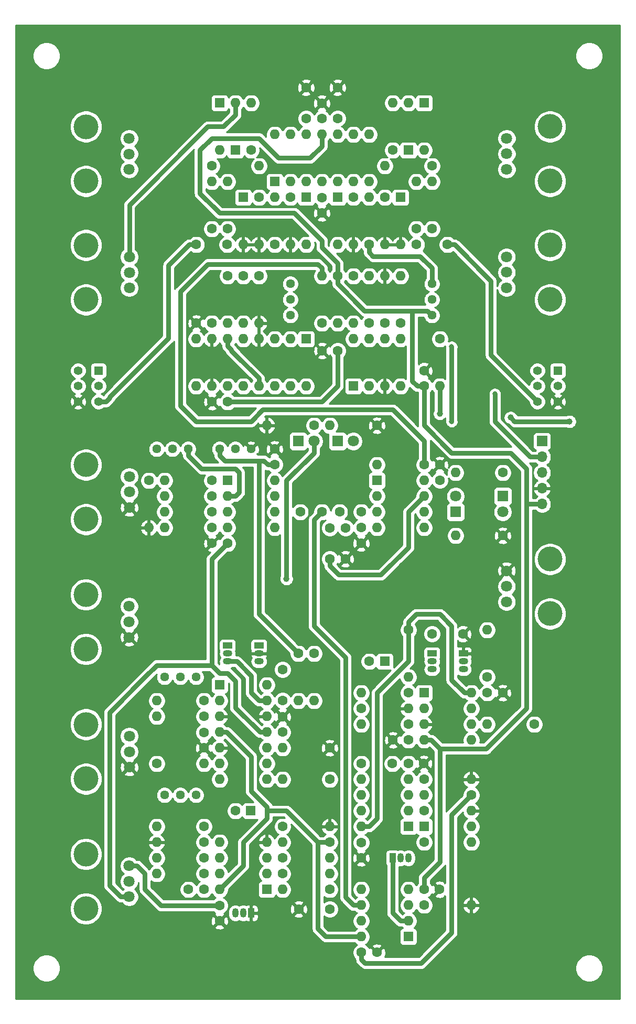
<source format=gbr>
G04 #@! TF.GenerationSoftware,KiCad,Pcbnew,(5.1.5)-3*
G04 #@! TF.CreationDate,2021-04-20T11:59:19+02:00*
G04 #@! TF.ProjectId,AnalogDrum_Bitreduced,416e616c-6f67-4447-9275-6d5f42697472,rev?*
G04 #@! TF.SameCoordinates,Original*
G04 #@! TF.FileFunction,Copper,L1,Top*
G04 #@! TF.FilePolarity,Positive*
%FSLAX46Y46*%
G04 Gerber Fmt 4.6, Leading zero omitted, Abs format (unit mm)*
G04 Created by KiCad (PCBNEW (5.1.5)-3) date 2021-04-20 11:59:19*
%MOMM*%
%LPD*%
G04 APERTURE LIST*
%ADD10C,4.000000*%
%ADD11C,1.800000*%
%ADD12C,1.600000*%
%ADD13O,1.600000X1.600000*%
%ADD14R,1.600000X1.600000*%
%ADD15C,1.440000*%
%ADD16R,1.800000X1.800000*%
%ADD17C,1.400000*%
%ADD18R,1.400000X1.400000*%
%ADD19R,1.050000X1.500000*%
%ADD20O,1.050000X1.500000*%
%ADD21R,1.500000X1.050000*%
%ADD22O,1.500000X1.050000*%
%ADD23O,1.700000X1.700000*%
%ADD24R,1.700000X1.700000*%
%ADD25C,1.000000*%
%ADD26C,0.800000*%
%ADD27C,0.750000*%
%ADD28C,0.254000*%
G04 APERTURE END LIST*
D10*
X77455000Y-45725000D03*
X77455000Y-54525000D03*
D11*
X84455000Y-47625000D03*
X84455000Y-50125000D03*
X84455000Y-52625000D03*
D10*
X152400000Y-124370000D03*
X152400000Y-115570000D03*
D11*
X145400000Y-122470000D03*
X145400000Y-119970000D03*
X145400000Y-117470000D03*
D10*
X77455000Y-121290000D03*
X77455000Y-130090000D03*
D11*
X84455000Y-123190000D03*
X84455000Y-125690000D03*
X84455000Y-128190000D03*
D10*
X77470000Y-100330000D03*
X77470000Y-109130000D03*
D11*
X84470000Y-102230000D03*
X84470000Y-104730000D03*
X84470000Y-107230000D03*
D10*
X77455000Y-163195000D03*
X77455000Y-171995000D03*
D11*
X84455000Y-165095000D03*
X84455000Y-167595000D03*
X84455000Y-170095000D03*
D10*
X77470000Y-142245000D03*
X77470000Y-151045000D03*
D11*
X84470000Y-144145000D03*
X84470000Y-146645000D03*
X84470000Y-149145000D03*
D10*
X152400000Y-73655000D03*
X152400000Y-64855000D03*
D11*
X145400000Y-71755000D03*
X145400000Y-69255000D03*
X145400000Y-66755000D03*
D10*
X152415000Y-54520000D03*
X152415000Y-45720000D03*
D11*
X145415000Y-52620000D03*
X145415000Y-50120000D03*
X145415000Y-47620000D03*
D10*
X77470000Y-64860000D03*
X77470000Y-73660000D03*
D11*
X84470000Y-66760000D03*
X84470000Y-69260000D03*
X84470000Y-71760000D03*
D12*
X119380000Y-115530000D03*
X119380000Y-110530000D03*
X116840000Y-115530000D03*
X116840000Y-110530000D03*
X121960000Y-148590000D03*
X126960000Y-148590000D03*
X111840000Y-172085000D03*
X116840000Y-172085000D03*
X138350000Y-127635000D03*
X133350000Y-127635000D03*
X109220000Y-133390000D03*
X109220000Y-138390000D03*
X118110000Y-39410000D03*
X118110000Y-44410000D03*
X135850000Y-64770000D03*
X130850000Y-64770000D03*
X113030000Y-39410000D03*
X113030000Y-44410000D03*
X95290000Y-64770000D03*
X100290000Y-64770000D03*
D13*
X100330000Y-77470000D03*
D12*
X100330000Y-69850000D03*
D13*
X132080000Y-102870000D03*
X124460000Y-110490000D03*
X132080000Y-105410000D03*
X124460000Y-107950000D03*
X132080000Y-107950000D03*
X124460000Y-105410000D03*
X132080000Y-110490000D03*
D14*
X124460000Y-102870000D03*
D13*
X107950000Y-102870000D03*
X100330000Y-110490000D03*
X107950000Y-105410000D03*
X100330000Y-107950000D03*
X107950000Y-107950000D03*
X100330000Y-105410000D03*
X107950000Y-110490000D03*
D14*
X100330000Y-102870000D03*
D15*
X93980000Y-97790000D03*
X91440000Y-97790000D03*
X88900000Y-97790000D03*
X104140000Y-97790000D03*
X101600000Y-97790000D03*
X99060000Y-97790000D03*
D13*
X137160000Y-111760000D03*
D12*
X144780000Y-111760000D03*
D13*
X137160000Y-101600000D03*
D12*
X144780000Y-101600000D03*
D13*
X124460000Y-100330000D03*
D12*
X132080000Y-100330000D03*
D13*
X116840000Y-93980000D03*
D12*
X124460000Y-93980000D03*
D13*
X106680000Y-93980000D03*
D12*
X114300000Y-93980000D03*
D13*
X90170000Y-102870000D03*
D12*
X97790000Y-102870000D03*
D13*
X87630000Y-110490000D03*
D12*
X87630000Y-102870000D03*
D13*
X90170000Y-107950000D03*
D12*
X97790000Y-107950000D03*
D13*
X90170000Y-110490000D03*
D12*
X97790000Y-110490000D03*
D13*
X90170000Y-105410000D03*
D12*
X97790000Y-105410000D03*
X121920000Y-107950000D03*
X118420000Y-107950000D03*
X115570000Y-107950000D03*
X112070000Y-107950000D03*
D11*
X137160000Y-105410000D03*
D16*
X137160000Y-107950000D03*
D11*
X144780000Y-107950000D03*
D16*
X144780000Y-105410000D03*
D11*
X120650000Y-96520000D03*
D16*
X118110000Y-96520000D03*
D11*
X114300000Y-96520000D03*
D16*
X111760000Y-96520000D03*
D12*
X121920000Y-110490000D03*
X121920000Y-112990000D03*
X100330000Y-113030000D03*
X97830000Y-113030000D03*
X134620000Y-100330000D03*
X134620000Y-102830000D03*
X107950000Y-97790000D03*
X107950000Y-100290000D03*
D13*
X121920000Y-158750000D03*
X129540000Y-151130000D03*
X121920000Y-156210000D03*
X129540000Y-153670000D03*
X121920000Y-153670000D03*
X129540000Y-156210000D03*
X121920000Y-151130000D03*
D14*
X129540000Y-158750000D03*
D13*
X121920000Y-176530000D03*
X129540000Y-168910000D03*
X121920000Y-173990000D03*
X129540000Y-171450000D03*
X121920000Y-171450000D03*
X129540000Y-173990000D03*
X121920000Y-168910000D03*
D14*
X129540000Y-176530000D03*
D13*
X120650000Y-80010000D03*
X128270000Y-87630000D03*
X123190000Y-80010000D03*
X125730000Y-87630000D03*
X125730000Y-80010000D03*
X123190000Y-87630000D03*
X128270000Y-80010000D03*
D14*
X120650000Y-87630000D03*
D13*
X113030000Y-87630000D03*
X95250000Y-80010000D03*
X110490000Y-87630000D03*
X97790000Y-80010000D03*
X107950000Y-87630000D03*
X100330000Y-80010000D03*
X105410000Y-87630000D03*
X102870000Y-80010000D03*
X102870000Y-87630000D03*
X105410000Y-80010000D03*
X100330000Y-87630000D03*
X107950000Y-80010000D03*
X97790000Y-87630000D03*
X110490000Y-80010000D03*
X95250000Y-87630000D03*
D14*
X113030000Y-80010000D03*
D13*
X139700000Y-137160000D03*
X132080000Y-144780000D03*
X139700000Y-139700000D03*
X132080000Y-142240000D03*
X139700000Y-142240000D03*
X132080000Y-139700000D03*
X139700000Y-144780000D03*
D14*
X132080000Y-137160000D03*
D13*
X99060000Y-168910000D03*
X106680000Y-161290000D03*
X99060000Y-166370000D03*
X106680000Y-163830000D03*
X99060000Y-163830000D03*
X106680000Y-166370000D03*
X99060000Y-161290000D03*
D14*
X106680000Y-168910000D03*
D13*
X106680000Y-135890000D03*
X99060000Y-151130000D03*
X106680000Y-138430000D03*
X99060000Y-148590000D03*
X106680000Y-140970000D03*
X99060000Y-146050000D03*
X106680000Y-143510000D03*
X99060000Y-143510000D03*
X106680000Y-146050000D03*
X99060000Y-140970000D03*
X106680000Y-148590000D03*
X99060000Y-138430000D03*
X106680000Y-151130000D03*
D14*
X99060000Y-135890000D03*
D13*
X107950000Y-46990000D03*
X123190000Y-54610000D03*
X110490000Y-46990000D03*
X120650000Y-54610000D03*
X113030000Y-46990000D03*
X118110000Y-54610000D03*
X115570000Y-46990000D03*
X115570000Y-54610000D03*
X118110000Y-46990000D03*
X113030000Y-54610000D03*
X120650000Y-46990000D03*
X110490000Y-54610000D03*
X123190000Y-46990000D03*
D14*
X107950000Y-54610000D03*
D17*
X150370000Y-90130000D03*
X150370000Y-87630000D03*
X150370000Y-85130000D03*
X153670000Y-90130000D03*
X153670000Y-87630000D03*
D18*
X153670000Y-85130000D03*
D17*
X76200000Y-90130000D03*
X76200000Y-87630000D03*
X76200000Y-85130000D03*
X79500000Y-90130000D03*
X79500000Y-87630000D03*
D18*
X79500000Y-85130000D03*
D15*
X110490000Y-71120000D03*
X110490000Y-73660000D03*
X110490000Y-76200000D03*
X133350000Y-76200000D03*
X133350000Y-73660000D03*
X133350000Y-71120000D03*
X95250000Y-153670000D03*
X92710000Y-153670000D03*
X90170000Y-153670000D03*
X95250000Y-134620000D03*
X92710000Y-134620000D03*
X90170000Y-134620000D03*
D13*
X139700000Y-156210000D03*
D12*
X132080000Y-156210000D03*
D13*
X139700000Y-151130000D03*
D12*
X132080000Y-151130000D03*
D13*
X132080000Y-153670000D03*
D12*
X139700000Y-153670000D03*
D13*
X139700000Y-161290000D03*
D12*
X132080000Y-161290000D03*
D13*
X139700000Y-171450000D03*
D12*
X132080000Y-171450000D03*
D13*
X105410000Y-77470000D03*
D12*
X105410000Y-69850000D03*
D13*
X115570000Y-69850000D03*
D12*
X115570000Y-77470000D03*
D13*
X102870000Y-77470000D03*
D12*
X102870000Y-69850000D03*
D13*
X125730000Y-69850000D03*
D12*
X125730000Y-77470000D03*
D13*
X123190000Y-69850000D03*
D12*
X123190000Y-77470000D03*
D13*
X118110000Y-77470000D03*
D12*
X118110000Y-69850000D03*
D13*
X120650000Y-77470000D03*
D12*
X120650000Y-69850000D03*
D13*
X134620000Y-87630000D03*
D12*
X134620000Y-80010000D03*
D13*
X128270000Y-69850000D03*
D12*
X128270000Y-77470000D03*
D13*
X129540000Y-139700000D03*
D12*
X121920000Y-139700000D03*
D13*
X121920000Y-142240000D03*
D12*
X129540000Y-142240000D03*
D13*
X142240000Y-127000000D03*
D12*
X142240000Y-134620000D03*
D13*
X142240000Y-142240000D03*
D12*
X149860000Y-142240000D03*
D13*
X129540000Y-134620000D03*
D12*
X129540000Y-127000000D03*
D13*
X121920000Y-137160000D03*
D12*
X129540000Y-137160000D03*
D13*
X109220000Y-168910000D03*
D12*
X116840000Y-168910000D03*
D13*
X116840000Y-166370000D03*
D12*
X109220000Y-166370000D03*
D13*
X114300000Y-138430000D03*
D12*
X114300000Y-130810000D03*
D13*
X116840000Y-158750000D03*
D12*
X109220000Y-158750000D03*
D13*
X88900000Y-166370000D03*
D12*
X96520000Y-166370000D03*
D13*
X88900000Y-161290000D03*
D12*
X96520000Y-161290000D03*
D13*
X116840000Y-163830000D03*
D12*
X109220000Y-163830000D03*
D13*
X88900000Y-158750000D03*
D12*
X96520000Y-158750000D03*
D13*
X88900000Y-140970000D03*
D12*
X96520000Y-140970000D03*
D13*
X109220000Y-146050000D03*
D12*
X116840000Y-146050000D03*
D13*
X109220000Y-151130000D03*
D12*
X116840000Y-151130000D03*
D13*
X88900000Y-163830000D03*
D12*
X96520000Y-163830000D03*
D13*
X96520000Y-148590000D03*
D12*
X88900000Y-148590000D03*
D13*
X111760000Y-138430000D03*
D12*
X111760000Y-130810000D03*
D13*
X88900000Y-138430000D03*
D12*
X96520000Y-138430000D03*
D13*
X109220000Y-161290000D03*
D12*
X116840000Y-161290000D03*
D13*
X125730000Y-64770000D03*
D12*
X125730000Y-57150000D03*
D13*
X120650000Y-64770000D03*
D12*
X120650000Y-57150000D03*
D13*
X133350000Y-54610000D03*
D12*
X133350000Y-62230000D03*
D13*
X127000000Y-41910000D03*
D12*
X127000000Y-49530000D03*
D13*
X125730000Y-52070000D03*
D12*
X133350000Y-52070000D03*
D13*
X130810000Y-54610000D03*
D12*
X130810000Y-62230000D03*
D13*
X123190000Y-57150000D03*
D12*
X123190000Y-64770000D03*
D13*
X105410000Y-64770000D03*
D12*
X105410000Y-57150000D03*
D13*
X110490000Y-64770000D03*
D12*
X110490000Y-57150000D03*
D13*
X97790000Y-54610000D03*
D12*
X97790000Y-62230000D03*
D13*
X104140000Y-41910000D03*
D12*
X104140000Y-49530000D03*
D13*
X105410000Y-52070000D03*
D12*
X97790000Y-52070000D03*
D13*
X100330000Y-54610000D03*
D12*
X100330000Y-62230000D03*
D13*
X107950000Y-57150000D03*
D12*
X107950000Y-64770000D03*
D19*
X127000000Y-163830000D03*
D20*
X129540000Y-163830000D03*
X128270000Y-163830000D03*
D21*
X138430000Y-130810000D03*
D22*
X138430000Y-133350000D03*
X138430000Y-132080000D03*
D21*
X133350000Y-130810000D03*
D22*
X133350000Y-133350000D03*
X133350000Y-132080000D03*
D19*
X104140000Y-172720000D03*
D20*
X101600000Y-172720000D03*
X102870000Y-172720000D03*
D21*
X105410000Y-129540000D03*
D22*
X105410000Y-132080000D03*
X105410000Y-130810000D03*
D21*
X100330000Y-129540000D03*
D22*
X100330000Y-132080000D03*
X100330000Y-130810000D03*
D23*
X151130000Y-106680000D03*
X151130000Y-104140000D03*
X151130000Y-101600000D03*
X151130000Y-99060000D03*
D24*
X151130000Y-96520000D03*
D13*
X139700000Y-158750000D03*
D14*
X132080000Y-158750000D03*
D13*
X128270000Y-64770000D03*
D14*
X128270000Y-57150000D03*
D13*
X129540000Y-41910000D03*
D14*
X129540000Y-49530000D03*
D13*
X118110000Y-64770000D03*
D14*
X118110000Y-57150000D03*
D13*
X132080000Y-49530000D03*
D14*
X132080000Y-41910000D03*
D13*
X102870000Y-64770000D03*
D14*
X102870000Y-57150000D03*
D13*
X101600000Y-41910000D03*
D14*
X101600000Y-49530000D03*
D13*
X113030000Y-64770000D03*
D14*
X113030000Y-57150000D03*
D13*
X99060000Y-49530000D03*
D14*
X99060000Y-41910000D03*
D12*
X123230000Y-132080000D03*
D14*
X125730000Y-132080000D03*
D12*
X101600000Y-156210000D03*
D14*
X104100000Y-156210000D03*
D12*
X132080000Y-168910000D03*
X134580000Y-168910000D03*
X129540000Y-148590000D03*
X132040000Y-148590000D03*
X124460000Y-179070000D03*
X121960000Y-179070000D03*
X121920000Y-163830000D03*
X121920000Y-161330000D03*
X132080000Y-87630000D03*
X132080000Y-85130000D03*
X97790000Y-77470000D03*
X95290000Y-77470000D03*
X115610000Y-81915000D03*
X118110000Y-81915000D03*
X97830000Y-90170000D03*
X100330000Y-90170000D03*
X129540000Y-144780000D03*
X127040000Y-144780000D03*
X144780000Y-137160000D03*
X142280000Y-137160000D03*
X109220000Y-143510000D03*
X109220000Y-141010000D03*
X96520000Y-146050000D03*
X96520000Y-143550000D03*
X99060000Y-173990000D03*
X99060000Y-171490000D03*
X115570000Y-44450000D03*
X115570000Y-41950000D03*
X115570000Y-59690000D03*
X115570000Y-57190000D03*
X96520000Y-168910000D03*
X94020000Y-168910000D03*
D25*
X67310000Y-30480000D03*
X77470000Y-30480000D03*
X87630000Y-30480000D03*
X97790000Y-30480000D03*
X107950000Y-30480000D03*
X118110000Y-30480000D03*
X128270000Y-30480000D03*
X138430000Y-30480000D03*
X148590000Y-30480000D03*
X162560000Y-30480000D03*
X67310000Y-40640000D03*
X67310000Y-50800000D03*
X67310000Y-60960000D03*
X67310000Y-71120000D03*
X67310000Y-81280000D03*
X67310000Y-91440000D03*
X67310000Y-101600000D03*
X67310000Y-111760000D03*
X67310000Y-121920000D03*
X67310000Y-132080000D03*
X67310000Y-142240000D03*
X67310000Y-152400000D03*
X67310000Y-162560000D03*
X67310000Y-172720000D03*
X67310000Y-185420000D03*
X162560000Y-40640000D03*
X162560000Y-50800000D03*
X162560000Y-60960000D03*
X162560000Y-71120000D03*
X162560000Y-81280000D03*
X162560000Y-91440000D03*
X162560000Y-101600000D03*
X162560000Y-111760000D03*
X162560000Y-121920000D03*
X162560000Y-132080000D03*
X162560000Y-142240000D03*
X162560000Y-152400000D03*
X162560000Y-162560000D03*
X162560000Y-172720000D03*
X162560000Y-185420000D03*
X77470000Y-185420000D03*
X87630000Y-185420000D03*
X97790000Y-185420000D03*
X107950000Y-185420000D03*
X118110000Y-185420000D03*
X128270000Y-185420000D03*
X138430000Y-185420000D03*
X148590000Y-185420000D03*
D26*
X136525000Y-81280000D03*
X136525000Y-93345000D03*
X143510000Y-88900000D03*
D25*
X134620000Y-92075000D03*
X155575000Y-93345000D03*
X146050000Y-92710000D03*
X109855000Y-118745000D03*
D27*
X81320000Y-89495000D02*
X80685000Y-90130000D01*
X95290000Y-64770000D02*
X94158630Y-64770000D01*
X80685000Y-90130000D02*
X79500000Y-90130000D01*
X90805000Y-79919998D02*
X81320000Y-89404998D01*
X94158630Y-64770000D02*
X90805000Y-68123630D01*
X90805000Y-68123630D02*
X90805000Y-79919998D01*
X81320000Y-89404998D02*
X81320000Y-89495000D01*
X121960000Y-180201370D02*
X122555000Y-180796370D01*
X121960000Y-179070000D02*
X121960000Y-180201370D01*
X122555000Y-180796370D02*
X131623630Y-180796370D01*
X131623630Y-180796370D02*
X136525000Y-175895000D01*
X136525000Y-156845000D02*
X139700000Y-153670000D01*
X136525000Y-175895000D02*
X136525000Y-156845000D01*
X99946767Y-99695000D02*
X99060000Y-98808233D01*
X106818630Y-100290000D02*
X106223630Y-99695000D01*
X99060000Y-98808233D02*
X99060000Y-97790000D01*
X107950000Y-100290000D02*
X106818630Y-100290000D01*
X105410000Y-124460000D02*
X105410000Y-99695000D01*
X106223630Y-99695000D02*
X105410000Y-99695000D01*
X105410000Y-99695000D02*
X99946767Y-99695000D01*
X111760000Y-130810000D02*
X107950000Y-127000000D01*
X107950000Y-127000000D02*
X105410000Y-124460000D01*
X100191370Y-143510000D02*
X99060000Y-143510000D01*
X104140000Y-147458630D02*
X100191370Y-143510000D01*
X104140000Y-153035000D02*
X104140000Y-147458630D01*
X102870000Y-165100000D02*
X102870000Y-161290000D01*
X102870000Y-161290000D02*
X106680000Y-157480000D01*
X99060000Y-168910000D02*
X102870000Y-165100000D01*
X106680000Y-155575000D02*
X104140000Y-153035000D01*
X116840000Y-161290000D02*
X114935000Y-161290000D01*
X109855000Y-156210000D02*
X106680000Y-156210000D01*
X114935000Y-161290000D02*
X109855000Y-156210000D01*
X106680000Y-157480000D02*
X106680000Y-156210000D01*
X106680000Y-156210000D02*
X106680000Y-155575000D01*
X121920000Y-176530000D02*
X116205000Y-176530000D01*
X116205000Y-176530000D02*
X114935000Y-175260000D01*
X114935000Y-175260000D02*
X114935000Y-161290000D01*
X123825000Y-66675000D02*
X123190000Y-66040000D01*
X123190000Y-66040000D02*
X123190000Y-64770000D01*
X133350000Y-71120000D02*
X133350000Y-68580000D01*
X131445000Y-66675000D02*
X123825000Y-66675000D01*
X133350000Y-68580000D02*
X131445000Y-66675000D01*
X136525000Y-81280000D02*
X136525000Y-93345000D01*
X100330000Y-90170000D02*
X115570000Y-90170000D01*
X118110000Y-87630000D02*
X118110000Y-81915000D01*
X115570000Y-90170000D02*
X118110000Y-87630000D01*
X124460000Y-157480000D02*
X123190000Y-158750000D01*
X124460000Y-137160000D02*
X124460000Y-157480000D01*
X123190000Y-158750000D02*
X121920000Y-158750000D01*
X129540000Y-127000000D02*
X129540000Y-132080000D01*
X129540000Y-132080000D02*
X124460000Y-137160000D01*
X84455000Y-165095000D02*
X85720000Y-165095000D01*
X85720000Y-165095000D02*
X86995000Y-166370000D01*
X86995000Y-166370000D02*
X86995000Y-168910000D01*
X89575000Y-171490000D02*
X99060000Y-171490000D01*
X86995000Y-168910000D02*
X89575000Y-171490000D01*
X138568630Y-137160000D02*
X136525000Y-135116370D01*
X139700000Y-137160000D02*
X138568630Y-137160000D01*
X136525000Y-135116370D02*
X136525000Y-126365000D01*
X136525000Y-126365000D02*
X134620000Y-124460000D01*
X134620000Y-124460000D02*
X130810000Y-124460000D01*
X129540000Y-125730000D02*
X129540000Y-127000000D01*
X130810000Y-124460000D02*
X129540000Y-125730000D01*
X100330000Y-81141370D02*
X100965000Y-81776370D01*
X100330000Y-80010000D02*
X100330000Y-81141370D01*
X100965000Y-81776370D02*
X100965000Y-81915000D01*
X105410000Y-86360000D02*
X105410000Y-87630000D01*
X100965000Y-81915000D02*
X105410000Y-86360000D01*
X118110000Y-69850000D02*
X118110000Y-71120000D01*
X118110000Y-71120000D02*
X122470001Y-75480001D01*
X132080000Y-167005000D02*
X132080000Y-168910000D01*
X134620000Y-164465000D02*
X132080000Y-167005000D01*
X134620000Y-146188630D02*
X134620000Y-164465000D01*
X132080000Y-144780000D02*
X133211370Y-144780000D01*
X133211370Y-144780000D02*
X134620000Y-146188630D01*
X97790000Y-115570000D02*
X100330000Y-113030000D01*
X97790000Y-132715000D02*
X97790000Y-115570000D01*
X99060000Y-133985000D02*
X97790000Y-132715000D01*
X105548630Y-143510000D02*
X101600000Y-139561370D01*
X101600000Y-139561370D02*
X101600000Y-135255000D01*
X101600000Y-135255000D02*
X100330000Y-133985000D01*
X106680000Y-143510000D02*
X105548630Y-143510000D01*
X100330000Y-133985000D02*
X99060000Y-133985000D01*
X130175000Y-86856370D02*
X130175000Y-75565000D01*
X132080000Y-87630000D02*
X130948630Y-87630000D01*
X130948630Y-87630000D02*
X130175000Y-86856370D01*
X132630001Y-75480001D02*
X133350000Y-76200000D01*
X122470001Y-75480001D02*
X132630001Y-75480001D01*
X136525000Y-98425000D02*
X132080000Y-93980000D01*
X132080000Y-93980000D02*
X132080000Y-87630000D01*
X146050000Y-98425000D02*
X136525000Y-98425000D01*
X148590000Y-100965000D02*
X146050000Y-98425000D01*
X115570000Y-48895000D02*
X115570000Y-46990000D01*
X113665000Y-50800000D02*
X115570000Y-48895000D01*
X115570000Y-64135000D02*
X111125000Y-59690000D01*
X111125000Y-59690000D02*
X99060000Y-59690000D01*
X118110000Y-69850000D02*
X118110000Y-67814998D01*
X115570000Y-65274998D02*
X115570000Y-64135000D01*
X108585000Y-50800000D02*
X113665000Y-50800000D01*
X99060000Y-59690000D02*
X95885000Y-56515000D01*
X118110000Y-67814998D02*
X115570000Y-65274998D01*
X95885000Y-56515000D02*
X95885000Y-49530000D01*
X95885000Y-49530000D02*
X97790000Y-47625000D01*
X97790000Y-47625000D02*
X105410000Y-47625000D01*
X105410000Y-47625000D02*
X108585000Y-50800000D01*
X88900000Y-132715000D02*
X86995000Y-134620000D01*
X97790000Y-132715000D02*
X88900000Y-132715000D01*
X148590000Y-100965000D02*
X148590000Y-105342081D01*
X134620000Y-146188630D02*
X142101370Y-146188630D01*
X84455000Y-170095000D02*
X83100000Y-170095000D01*
X83100000Y-170095000D02*
X81280000Y-168275000D01*
X81280000Y-140335000D02*
X86995000Y-134620000D01*
X81280000Y-168275000D02*
X81280000Y-140335000D01*
X142101370Y-146188630D02*
X148590000Y-139700000D01*
X151130000Y-106680000D02*
X148590000Y-106680000D01*
X148590000Y-105342081D02*
X148590000Y-106680000D01*
X148590000Y-106680000D02*
X148590000Y-139700000D01*
X142875000Y-82635000D02*
X150370000Y-90130000D01*
X142875000Y-70663630D02*
X142875000Y-82635000D01*
X136981370Y-64770000D02*
X142875000Y-70663630D01*
X135850000Y-64770000D02*
X136981370Y-64770000D01*
X84470000Y-66760000D02*
X84470000Y-58405000D01*
X84470000Y-58405000D02*
X97155000Y-45720000D01*
X97155000Y-45720000D02*
X99695000Y-45720000D01*
X101600000Y-43815000D02*
X101600000Y-41910000D01*
X99695000Y-45720000D02*
X101600000Y-43815000D01*
X143510000Y-88900000D02*
X143510000Y-93345000D01*
X149225000Y-99060000D02*
X151130000Y-99060000D01*
X143510000Y-93345000D02*
X149225000Y-99060000D01*
X129540000Y-173990000D02*
X128270000Y-173990000D01*
X127000000Y-172720000D02*
X127000000Y-163830000D01*
X128270000Y-173990000D02*
X127000000Y-172720000D01*
X134620000Y-87630000D02*
X134620000Y-92075000D01*
X134620000Y-92075000D02*
X134620000Y-92075000D01*
X155575000Y-93345000D02*
X147320000Y-93345000D01*
X147320000Y-93345000D02*
X146685000Y-93345000D01*
X146685000Y-93345000D02*
X146050000Y-92710000D01*
X146050000Y-92710000D02*
X146050000Y-92710000D01*
X101830000Y-132080000D02*
X104140000Y-134390000D01*
X100330000Y-132080000D02*
X101830000Y-132080000D01*
X104140000Y-134390000D02*
X104140000Y-137160000D01*
X105410000Y-138430000D02*
X106680000Y-138430000D01*
X104140000Y-137160000D02*
X105410000Y-138430000D01*
X129540000Y-107950000D02*
X132080000Y-105410000D01*
X116840000Y-116661370D02*
X118288630Y-118110000D01*
X129540000Y-113665000D02*
X129540000Y-107950000D01*
X116840000Y-115530000D02*
X116840000Y-116661370D01*
X118288630Y-118110000D02*
X125095000Y-118110000D01*
X125095000Y-118110000D02*
X129540000Y-113665000D01*
X109855000Y-118745000D02*
X109855000Y-102870000D01*
X114300000Y-98425000D02*
X114300000Y-96520000D01*
X109855000Y-102870000D02*
X114300000Y-98425000D01*
X120650000Y-171450000D02*
X121920000Y-171450000D01*
X114300000Y-109220000D02*
X114300000Y-126365000D01*
X115570000Y-107950000D02*
X114300000Y-109220000D01*
X114300000Y-126365000D02*
X119380000Y-131445000D01*
X119380000Y-170180000D02*
X120650000Y-171450000D01*
X119380000Y-131445000D02*
X119380000Y-170180000D01*
X104140000Y-93345000D02*
X106045000Y-91440000D01*
X127000000Y-91440000D02*
X132080000Y-96520000D01*
X92710000Y-90805000D02*
X95250000Y-93345000D01*
X115570000Y-68580000D02*
X114935000Y-67945000D01*
X97155000Y-67945000D02*
X92710000Y-72390000D01*
X95250000Y-93345000D02*
X104140000Y-93345000D01*
X115570000Y-69850000D02*
X115570000Y-68580000D01*
X114935000Y-67945000D02*
X97155000Y-67945000D01*
X132080000Y-96520000D02*
X132080000Y-100330000D01*
X106045000Y-91440000D02*
X127000000Y-91440000D01*
X92710000Y-72390000D02*
X92710000Y-90805000D01*
X101600000Y-105410000D02*
X100330000Y-105410000D01*
X93980000Y-97790000D02*
X93980000Y-98808233D01*
X93980000Y-98808233D02*
X96136767Y-100965000D01*
X101600000Y-100965000D02*
X102235000Y-101600000D01*
X102235000Y-104775000D02*
X101600000Y-105410000D01*
X96136767Y-100965000D02*
X101600000Y-100965000D01*
X102235000Y-101600000D02*
X102235000Y-104775000D01*
D28*
G36*
X163703000Y-186563000D02*
G01*
X66167000Y-186563000D01*
X66167000Y-181389872D01*
X68885000Y-181389872D01*
X68885000Y-181830128D01*
X68970890Y-182261925D01*
X69139369Y-182668669D01*
X69383962Y-183034729D01*
X69695271Y-183346038D01*
X70061331Y-183590631D01*
X70468075Y-183759110D01*
X70899872Y-183845000D01*
X71340128Y-183845000D01*
X71771925Y-183759110D01*
X72178669Y-183590631D01*
X72544729Y-183346038D01*
X72856038Y-183034729D01*
X73100631Y-182668669D01*
X73269110Y-182261925D01*
X73355000Y-181830128D01*
X73355000Y-181389872D01*
X73269110Y-180958075D01*
X73100631Y-180551331D01*
X72856038Y-180185271D01*
X72544729Y-179873962D01*
X72178669Y-179629369D01*
X71771925Y-179460890D01*
X71340128Y-179375000D01*
X70899872Y-179375000D01*
X70468075Y-179460890D01*
X70061331Y-179629369D01*
X69695271Y-179873962D01*
X69383962Y-180185271D01*
X69139369Y-180551331D01*
X68970890Y-180958075D01*
X68885000Y-181389872D01*
X66167000Y-181389872D01*
X66167000Y-174982702D01*
X98246903Y-174982702D01*
X98318486Y-175226671D01*
X98573996Y-175347571D01*
X98848184Y-175416300D01*
X99130512Y-175430217D01*
X99410130Y-175388787D01*
X99676292Y-175293603D01*
X99801514Y-175226671D01*
X99873097Y-174982702D01*
X99060000Y-174169605D01*
X98246903Y-174982702D01*
X66167000Y-174982702D01*
X66167000Y-171735475D01*
X74820000Y-171735475D01*
X74820000Y-172254525D01*
X74921261Y-172763601D01*
X75119893Y-173243141D01*
X75408262Y-173674715D01*
X75775285Y-174041738D01*
X76206859Y-174330107D01*
X76686399Y-174528739D01*
X77195475Y-174630000D01*
X77714525Y-174630000D01*
X78223601Y-174528739D01*
X78703141Y-174330107D01*
X79106617Y-174060512D01*
X97619783Y-174060512D01*
X97661213Y-174340130D01*
X97756397Y-174606292D01*
X97823329Y-174731514D01*
X98067298Y-174803097D01*
X98880395Y-173990000D01*
X99239605Y-173990000D01*
X100052702Y-174803097D01*
X100296671Y-174731514D01*
X100417571Y-174476004D01*
X100486300Y-174201816D01*
X100500217Y-173919488D01*
X100458787Y-173639870D01*
X100363603Y-173373708D01*
X100296671Y-173248486D01*
X100052702Y-173176903D01*
X99239605Y-173990000D01*
X98880395Y-173990000D01*
X98067298Y-173176903D01*
X97823329Y-173248486D01*
X97702429Y-173503996D01*
X97633700Y-173778184D01*
X97619783Y-174060512D01*
X79106617Y-174060512D01*
X79134715Y-174041738D01*
X79501738Y-173674715D01*
X79790107Y-173243141D01*
X79988739Y-172763601D01*
X80090000Y-172254525D01*
X80090000Y-171735475D01*
X79988739Y-171226399D01*
X79790107Y-170746859D01*
X79501738Y-170315285D01*
X79134715Y-169948262D01*
X78703141Y-169659893D01*
X78223601Y-169461261D01*
X77714525Y-169360000D01*
X77195475Y-169360000D01*
X76686399Y-169461261D01*
X76206859Y-169659893D01*
X75775285Y-169948262D01*
X75408262Y-170315285D01*
X75119893Y-170746859D01*
X74921261Y-171226399D01*
X74820000Y-171735475D01*
X66167000Y-171735475D01*
X66167000Y-162935475D01*
X74820000Y-162935475D01*
X74820000Y-163454525D01*
X74921261Y-163963601D01*
X75119893Y-164443141D01*
X75408262Y-164874715D01*
X75775285Y-165241738D01*
X76206859Y-165530107D01*
X76686399Y-165728739D01*
X77195475Y-165830000D01*
X77714525Y-165830000D01*
X78223601Y-165728739D01*
X78703141Y-165530107D01*
X79134715Y-165241738D01*
X79501738Y-164874715D01*
X79790107Y-164443141D01*
X79988739Y-163963601D01*
X80090000Y-163454525D01*
X80090000Y-162935475D01*
X79988739Y-162426399D01*
X79790107Y-161946859D01*
X79501738Y-161515285D01*
X79134715Y-161148262D01*
X78703141Y-160859893D01*
X78223601Y-160661261D01*
X77714525Y-160560000D01*
X77195475Y-160560000D01*
X76686399Y-160661261D01*
X76206859Y-160859893D01*
X75775285Y-161148262D01*
X75408262Y-161515285D01*
X75119893Y-161946859D01*
X74921261Y-162426399D01*
X74820000Y-162935475D01*
X66167000Y-162935475D01*
X66167000Y-150785475D01*
X74835000Y-150785475D01*
X74835000Y-151304525D01*
X74936261Y-151813601D01*
X75134893Y-152293141D01*
X75423262Y-152724715D01*
X75790285Y-153091738D01*
X76221859Y-153380107D01*
X76701399Y-153578739D01*
X77210475Y-153680000D01*
X77729525Y-153680000D01*
X78238601Y-153578739D01*
X78718141Y-153380107D01*
X79149715Y-153091738D01*
X79516738Y-152724715D01*
X79805107Y-152293141D01*
X80003739Y-151813601D01*
X80105000Y-151304525D01*
X80105000Y-150785475D01*
X80003739Y-150276399D01*
X79805107Y-149796859D01*
X79516738Y-149365285D01*
X79149715Y-148998262D01*
X78718141Y-148709893D01*
X78238601Y-148511261D01*
X77729525Y-148410000D01*
X77210475Y-148410000D01*
X76701399Y-148511261D01*
X76221859Y-148709893D01*
X75790285Y-148998262D01*
X75423262Y-149365285D01*
X75134893Y-149796859D01*
X74936261Y-150276399D01*
X74835000Y-150785475D01*
X66167000Y-150785475D01*
X66167000Y-141985475D01*
X74835000Y-141985475D01*
X74835000Y-142504525D01*
X74936261Y-143013601D01*
X75134893Y-143493141D01*
X75423262Y-143924715D01*
X75790285Y-144291738D01*
X76221859Y-144580107D01*
X76701399Y-144778739D01*
X77210475Y-144880000D01*
X77729525Y-144880000D01*
X78238601Y-144778739D01*
X78718141Y-144580107D01*
X79149715Y-144291738D01*
X79516738Y-143924715D01*
X79805107Y-143493141D01*
X80003739Y-143013601D01*
X80105000Y-142504525D01*
X80105000Y-141985475D01*
X80003739Y-141476399D01*
X79805107Y-140996859D01*
X79516738Y-140565285D01*
X79149715Y-140198262D01*
X78718141Y-139909893D01*
X78238601Y-139711261D01*
X77729525Y-139610000D01*
X77210475Y-139610000D01*
X76701399Y-139711261D01*
X76221859Y-139909893D01*
X75790285Y-140198262D01*
X75423262Y-140565285D01*
X75134893Y-140996859D01*
X74936261Y-141476399D01*
X74835000Y-141985475D01*
X66167000Y-141985475D01*
X66167000Y-129830475D01*
X74820000Y-129830475D01*
X74820000Y-130349525D01*
X74921261Y-130858601D01*
X75119893Y-131338141D01*
X75408262Y-131769715D01*
X75775285Y-132136738D01*
X76206859Y-132425107D01*
X76686399Y-132623739D01*
X77195475Y-132725000D01*
X77714525Y-132725000D01*
X78223601Y-132623739D01*
X78703141Y-132425107D01*
X79134715Y-132136738D01*
X79501738Y-131769715D01*
X79790107Y-131338141D01*
X79988739Y-130858601D01*
X80090000Y-130349525D01*
X80090000Y-129830475D01*
X79988739Y-129321399D01*
X79960855Y-129254080D01*
X83570525Y-129254080D01*
X83654208Y-129508261D01*
X83926775Y-129639158D01*
X84219642Y-129714365D01*
X84521553Y-129730991D01*
X84820907Y-129688397D01*
X85106199Y-129588222D01*
X85255792Y-129508261D01*
X85339475Y-129254080D01*
X84455000Y-128369605D01*
X83570525Y-129254080D01*
X79960855Y-129254080D01*
X79790107Y-128841859D01*
X79501738Y-128410285D01*
X79348006Y-128256553D01*
X82914009Y-128256553D01*
X82956603Y-128555907D01*
X83056778Y-128841199D01*
X83136739Y-128990792D01*
X83390920Y-129074475D01*
X84275395Y-128190000D01*
X84634605Y-128190000D01*
X85519080Y-129074475D01*
X85773261Y-128990792D01*
X85904158Y-128718225D01*
X85979365Y-128425358D01*
X85995991Y-128123447D01*
X85953397Y-127824093D01*
X85853222Y-127538801D01*
X85773261Y-127389208D01*
X85519080Y-127305525D01*
X84634605Y-128190000D01*
X84275395Y-128190000D01*
X83390920Y-127305525D01*
X83136739Y-127389208D01*
X83005842Y-127661775D01*
X82930635Y-127954642D01*
X82914009Y-128256553D01*
X79348006Y-128256553D01*
X79134715Y-128043262D01*
X78703141Y-127754893D01*
X78223601Y-127556261D01*
X77714525Y-127455000D01*
X77195475Y-127455000D01*
X76686399Y-127556261D01*
X76206859Y-127754893D01*
X75775285Y-128043262D01*
X75408262Y-128410285D01*
X75119893Y-128841859D01*
X74921261Y-129321399D01*
X74820000Y-129830475D01*
X66167000Y-129830475D01*
X66167000Y-121030475D01*
X74820000Y-121030475D01*
X74820000Y-121549525D01*
X74921261Y-122058601D01*
X75119893Y-122538141D01*
X75408262Y-122969715D01*
X75775285Y-123336738D01*
X76206859Y-123625107D01*
X76686399Y-123823739D01*
X77195475Y-123925000D01*
X77714525Y-123925000D01*
X78223601Y-123823739D01*
X78703141Y-123625107D01*
X79134715Y-123336738D01*
X79432637Y-123038816D01*
X82920000Y-123038816D01*
X82920000Y-123341184D01*
X82978989Y-123637743D01*
X83094701Y-123917095D01*
X83262688Y-124168505D01*
X83476495Y-124382312D01*
X83562831Y-124440000D01*
X83476495Y-124497688D01*
X83262688Y-124711495D01*
X83094701Y-124962905D01*
X82978989Y-125242257D01*
X82920000Y-125538816D01*
X82920000Y-125841184D01*
X82978989Y-126137743D01*
X83094701Y-126417095D01*
X83262688Y-126668505D01*
X83476495Y-126882312D01*
X83619310Y-126977738D01*
X83570525Y-127125920D01*
X84455000Y-128010395D01*
X85339475Y-127125920D01*
X85290690Y-126977738D01*
X85433505Y-126882312D01*
X85647312Y-126668505D01*
X85815299Y-126417095D01*
X85931011Y-126137743D01*
X85990000Y-125841184D01*
X85990000Y-125538816D01*
X85931011Y-125242257D01*
X85815299Y-124962905D01*
X85647312Y-124711495D01*
X85433505Y-124497688D01*
X85347169Y-124440000D01*
X85433505Y-124382312D01*
X85647312Y-124168505D01*
X85815299Y-123917095D01*
X85931011Y-123637743D01*
X85990000Y-123341184D01*
X85990000Y-123038816D01*
X85931011Y-122742257D01*
X85815299Y-122462905D01*
X85647312Y-122211495D01*
X85433505Y-121997688D01*
X85182095Y-121829701D01*
X84902743Y-121713989D01*
X84606184Y-121655000D01*
X84303816Y-121655000D01*
X84007257Y-121713989D01*
X83727905Y-121829701D01*
X83476495Y-121997688D01*
X83262688Y-122211495D01*
X83094701Y-122462905D01*
X82978989Y-122742257D01*
X82920000Y-123038816D01*
X79432637Y-123038816D01*
X79501738Y-122969715D01*
X79790107Y-122538141D01*
X79988739Y-122058601D01*
X80090000Y-121549525D01*
X80090000Y-121030475D01*
X79988739Y-120521399D01*
X79790107Y-120041859D01*
X79501738Y-119610285D01*
X79134715Y-119243262D01*
X78703141Y-118954893D01*
X78223601Y-118756261D01*
X77714525Y-118655000D01*
X77195475Y-118655000D01*
X76686399Y-118756261D01*
X76206859Y-118954893D01*
X75775285Y-119243262D01*
X75408262Y-119610285D01*
X75119893Y-120041859D01*
X74921261Y-120521399D01*
X74820000Y-121030475D01*
X66167000Y-121030475D01*
X66167000Y-113100512D01*
X96389783Y-113100512D01*
X96431213Y-113380130D01*
X96526397Y-113646292D01*
X96593329Y-113771514D01*
X96837298Y-113843097D01*
X97650395Y-113030000D01*
X96837298Y-112216903D01*
X96593329Y-112288486D01*
X96472429Y-112543996D01*
X96403700Y-112818184D01*
X96389783Y-113100512D01*
X66167000Y-113100512D01*
X66167000Y-108870475D01*
X74835000Y-108870475D01*
X74835000Y-109389525D01*
X74936261Y-109898601D01*
X75134893Y-110378141D01*
X75423262Y-110809715D01*
X75790285Y-111176738D01*
X76221859Y-111465107D01*
X76701399Y-111663739D01*
X77210475Y-111765000D01*
X77729525Y-111765000D01*
X78238601Y-111663739D01*
X78718141Y-111465107D01*
X79149715Y-111176738D01*
X79487413Y-110839040D01*
X86238091Y-110839040D01*
X86332930Y-111103881D01*
X86477615Y-111345131D01*
X86666586Y-111553519D01*
X86892580Y-111721037D01*
X87146913Y-111841246D01*
X87280961Y-111881904D01*
X87503000Y-111759915D01*
X87503000Y-110617000D01*
X86359376Y-110617000D01*
X86238091Y-110839040D01*
X79487413Y-110839040D01*
X79516738Y-110809715D01*
X79805107Y-110378141D01*
X79903350Y-110140960D01*
X86238091Y-110140960D01*
X86359376Y-110363000D01*
X87503000Y-110363000D01*
X87503000Y-109220085D01*
X87280961Y-109098096D01*
X87146913Y-109138754D01*
X86892580Y-109258963D01*
X86666586Y-109426481D01*
X86477615Y-109634869D01*
X86332930Y-109876119D01*
X86238091Y-110140960D01*
X79903350Y-110140960D01*
X80003739Y-109898601D01*
X80105000Y-109389525D01*
X80105000Y-108870475D01*
X80003739Y-108361399D01*
X79975855Y-108294080D01*
X83585525Y-108294080D01*
X83669208Y-108548261D01*
X83941775Y-108679158D01*
X84234642Y-108754365D01*
X84536553Y-108770991D01*
X84835907Y-108728397D01*
X85121199Y-108628222D01*
X85270792Y-108548261D01*
X85354475Y-108294080D01*
X84470000Y-107409605D01*
X83585525Y-108294080D01*
X79975855Y-108294080D01*
X79805107Y-107881859D01*
X79516738Y-107450285D01*
X79363006Y-107296553D01*
X82929009Y-107296553D01*
X82971603Y-107595907D01*
X83071778Y-107881199D01*
X83151739Y-108030792D01*
X83405920Y-108114475D01*
X84290395Y-107230000D01*
X84649605Y-107230000D01*
X85534080Y-108114475D01*
X85788261Y-108030792D01*
X85919158Y-107758225D01*
X85994365Y-107465358D01*
X86010991Y-107163447D01*
X85968397Y-106864093D01*
X85868222Y-106578801D01*
X85788261Y-106429208D01*
X85534080Y-106345525D01*
X84649605Y-107230000D01*
X84290395Y-107230000D01*
X83405920Y-106345525D01*
X83151739Y-106429208D01*
X83020842Y-106701775D01*
X82945635Y-106994642D01*
X82929009Y-107296553D01*
X79363006Y-107296553D01*
X79149715Y-107083262D01*
X78718141Y-106794893D01*
X78238601Y-106596261D01*
X77729525Y-106495000D01*
X77210475Y-106495000D01*
X76701399Y-106596261D01*
X76221859Y-106794893D01*
X75790285Y-107083262D01*
X75423262Y-107450285D01*
X75134893Y-107881859D01*
X74936261Y-108361399D01*
X74835000Y-108870475D01*
X66167000Y-108870475D01*
X66167000Y-100070475D01*
X74835000Y-100070475D01*
X74835000Y-100589525D01*
X74936261Y-101098601D01*
X75134893Y-101578141D01*
X75423262Y-102009715D01*
X75790285Y-102376738D01*
X76221859Y-102665107D01*
X76701399Y-102863739D01*
X77210475Y-102965000D01*
X77729525Y-102965000D01*
X78238601Y-102863739D01*
X78718141Y-102665107D01*
X79149715Y-102376738D01*
X79447637Y-102078816D01*
X82935000Y-102078816D01*
X82935000Y-102381184D01*
X82993989Y-102677743D01*
X83109701Y-102957095D01*
X83277688Y-103208505D01*
X83491495Y-103422312D01*
X83577831Y-103480000D01*
X83491495Y-103537688D01*
X83277688Y-103751495D01*
X83109701Y-104002905D01*
X82993989Y-104282257D01*
X82935000Y-104578816D01*
X82935000Y-104881184D01*
X82993989Y-105177743D01*
X83109701Y-105457095D01*
X83277688Y-105708505D01*
X83491495Y-105922312D01*
X83634310Y-106017738D01*
X83585525Y-106165920D01*
X84470000Y-107050395D01*
X85354475Y-106165920D01*
X85305690Y-106017738D01*
X85448505Y-105922312D01*
X85662312Y-105708505D01*
X85830299Y-105457095D01*
X85946011Y-105177743D01*
X86005000Y-104881184D01*
X86005000Y-104578816D01*
X85946011Y-104282257D01*
X85830299Y-104002905D01*
X85662312Y-103751495D01*
X85448505Y-103537688D01*
X85362169Y-103480000D01*
X85448505Y-103422312D01*
X85662312Y-103208505D01*
X85830299Y-102957095D01*
X85924918Y-102728665D01*
X86195000Y-102728665D01*
X86195000Y-103011335D01*
X86250147Y-103288574D01*
X86358320Y-103549727D01*
X86515363Y-103784759D01*
X86715241Y-103984637D01*
X86950273Y-104141680D01*
X87211426Y-104249853D01*
X87488665Y-104305000D01*
X87771335Y-104305000D01*
X88048574Y-104249853D01*
X88309727Y-104141680D01*
X88544759Y-103984637D01*
X88744637Y-103784759D01*
X88900000Y-103552241D01*
X89055363Y-103784759D01*
X89255241Y-103984637D01*
X89487759Y-104140000D01*
X89255241Y-104295363D01*
X89055363Y-104495241D01*
X88898320Y-104730273D01*
X88790147Y-104991426D01*
X88735000Y-105268665D01*
X88735000Y-105551335D01*
X88790147Y-105828574D01*
X88898320Y-106089727D01*
X89055363Y-106324759D01*
X89255241Y-106524637D01*
X89487759Y-106680000D01*
X89255241Y-106835363D01*
X89055363Y-107035241D01*
X88898320Y-107270273D01*
X88790147Y-107531426D01*
X88735000Y-107808665D01*
X88735000Y-108091335D01*
X88790147Y-108368574D01*
X88898320Y-108629727D01*
X89055363Y-108864759D01*
X89255241Y-109064637D01*
X89487759Y-109220000D01*
X89255241Y-109375363D01*
X89055363Y-109575241D01*
X88898320Y-109810273D01*
X88893933Y-109820865D01*
X88782385Y-109634869D01*
X88593414Y-109426481D01*
X88367420Y-109258963D01*
X88113087Y-109138754D01*
X87979039Y-109098096D01*
X87757000Y-109220085D01*
X87757000Y-110363000D01*
X87777000Y-110363000D01*
X87777000Y-110617000D01*
X87757000Y-110617000D01*
X87757000Y-111759915D01*
X87979039Y-111881904D01*
X88113087Y-111841246D01*
X88367420Y-111721037D01*
X88593414Y-111553519D01*
X88782385Y-111345131D01*
X88893933Y-111159135D01*
X88898320Y-111169727D01*
X89055363Y-111404759D01*
X89255241Y-111604637D01*
X89490273Y-111761680D01*
X89751426Y-111869853D01*
X90028665Y-111925000D01*
X90311335Y-111925000D01*
X90588574Y-111869853D01*
X90849727Y-111761680D01*
X91084759Y-111604637D01*
X91284637Y-111404759D01*
X91441680Y-111169727D01*
X91549853Y-110908574D01*
X91605000Y-110631335D01*
X91605000Y-110348665D01*
X91549853Y-110071426D01*
X91441680Y-109810273D01*
X91284637Y-109575241D01*
X91084759Y-109375363D01*
X90852241Y-109220000D01*
X91084759Y-109064637D01*
X91284637Y-108864759D01*
X91441680Y-108629727D01*
X91549853Y-108368574D01*
X91605000Y-108091335D01*
X91605000Y-107808665D01*
X91549853Y-107531426D01*
X91441680Y-107270273D01*
X91284637Y-107035241D01*
X91084759Y-106835363D01*
X90852241Y-106680000D01*
X91084759Y-106524637D01*
X91284637Y-106324759D01*
X91441680Y-106089727D01*
X91549853Y-105828574D01*
X91605000Y-105551335D01*
X91605000Y-105268665D01*
X91549853Y-104991426D01*
X91441680Y-104730273D01*
X91284637Y-104495241D01*
X91084759Y-104295363D01*
X90852241Y-104140000D01*
X91084759Y-103984637D01*
X91284637Y-103784759D01*
X91441680Y-103549727D01*
X91549853Y-103288574D01*
X91605000Y-103011335D01*
X91605000Y-102728665D01*
X91549853Y-102451426D01*
X91441680Y-102190273D01*
X91284637Y-101955241D01*
X91084759Y-101755363D01*
X90849727Y-101598320D01*
X90588574Y-101490147D01*
X90311335Y-101435000D01*
X90028665Y-101435000D01*
X89751426Y-101490147D01*
X89490273Y-101598320D01*
X89255241Y-101755363D01*
X89055363Y-101955241D01*
X88900000Y-102187759D01*
X88744637Y-101955241D01*
X88544759Y-101755363D01*
X88309727Y-101598320D01*
X88048574Y-101490147D01*
X87771335Y-101435000D01*
X87488665Y-101435000D01*
X87211426Y-101490147D01*
X86950273Y-101598320D01*
X86715241Y-101755363D01*
X86515363Y-101955241D01*
X86358320Y-102190273D01*
X86250147Y-102451426D01*
X86195000Y-102728665D01*
X85924918Y-102728665D01*
X85946011Y-102677743D01*
X86005000Y-102381184D01*
X86005000Y-102078816D01*
X85946011Y-101782257D01*
X85830299Y-101502905D01*
X85662312Y-101251495D01*
X85448505Y-101037688D01*
X85197095Y-100869701D01*
X84917743Y-100753989D01*
X84621184Y-100695000D01*
X84318816Y-100695000D01*
X84022257Y-100753989D01*
X83742905Y-100869701D01*
X83491495Y-101037688D01*
X83277688Y-101251495D01*
X83109701Y-101502905D01*
X82993989Y-101782257D01*
X82935000Y-102078816D01*
X79447637Y-102078816D01*
X79516738Y-102009715D01*
X79805107Y-101578141D01*
X80003739Y-101098601D01*
X80105000Y-100589525D01*
X80105000Y-100070475D01*
X80003739Y-99561399D01*
X79805107Y-99081859D01*
X79516738Y-98650285D01*
X79149715Y-98283262D01*
X78718141Y-97994893D01*
X78238601Y-97796261D01*
X77729525Y-97695000D01*
X77210475Y-97695000D01*
X76701399Y-97796261D01*
X76221859Y-97994893D01*
X75790285Y-98283262D01*
X75423262Y-98650285D01*
X75134893Y-99081859D01*
X74936261Y-99561399D01*
X74835000Y-100070475D01*
X66167000Y-100070475D01*
X66167000Y-91051269D01*
X75458336Y-91051269D01*
X75517797Y-91285037D01*
X75756242Y-91395934D01*
X76011740Y-91458183D01*
X76274473Y-91469390D01*
X76534344Y-91429125D01*
X76781366Y-91338935D01*
X76882203Y-91285037D01*
X76941664Y-91051269D01*
X76200000Y-90309605D01*
X75458336Y-91051269D01*
X66167000Y-91051269D01*
X66167000Y-90204473D01*
X74860610Y-90204473D01*
X74900875Y-90464344D01*
X74991065Y-90711366D01*
X75044963Y-90812203D01*
X75278731Y-90871664D01*
X76020395Y-90130000D01*
X76379605Y-90130000D01*
X77121269Y-90871664D01*
X77355037Y-90812203D01*
X77465934Y-90573758D01*
X77528183Y-90318260D01*
X77539390Y-90055527D01*
X77499125Y-89795656D01*
X77408935Y-89548634D01*
X77355037Y-89447797D01*
X77121269Y-89388336D01*
X76379605Y-90130000D01*
X76020395Y-90130000D01*
X75278731Y-89388336D01*
X75044963Y-89447797D01*
X74934066Y-89686242D01*
X74871817Y-89941740D01*
X74860610Y-90204473D01*
X66167000Y-90204473D01*
X66167000Y-84998514D01*
X74865000Y-84998514D01*
X74865000Y-85261486D01*
X74916304Y-85519405D01*
X75016939Y-85762359D01*
X75163038Y-85981013D01*
X75348987Y-86166962D01*
X75567641Y-86313061D01*
X75729246Y-86380000D01*
X75567641Y-86446939D01*
X75348987Y-86593038D01*
X75163038Y-86778987D01*
X75016939Y-86997641D01*
X74916304Y-87240595D01*
X74865000Y-87498514D01*
X74865000Y-87761486D01*
X74916304Y-88019405D01*
X75016939Y-88262359D01*
X75163038Y-88481013D01*
X75348987Y-88666962D01*
X75567641Y-88813061D01*
X75730118Y-88880361D01*
X75618634Y-88921065D01*
X75517797Y-88974963D01*
X75458336Y-89208731D01*
X76200000Y-89950395D01*
X76941664Y-89208731D01*
X76882203Y-88974963D01*
X76674596Y-88878408D01*
X76832359Y-88813061D01*
X77051013Y-88666962D01*
X77236962Y-88481013D01*
X77383061Y-88262359D01*
X77483696Y-88019405D01*
X77535000Y-87761486D01*
X77535000Y-87498514D01*
X77483696Y-87240595D01*
X77383061Y-86997641D01*
X77236962Y-86778987D01*
X77051013Y-86593038D01*
X76832359Y-86446939D01*
X76670754Y-86380000D01*
X76832359Y-86313061D01*
X77051013Y-86166962D01*
X77236962Y-85981013D01*
X77383061Y-85762359D01*
X77483696Y-85519405D01*
X77535000Y-85261486D01*
X77535000Y-84998514D01*
X77483696Y-84740595D01*
X77383061Y-84497641D01*
X77337866Y-84430000D01*
X78161928Y-84430000D01*
X78161928Y-85830000D01*
X78174188Y-85954482D01*
X78210498Y-86074180D01*
X78269463Y-86184494D01*
X78348815Y-86281185D01*
X78445506Y-86360537D01*
X78555820Y-86419502D01*
X78675518Y-86455812D01*
X78800000Y-86468072D01*
X78836013Y-86468072D01*
X78648987Y-86593038D01*
X78463038Y-86778987D01*
X78316939Y-86997641D01*
X78216304Y-87240595D01*
X78165000Y-87498514D01*
X78165000Y-87761486D01*
X78216304Y-88019405D01*
X78316939Y-88262359D01*
X78463038Y-88481013D01*
X78648987Y-88666962D01*
X78867641Y-88813061D01*
X79029246Y-88880000D01*
X78867641Y-88946939D01*
X78648987Y-89093038D01*
X78463038Y-89278987D01*
X78316939Y-89497641D01*
X78216304Y-89740595D01*
X78165000Y-89998514D01*
X78165000Y-90261486D01*
X78216304Y-90519405D01*
X78316939Y-90762359D01*
X78463038Y-90981013D01*
X78648987Y-91166962D01*
X78867641Y-91313061D01*
X79110595Y-91413696D01*
X79368514Y-91465000D01*
X79631486Y-91465000D01*
X79889405Y-91413696D01*
X80132359Y-91313061D01*
X80351013Y-91166962D01*
X80377975Y-91140000D01*
X80635392Y-91140000D01*
X80685000Y-91144886D01*
X80761331Y-91137368D01*
X80882994Y-91125385D01*
X81073380Y-91067632D01*
X81248840Y-90973847D01*
X81402633Y-90847633D01*
X81434261Y-90809094D01*
X81999094Y-90244261D01*
X82037633Y-90212633D01*
X82163847Y-90058840D01*
X82243460Y-89909893D01*
X91484100Y-80669254D01*
X91522633Y-80637631D01*
X91648847Y-80483838D01*
X91700000Y-80388136D01*
X91700001Y-90755382D01*
X91695114Y-90805000D01*
X91714615Y-91002994D01*
X91772368Y-91193379D01*
X91866154Y-91368840D01*
X91939476Y-91458183D01*
X91992368Y-91522633D01*
X92030901Y-91554256D01*
X94500743Y-94024099D01*
X94532367Y-94062633D01*
X94686160Y-94188847D01*
X94861620Y-94282632D01*
X95052006Y-94340385D01*
X95200392Y-94355000D01*
X95200394Y-94355000D01*
X95249999Y-94359886D01*
X95299604Y-94355000D01*
X104090392Y-94355000D01*
X104140000Y-94359886D01*
X104337994Y-94340385D01*
X104375397Y-94329039D01*
X105288096Y-94329039D01*
X105328754Y-94463087D01*
X105448963Y-94717420D01*
X105616481Y-94943414D01*
X105824869Y-95132385D01*
X106066119Y-95277070D01*
X106330960Y-95371909D01*
X106553000Y-95250624D01*
X106553000Y-94107000D01*
X106807000Y-94107000D01*
X106807000Y-95250624D01*
X107029040Y-95371909D01*
X107293881Y-95277070D01*
X107535131Y-95132385D01*
X107743519Y-94943414D01*
X107911037Y-94717420D01*
X108031246Y-94463087D01*
X108071904Y-94329039D01*
X107949915Y-94107000D01*
X106807000Y-94107000D01*
X106553000Y-94107000D01*
X105410085Y-94107000D01*
X105288096Y-94329039D01*
X104375397Y-94329039D01*
X104528380Y-94282632D01*
X104703840Y-94188847D01*
X104857633Y-94062633D01*
X104889261Y-94024094D01*
X105290578Y-93622777D01*
X105288096Y-93630961D01*
X105410085Y-93853000D01*
X106553000Y-93853000D01*
X106553000Y-92709376D01*
X106807000Y-92709376D01*
X106807000Y-93853000D01*
X107949915Y-93853000D01*
X108071904Y-93630961D01*
X108031246Y-93496913D01*
X107911037Y-93242580D01*
X107743519Y-93016586D01*
X107535131Y-92827615D01*
X107293881Y-92682930D01*
X107029040Y-92588091D01*
X106807000Y-92709376D01*
X106553000Y-92709376D01*
X106330960Y-92588091D01*
X106322088Y-92591268D01*
X106463356Y-92450000D01*
X126581645Y-92450000D01*
X131070000Y-96938356D01*
X131070001Y-99310603D01*
X130965363Y-99415241D01*
X130808320Y-99650273D01*
X130700147Y-99911426D01*
X130645000Y-100188665D01*
X130645000Y-100471335D01*
X130700147Y-100748574D01*
X130808320Y-101009727D01*
X130965363Y-101244759D01*
X131165241Y-101444637D01*
X131397759Y-101600000D01*
X131165241Y-101755363D01*
X130965363Y-101955241D01*
X130808320Y-102190273D01*
X130700147Y-102451426D01*
X130645000Y-102728665D01*
X130645000Y-103011335D01*
X130700147Y-103288574D01*
X130808320Y-103549727D01*
X130965363Y-103784759D01*
X131165241Y-103984637D01*
X131397759Y-104140000D01*
X131165241Y-104295363D01*
X130965363Y-104495241D01*
X130808320Y-104730273D01*
X130700147Y-104991426D01*
X130645000Y-105268665D01*
X130645000Y-105416644D01*
X128860901Y-107200744D01*
X128822368Y-107232367D01*
X128790745Y-107270900D01*
X128790744Y-107270901D01*
X128696154Y-107386160D01*
X128602368Y-107561621D01*
X128544615Y-107752006D01*
X128525114Y-107950000D01*
X128530001Y-107999618D01*
X128530000Y-113246645D01*
X124676645Y-117100000D01*
X118706985Y-117100000D01*
X118129687Y-116522702D01*
X118566903Y-116522702D01*
X118638486Y-116766671D01*
X118893996Y-116887571D01*
X119168184Y-116956300D01*
X119450512Y-116970217D01*
X119730130Y-116928787D01*
X119996292Y-116833603D01*
X120121514Y-116766671D01*
X120193097Y-116522702D01*
X119380000Y-115709605D01*
X118566903Y-116522702D01*
X118129687Y-116522702D01*
X117993533Y-116386548D01*
X118110915Y-116210872D01*
X118143329Y-116271514D01*
X118387298Y-116343097D01*
X119200395Y-115530000D01*
X119559605Y-115530000D01*
X120372702Y-116343097D01*
X120616671Y-116271514D01*
X120737571Y-116016004D01*
X120806300Y-115741816D01*
X120820217Y-115459488D01*
X120778787Y-115179870D01*
X120683603Y-114913708D01*
X120616671Y-114788486D01*
X120372702Y-114716903D01*
X119559605Y-115530000D01*
X119200395Y-115530000D01*
X118387298Y-114716903D01*
X118143329Y-114788486D01*
X118112806Y-114852992D01*
X118111680Y-114850273D01*
X117954637Y-114615241D01*
X117876694Y-114537298D01*
X118566903Y-114537298D01*
X119380000Y-115350395D01*
X120193097Y-114537298D01*
X120121514Y-114293329D01*
X119866004Y-114172429D01*
X119591816Y-114103700D01*
X119309488Y-114089783D01*
X119029870Y-114131213D01*
X118763708Y-114226397D01*
X118638486Y-114293329D01*
X118566903Y-114537298D01*
X117876694Y-114537298D01*
X117754759Y-114415363D01*
X117519727Y-114258320D01*
X117258574Y-114150147D01*
X116981335Y-114095000D01*
X116698665Y-114095000D01*
X116421426Y-114150147D01*
X116160273Y-114258320D01*
X115925241Y-114415363D01*
X115725363Y-114615241D01*
X115568320Y-114850273D01*
X115460147Y-115111426D01*
X115405000Y-115388665D01*
X115405000Y-115671335D01*
X115460147Y-115948574D01*
X115568320Y-116209727D01*
X115725363Y-116444759D01*
X115830001Y-116549397D01*
X115830001Y-116611753D01*
X115825114Y-116661370D01*
X115844615Y-116859364D01*
X115902368Y-117049749D01*
X115902369Y-117049750D01*
X115996154Y-117225210D01*
X116122368Y-117379003D01*
X116160901Y-117410626D01*
X117539369Y-118789094D01*
X117570997Y-118827633D01*
X117724790Y-118953847D01*
X117900250Y-119047632D01*
X118090636Y-119105385D01*
X118239022Y-119120000D01*
X118239024Y-119120000D01*
X118288629Y-119124886D01*
X118338234Y-119120000D01*
X125045392Y-119120000D01*
X125095000Y-119124886D01*
X125292994Y-119105385D01*
X125389642Y-119076067D01*
X125483380Y-119047632D01*
X125658840Y-118953847D01*
X125812633Y-118827633D01*
X125844261Y-118789094D01*
X127096802Y-117536553D01*
X143859009Y-117536553D01*
X143901603Y-117835907D01*
X144001778Y-118121199D01*
X144081739Y-118270792D01*
X144335920Y-118354475D01*
X145220395Y-117470000D01*
X145579605Y-117470000D01*
X146464080Y-118354475D01*
X146718261Y-118270792D01*
X146849158Y-117998225D01*
X146924365Y-117705358D01*
X146940991Y-117403447D01*
X146898397Y-117104093D01*
X146798222Y-116818801D01*
X146718261Y-116669208D01*
X146464080Y-116585525D01*
X145579605Y-117470000D01*
X145220395Y-117470000D01*
X144335920Y-116585525D01*
X144081739Y-116669208D01*
X143950842Y-116941775D01*
X143875635Y-117234642D01*
X143859009Y-117536553D01*
X127096802Y-117536553D01*
X128227435Y-116405920D01*
X144515525Y-116405920D01*
X145400000Y-117290395D01*
X146284475Y-116405920D01*
X146200792Y-116151739D01*
X145928225Y-116020842D01*
X145635358Y-115945635D01*
X145333447Y-115929009D01*
X145034093Y-115971603D01*
X144748801Y-116071778D01*
X144599208Y-116151739D01*
X144515525Y-116405920D01*
X128227435Y-116405920D01*
X130219094Y-114414261D01*
X130257633Y-114382633D01*
X130383847Y-114228840D01*
X130477632Y-114053380D01*
X130535385Y-113862994D01*
X130550000Y-113714608D01*
X130550000Y-113714606D01*
X130554886Y-113665001D01*
X130550000Y-113615396D01*
X130550000Y-108368355D01*
X130675199Y-108243156D01*
X130700147Y-108368574D01*
X130808320Y-108629727D01*
X130965363Y-108864759D01*
X131165241Y-109064637D01*
X131397759Y-109220000D01*
X131165241Y-109375363D01*
X130965363Y-109575241D01*
X130808320Y-109810273D01*
X130700147Y-110071426D01*
X130645000Y-110348665D01*
X130645000Y-110631335D01*
X130700147Y-110908574D01*
X130808320Y-111169727D01*
X130965363Y-111404759D01*
X131165241Y-111604637D01*
X131400273Y-111761680D01*
X131661426Y-111869853D01*
X131938665Y-111925000D01*
X132221335Y-111925000D01*
X132498574Y-111869853D01*
X132759727Y-111761680D01*
X132973764Y-111618665D01*
X135725000Y-111618665D01*
X135725000Y-111901335D01*
X135780147Y-112178574D01*
X135888320Y-112439727D01*
X136045363Y-112674759D01*
X136245241Y-112874637D01*
X136480273Y-113031680D01*
X136741426Y-113139853D01*
X137018665Y-113195000D01*
X137301335Y-113195000D01*
X137578574Y-113139853D01*
X137839727Y-113031680D01*
X138074759Y-112874637D01*
X138196694Y-112752702D01*
X143966903Y-112752702D01*
X144038486Y-112996671D01*
X144293996Y-113117571D01*
X144568184Y-113186300D01*
X144850512Y-113200217D01*
X145130130Y-113158787D01*
X145396292Y-113063603D01*
X145521514Y-112996671D01*
X145593097Y-112752702D01*
X144780000Y-111939605D01*
X143966903Y-112752702D01*
X138196694Y-112752702D01*
X138274637Y-112674759D01*
X138431680Y-112439727D01*
X138539853Y-112178574D01*
X138595000Y-111901335D01*
X138595000Y-111830512D01*
X143339783Y-111830512D01*
X143381213Y-112110130D01*
X143476397Y-112376292D01*
X143543329Y-112501514D01*
X143787298Y-112573097D01*
X144600395Y-111760000D01*
X144959605Y-111760000D01*
X145772702Y-112573097D01*
X146016671Y-112501514D01*
X146137571Y-112246004D01*
X146206300Y-111971816D01*
X146220217Y-111689488D01*
X146178787Y-111409870D01*
X146083603Y-111143708D01*
X146016671Y-111018486D01*
X145772702Y-110946903D01*
X144959605Y-111760000D01*
X144600395Y-111760000D01*
X143787298Y-110946903D01*
X143543329Y-111018486D01*
X143422429Y-111273996D01*
X143353700Y-111548184D01*
X143339783Y-111830512D01*
X138595000Y-111830512D01*
X138595000Y-111618665D01*
X138539853Y-111341426D01*
X138431680Y-111080273D01*
X138274637Y-110845241D01*
X138196694Y-110767298D01*
X143966903Y-110767298D01*
X144780000Y-111580395D01*
X145593097Y-110767298D01*
X145521514Y-110523329D01*
X145266004Y-110402429D01*
X144991816Y-110333700D01*
X144709488Y-110319783D01*
X144429870Y-110361213D01*
X144163708Y-110456397D01*
X144038486Y-110523329D01*
X143966903Y-110767298D01*
X138196694Y-110767298D01*
X138074759Y-110645363D01*
X137839727Y-110488320D01*
X137578574Y-110380147D01*
X137301335Y-110325000D01*
X137018665Y-110325000D01*
X136741426Y-110380147D01*
X136480273Y-110488320D01*
X136245241Y-110645363D01*
X136045363Y-110845241D01*
X135888320Y-111080273D01*
X135780147Y-111341426D01*
X135725000Y-111618665D01*
X132973764Y-111618665D01*
X132994759Y-111604637D01*
X133194637Y-111404759D01*
X133351680Y-111169727D01*
X133459853Y-110908574D01*
X133515000Y-110631335D01*
X133515000Y-110348665D01*
X133459853Y-110071426D01*
X133351680Y-109810273D01*
X133194637Y-109575241D01*
X132994759Y-109375363D01*
X132762241Y-109220000D01*
X132994759Y-109064637D01*
X133194637Y-108864759D01*
X133351680Y-108629727D01*
X133459853Y-108368574D01*
X133515000Y-108091335D01*
X133515000Y-107808665D01*
X133459853Y-107531426D01*
X133351680Y-107270273D01*
X133204499Y-107050000D01*
X135621928Y-107050000D01*
X135621928Y-108850000D01*
X135634188Y-108974482D01*
X135670498Y-109094180D01*
X135729463Y-109204494D01*
X135808815Y-109301185D01*
X135905506Y-109380537D01*
X136015820Y-109439502D01*
X136135518Y-109475812D01*
X136260000Y-109488072D01*
X138060000Y-109488072D01*
X138184482Y-109475812D01*
X138304180Y-109439502D01*
X138414494Y-109380537D01*
X138511185Y-109301185D01*
X138590537Y-109204494D01*
X138649502Y-109094180D01*
X138685812Y-108974482D01*
X138698072Y-108850000D01*
X138698072Y-107050000D01*
X138685812Y-106925518D01*
X138649502Y-106805820D01*
X138590537Y-106695506D01*
X138511185Y-106598815D01*
X138414494Y-106519463D01*
X138304180Y-106460498D01*
X138285873Y-106454944D01*
X138352312Y-106388505D01*
X138520299Y-106137095D01*
X138636011Y-105857743D01*
X138695000Y-105561184D01*
X138695000Y-105258816D01*
X138636011Y-104962257D01*
X138520299Y-104682905D01*
X138404768Y-104510000D01*
X143241928Y-104510000D01*
X143241928Y-106310000D01*
X143254188Y-106434482D01*
X143290498Y-106554180D01*
X143349463Y-106664494D01*
X143428815Y-106761185D01*
X143525506Y-106840537D01*
X143635820Y-106899502D01*
X143654127Y-106905056D01*
X143587688Y-106971495D01*
X143419701Y-107222905D01*
X143303989Y-107502257D01*
X143245000Y-107798816D01*
X143245000Y-108101184D01*
X143303989Y-108397743D01*
X143419701Y-108677095D01*
X143587688Y-108928505D01*
X143801495Y-109142312D01*
X144052905Y-109310299D01*
X144332257Y-109426011D01*
X144628816Y-109485000D01*
X144931184Y-109485000D01*
X145227743Y-109426011D01*
X145507095Y-109310299D01*
X145758505Y-109142312D01*
X145972312Y-108928505D01*
X146140299Y-108677095D01*
X146256011Y-108397743D01*
X146315000Y-108101184D01*
X146315000Y-107798816D01*
X146256011Y-107502257D01*
X146140299Y-107222905D01*
X145972312Y-106971495D01*
X145905873Y-106905056D01*
X145924180Y-106899502D01*
X146034494Y-106840537D01*
X146131185Y-106761185D01*
X146210537Y-106664494D01*
X146269502Y-106554180D01*
X146305812Y-106434482D01*
X146318072Y-106310000D01*
X146318072Y-104510000D01*
X146305812Y-104385518D01*
X146269502Y-104265820D01*
X146210537Y-104155506D01*
X146131185Y-104058815D01*
X146034494Y-103979463D01*
X145924180Y-103920498D01*
X145804482Y-103884188D01*
X145680000Y-103871928D01*
X143880000Y-103871928D01*
X143755518Y-103884188D01*
X143635820Y-103920498D01*
X143525506Y-103979463D01*
X143428815Y-104058815D01*
X143349463Y-104155506D01*
X143290498Y-104265820D01*
X143254188Y-104385518D01*
X143241928Y-104510000D01*
X138404768Y-104510000D01*
X138352312Y-104431495D01*
X138138505Y-104217688D01*
X137887095Y-104049701D01*
X137607743Y-103933989D01*
X137311184Y-103875000D01*
X137008816Y-103875000D01*
X136712257Y-103933989D01*
X136432905Y-104049701D01*
X136181495Y-104217688D01*
X135967688Y-104431495D01*
X135799701Y-104682905D01*
X135683989Y-104962257D01*
X135625000Y-105258816D01*
X135625000Y-105561184D01*
X135683989Y-105857743D01*
X135799701Y-106137095D01*
X135967688Y-106388505D01*
X136034127Y-106454944D01*
X136015820Y-106460498D01*
X135905506Y-106519463D01*
X135808815Y-106598815D01*
X135729463Y-106695506D01*
X135670498Y-106805820D01*
X135634188Y-106925518D01*
X135621928Y-107050000D01*
X133204499Y-107050000D01*
X133194637Y-107035241D01*
X132994759Y-106835363D01*
X132762241Y-106680000D01*
X132994759Y-106524637D01*
X133194637Y-106324759D01*
X133351680Y-106089727D01*
X133459853Y-105828574D01*
X133515000Y-105551335D01*
X133515000Y-105268665D01*
X133459853Y-104991426D01*
X133351680Y-104730273D01*
X133194637Y-104495241D01*
X132994759Y-104295363D01*
X132762241Y-104140000D01*
X132994759Y-103984637D01*
X133194637Y-103784759D01*
X133351680Y-103549727D01*
X133360622Y-103528139D01*
X133505363Y-103744759D01*
X133705241Y-103944637D01*
X133940273Y-104101680D01*
X134201426Y-104209853D01*
X134478665Y-104265000D01*
X134761335Y-104265000D01*
X135038574Y-104209853D01*
X135299727Y-104101680D01*
X135534759Y-103944637D01*
X135734637Y-103744759D01*
X135891680Y-103509727D01*
X135999853Y-103248574D01*
X136055000Y-102971335D01*
X136055000Y-102688665D01*
X136009829Y-102461579D01*
X136045363Y-102514759D01*
X136245241Y-102714637D01*
X136480273Y-102871680D01*
X136741426Y-102979853D01*
X137018665Y-103035000D01*
X137301335Y-103035000D01*
X137578574Y-102979853D01*
X137839727Y-102871680D01*
X138074759Y-102714637D01*
X138274637Y-102514759D01*
X138431680Y-102279727D01*
X138539853Y-102018574D01*
X138595000Y-101741335D01*
X138595000Y-101458665D01*
X143345000Y-101458665D01*
X143345000Y-101741335D01*
X143400147Y-102018574D01*
X143508320Y-102279727D01*
X143665363Y-102514759D01*
X143865241Y-102714637D01*
X144100273Y-102871680D01*
X144361426Y-102979853D01*
X144638665Y-103035000D01*
X144921335Y-103035000D01*
X145198574Y-102979853D01*
X145459727Y-102871680D01*
X145694759Y-102714637D01*
X145894637Y-102514759D01*
X146051680Y-102279727D01*
X146159853Y-102018574D01*
X146215000Y-101741335D01*
X146215000Y-101458665D01*
X146159853Y-101181426D01*
X146051680Y-100920273D01*
X145894637Y-100685241D01*
X145694759Y-100485363D01*
X145459727Y-100328320D01*
X145198574Y-100220147D01*
X144921335Y-100165000D01*
X144638665Y-100165000D01*
X144361426Y-100220147D01*
X144100273Y-100328320D01*
X143865241Y-100485363D01*
X143665363Y-100685241D01*
X143508320Y-100920273D01*
X143400147Y-101181426D01*
X143345000Y-101458665D01*
X138595000Y-101458665D01*
X138539853Y-101181426D01*
X138431680Y-100920273D01*
X138274637Y-100685241D01*
X138074759Y-100485363D01*
X137839727Y-100328320D01*
X137578574Y-100220147D01*
X137301335Y-100165000D01*
X137018665Y-100165000D01*
X136741426Y-100220147D01*
X136480273Y-100328320D01*
X136245241Y-100485363D01*
X136045363Y-100685241D01*
X135989327Y-100769105D01*
X136046300Y-100541816D01*
X136060217Y-100259488D01*
X136018787Y-99979870D01*
X135923603Y-99713708D01*
X135856671Y-99588486D01*
X135612702Y-99516903D01*
X134799605Y-100330000D01*
X135612702Y-101143097D01*
X135821386Y-101081867D01*
X135780147Y-101181426D01*
X135725000Y-101458665D01*
X135725000Y-101741335D01*
X135770171Y-101968421D01*
X135734637Y-101915241D01*
X135534759Y-101715363D01*
X135334131Y-101581308D01*
X135361514Y-101566671D01*
X135433097Y-101322702D01*
X134620000Y-100509605D01*
X133806903Y-101322702D01*
X133878486Y-101566671D01*
X133907341Y-101580324D01*
X133705241Y-101715363D01*
X133505363Y-101915241D01*
X133348320Y-102150273D01*
X133339378Y-102171861D01*
X133194637Y-101955241D01*
X132994759Y-101755363D01*
X132762241Y-101600000D01*
X132994759Y-101444637D01*
X133194637Y-101244759D01*
X133350915Y-101010872D01*
X133383329Y-101071514D01*
X133627298Y-101143097D01*
X134440395Y-100330000D01*
X133627298Y-99516903D01*
X133383329Y-99588486D01*
X133352806Y-99652992D01*
X133351680Y-99650273D01*
X133194637Y-99415241D01*
X133116694Y-99337298D01*
X133806903Y-99337298D01*
X134620000Y-100150395D01*
X135433097Y-99337298D01*
X135361514Y-99093329D01*
X135106004Y-98972429D01*
X134831816Y-98903700D01*
X134549488Y-98889783D01*
X134269870Y-98931213D01*
X134003708Y-99026397D01*
X133878486Y-99093329D01*
X133806903Y-99337298D01*
X133116694Y-99337298D01*
X133090000Y-99310604D01*
X133090000Y-96569608D01*
X133094886Y-96520000D01*
X133084315Y-96412670D01*
X135775739Y-99104094D01*
X135807367Y-99142633D01*
X135961160Y-99268847D01*
X136136620Y-99362632D01*
X136327006Y-99420385D01*
X136475392Y-99435000D01*
X136475394Y-99435000D01*
X136524999Y-99439886D01*
X136574604Y-99435000D01*
X145631645Y-99435000D01*
X147580000Y-101383356D01*
X147580001Y-105292464D01*
X147580000Y-105292474D01*
X147580001Y-106630383D01*
X147575114Y-106680000D01*
X147580000Y-106729608D01*
X147580001Y-139281643D01*
X141683015Y-145178630D01*
X141083820Y-145178630D01*
X141135000Y-144921335D01*
X141135000Y-144638665D01*
X141079853Y-144361426D01*
X140971680Y-144100273D01*
X140814637Y-143865241D01*
X140614759Y-143665363D01*
X140382241Y-143510000D01*
X140614759Y-143354637D01*
X140814637Y-143154759D01*
X140970000Y-142922241D01*
X141125363Y-143154759D01*
X141325241Y-143354637D01*
X141560273Y-143511680D01*
X141821426Y-143619853D01*
X142098665Y-143675000D01*
X142381335Y-143675000D01*
X142658574Y-143619853D01*
X142919727Y-143511680D01*
X143154759Y-143354637D01*
X143354637Y-143154759D01*
X143511680Y-142919727D01*
X143619853Y-142658574D01*
X143675000Y-142381335D01*
X143675000Y-142098665D01*
X143619853Y-141821426D01*
X143511680Y-141560273D01*
X143354637Y-141325241D01*
X143154759Y-141125363D01*
X142919727Y-140968320D01*
X142658574Y-140860147D01*
X142381335Y-140805000D01*
X142098665Y-140805000D01*
X141821426Y-140860147D01*
X141560273Y-140968320D01*
X141325241Y-141125363D01*
X141125363Y-141325241D01*
X140970000Y-141557759D01*
X140814637Y-141325241D01*
X140614759Y-141125363D01*
X140382241Y-140970000D01*
X140614759Y-140814637D01*
X140814637Y-140614759D01*
X140971680Y-140379727D01*
X141079853Y-140118574D01*
X141135000Y-139841335D01*
X141135000Y-139558665D01*
X141079853Y-139281426D01*
X140971680Y-139020273D01*
X140814637Y-138785241D01*
X140614759Y-138585363D01*
X140382241Y-138430000D01*
X140614759Y-138274637D01*
X140814637Y-138074759D01*
X140971680Y-137839727D01*
X140990000Y-137795499D01*
X141008320Y-137839727D01*
X141165363Y-138074759D01*
X141365241Y-138274637D01*
X141600273Y-138431680D01*
X141861426Y-138539853D01*
X142138665Y-138595000D01*
X142421335Y-138595000D01*
X142698574Y-138539853D01*
X142959727Y-138431680D01*
X143194759Y-138274637D01*
X143316694Y-138152702D01*
X143966903Y-138152702D01*
X144038486Y-138396671D01*
X144293996Y-138517571D01*
X144568184Y-138586300D01*
X144850512Y-138600217D01*
X145130130Y-138558787D01*
X145396292Y-138463603D01*
X145521514Y-138396671D01*
X145593097Y-138152702D01*
X144780000Y-137339605D01*
X143966903Y-138152702D01*
X143316694Y-138152702D01*
X143394637Y-138074759D01*
X143528692Y-137874131D01*
X143543329Y-137901514D01*
X143787298Y-137973097D01*
X144600395Y-137160000D01*
X144959605Y-137160000D01*
X145772702Y-137973097D01*
X146016671Y-137901514D01*
X146137571Y-137646004D01*
X146206300Y-137371816D01*
X146220217Y-137089488D01*
X146178787Y-136809870D01*
X146083603Y-136543708D01*
X146016671Y-136418486D01*
X145772702Y-136346903D01*
X144959605Y-137160000D01*
X144600395Y-137160000D01*
X143787298Y-136346903D01*
X143543329Y-136418486D01*
X143529676Y-136447341D01*
X143394637Y-136245241D01*
X143316694Y-136167298D01*
X143966903Y-136167298D01*
X144780000Y-136980395D01*
X145593097Y-136167298D01*
X145521514Y-135923329D01*
X145266004Y-135802429D01*
X144991816Y-135733700D01*
X144709488Y-135719783D01*
X144429870Y-135761213D01*
X144163708Y-135856397D01*
X144038486Y-135923329D01*
X143966903Y-136167298D01*
X143316694Y-136167298D01*
X143194759Y-136045363D01*
X142959727Y-135888320D01*
X142938139Y-135879378D01*
X143154759Y-135734637D01*
X143354637Y-135534759D01*
X143511680Y-135299727D01*
X143619853Y-135038574D01*
X143675000Y-134761335D01*
X143675000Y-134478665D01*
X143619853Y-134201426D01*
X143511680Y-133940273D01*
X143354637Y-133705241D01*
X143154759Y-133505363D01*
X142919727Y-133348320D01*
X142658574Y-133240147D01*
X142381335Y-133185000D01*
X142098665Y-133185000D01*
X141821426Y-133240147D01*
X141560273Y-133348320D01*
X141325241Y-133505363D01*
X141125363Y-133705241D01*
X140968320Y-133940273D01*
X140860147Y-134201426D01*
X140805000Y-134478665D01*
X140805000Y-134761335D01*
X140860147Y-135038574D01*
X140968320Y-135299727D01*
X141125363Y-135534759D01*
X141325241Y-135734637D01*
X141560273Y-135891680D01*
X141581861Y-135900622D01*
X141365241Y-136045363D01*
X141165363Y-136245241D01*
X141008320Y-136480273D01*
X140990000Y-136524501D01*
X140971680Y-136480273D01*
X140814637Y-136245241D01*
X140614759Y-136045363D01*
X140379727Y-135888320D01*
X140118574Y-135780147D01*
X139841335Y-135725000D01*
X139558665Y-135725000D01*
X139281426Y-135780147D01*
X139020273Y-135888320D01*
X138843452Y-136006467D01*
X137535000Y-134698015D01*
X137535000Y-134300771D01*
X137557421Y-134319171D01*
X137758940Y-134426885D01*
X137977600Y-134493215D01*
X138148021Y-134510000D01*
X138711979Y-134510000D01*
X138882400Y-134493215D01*
X139101060Y-134426885D01*
X139302579Y-134319171D01*
X139479212Y-134174212D01*
X139624171Y-133997579D01*
X139731885Y-133796060D01*
X139798215Y-133577400D01*
X139820612Y-133350000D01*
X139798215Y-133122600D01*
X139731885Y-132903940D01*
X139630895Y-132715000D01*
X139731885Y-132526060D01*
X139798215Y-132307400D01*
X139820612Y-132080000D01*
X139798215Y-131852600D01*
X139734907Y-131643902D01*
X139769502Y-131579180D01*
X139805812Y-131459482D01*
X139818072Y-131335000D01*
X139815000Y-131095750D01*
X139656250Y-130937000D01*
X138883109Y-130937000D01*
X138882400Y-130936785D01*
X138711979Y-130920000D01*
X138283000Y-130920000D01*
X138283000Y-130683000D01*
X138303000Y-130683000D01*
X138303000Y-129808750D01*
X138557000Y-129808750D01*
X138557000Y-130683000D01*
X139656250Y-130683000D01*
X139815000Y-130524250D01*
X139818072Y-130285000D01*
X139805812Y-130160518D01*
X139769502Y-130040820D01*
X139710537Y-129930506D01*
X139631185Y-129833815D01*
X139534494Y-129754463D01*
X139424180Y-129695498D01*
X139304482Y-129659188D01*
X139180000Y-129646928D01*
X138715750Y-129650000D01*
X138557000Y-129808750D01*
X138303000Y-129808750D01*
X138144250Y-129650000D01*
X137680000Y-129646928D01*
X137555518Y-129659188D01*
X137535000Y-129665412D01*
X137535000Y-128629607D01*
X137536903Y-128627704D01*
X137608486Y-128871671D01*
X137863996Y-128992571D01*
X138138184Y-129061300D01*
X138420512Y-129075217D01*
X138700130Y-129033787D01*
X138966292Y-128938603D01*
X139091514Y-128871671D01*
X139163097Y-128627702D01*
X138350000Y-127814605D01*
X138335858Y-127828748D01*
X138156253Y-127649143D01*
X138170395Y-127635000D01*
X138529605Y-127635000D01*
X139342702Y-128448097D01*
X139586671Y-128376514D01*
X139707571Y-128121004D01*
X139776300Y-127846816D01*
X139790217Y-127564488D01*
X139748787Y-127284870D01*
X139653603Y-127018708D01*
X139586671Y-126893486D01*
X139467995Y-126858665D01*
X140805000Y-126858665D01*
X140805000Y-127141335D01*
X140860147Y-127418574D01*
X140968320Y-127679727D01*
X141125363Y-127914759D01*
X141325241Y-128114637D01*
X141560273Y-128271680D01*
X141821426Y-128379853D01*
X142098665Y-128435000D01*
X142381335Y-128435000D01*
X142658574Y-128379853D01*
X142919727Y-128271680D01*
X143154759Y-128114637D01*
X143354637Y-127914759D01*
X143511680Y-127679727D01*
X143619853Y-127418574D01*
X143675000Y-127141335D01*
X143675000Y-126858665D01*
X143619853Y-126581426D01*
X143511680Y-126320273D01*
X143354637Y-126085241D01*
X143154759Y-125885363D01*
X142919727Y-125728320D01*
X142658574Y-125620147D01*
X142381335Y-125565000D01*
X142098665Y-125565000D01*
X141821426Y-125620147D01*
X141560273Y-125728320D01*
X141325241Y-125885363D01*
X141125363Y-126085241D01*
X140968320Y-126320273D01*
X140860147Y-126581426D01*
X140805000Y-126858665D01*
X139467995Y-126858665D01*
X139342702Y-126821903D01*
X138529605Y-127635000D01*
X138170395Y-127635000D01*
X138156253Y-127620858D01*
X138335858Y-127441253D01*
X138350000Y-127455395D01*
X139163097Y-126642298D01*
X139091514Y-126398329D01*
X138836004Y-126277429D01*
X138561816Y-126208700D01*
X138279488Y-126194783D01*
X137999870Y-126236213D01*
X137733708Y-126331397D01*
X137608486Y-126398329D01*
X137536903Y-126642296D01*
X137535000Y-126640393D01*
X137535000Y-126414608D01*
X137539886Y-126365000D01*
X137520385Y-126167005D01*
X137462632Y-125976620D01*
X137368846Y-125801159D01*
X137274256Y-125685900D01*
X137242633Y-125647367D01*
X137204100Y-125615744D01*
X135369261Y-123780906D01*
X135337633Y-123742367D01*
X135183840Y-123616153D01*
X135008380Y-123522368D01*
X134817994Y-123464615D01*
X134669608Y-123450000D01*
X134620000Y-123445114D01*
X134570392Y-123450000D01*
X130859604Y-123450000D01*
X130809999Y-123445114D01*
X130760394Y-123450000D01*
X130760392Y-123450000D01*
X130612006Y-123464615D01*
X130421620Y-123522368D01*
X130246160Y-123616153D01*
X130092367Y-123742367D01*
X130060739Y-123780906D01*
X128860906Y-124980739D01*
X128822367Y-125012367D01*
X128696153Y-125166160D01*
X128602369Y-125341620D01*
X128602368Y-125341621D01*
X128544615Y-125532006D01*
X128525114Y-125730000D01*
X128530000Y-125779608D01*
X128530000Y-125980604D01*
X128425363Y-126085241D01*
X128268320Y-126320273D01*
X128160147Y-126581426D01*
X128105000Y-126858665D01*
X128105000Y-127141335D01*
X128160147Y-127418574D01*
X128268320Y-127679727D01*
X128425363Y-127914759D01*
X128530000Y-128019396D01*
X128530001Y-131661643D01*
X127142161Y-133049483D01*
X127155812Y-133004482D01*
X127168072Y-132880000D01*
X127168072Y-131280000D01*
X127155812Y-131155518D01*
X127119502Y-131035820D01*
X127060537Y-130925506D01*
X126981185Y-130828815D01*
X126884494Y-130749463D01*
X126774180Y-130690498D01*
X126654482Y-130654188D01*
X126530000Y-130641928D01*
X124930000Y-130641928D01*
X124805518Y-130654188D01*
X124685820Y-130690498D01*
X124575506Y-130749463D01*
X124478815Y-130828815D01*
X124399463Y-130925506D01*
X124340498Y-131035820D01*
X124311339Y-131131943D01*
X124144759Y-130965363D01*
X123909727Y-130808320D01*
X123648574Y-130700147D01*
X123371335Y-130645000D01*
X123088665Y-130645000D01*
X122811426Y-130700147D01*
X122550273Y-130808320D01*
X122315241Y-130965363D01*
X122115363Y-131165241D01*
X121958320Y-131400273D01*
X121850147Y-131661426D01*
X121795000Y-131938665D01*
X121795000Y-132221335D01*
X121850147Y-132498574D01*
X121958320Y-132759727D01*
X122115363Y-132994759D01*
X122315241Y-133194637D01*
X122550273Y-133351680D01*
X122811426Y-133459853D01*
X123088665Y-133515000D01*
X123371335Y-133515000D01*
X123648574Y-133459853D01*
X123909727Y-133351680D01*
X124144759Y-133194637D01*
X124311339Y-133028057D01*
X124340498Y-133124180D01*
X124399463Y-133234494D01*
X124478815Y-133331185D01*
X124575506Y-133410537D01*
X124685820Y-133469502D01*
X124805518Y-133505812D01*
X124930000Y-133518072D01*
X126530000Y-133518072D01*
X126654482Y-133505812D01*
X126699483Y-133492161D01*
X123780906Y-136410739D01*
X123742367Y-136442367D01*
X123616153Y-136596160D01*
X123522369Y-136771620D01*
X123522368Y-136771621D01*
X123464615Y-136962006D01*
X123445114Y-137160000D01*
X123450000Y-137209608D01*
X123450001Y-157061644D01*
X122855521Y-157656125D01*
X122834759Y-157635363D01*
X122602241Y-157480000D01*
X122834759Y-157324637D01*
X123034637Y-157124759D01*
X123191680Y-156889727D01*
X123299853Y-156628574D01*
X123355000Y-156351335D01*
X123355000Y-156068665D01*
X123299853Y-155791426D01*
X123191680Y-155530273D01*
X123034637Y-155295241D01*
X122834759Y-155095363D01*
X122602241Y-154940000D01*
X122834759Y-154784637D01*
X123034637Y-154584759D01*
X123191680Y-154349727D01*
X123299853Y-154088574D01*
X123355000Y-153811335D01*
X123355000Y-153528665D01*
X123299853Y-153251426D01*
X123191680Y-152990273D01*
X123034637Y-152755241D01*
X122834759Y-152555363D01*
X122602241Y-152400000D01*
X122834759Y-152244637D01*
X123034637Y-152044759D01*
X123191680Y-151809727D01*
X123299853Y-151548574D01*
X123355000Y-151271335D01*
X123355000Y-150988665D01*
X123299853Y-150711426D01*
X123191680Y-150450273D01*
X123034637Y-150215241D01*
X122834759Y-150015363D01*
X122618139Y-149870622D01*
X122639727Y-149861680D01*
X122874759Y-149704637D01*
X123074637Y-149504759D01*
X123231680Y-149269727D01*
X123339853Y-149008574D01*
X123395000Y-148731335D01*
X123395000Y-148448665D01*
X123339853Y-148171426D01*
X123231680Y-147910273D01*
X123074637Y-147675241D01*
X122874759Y-147475363D01*
X122639727Y-147318320D01*
X122378574Y-147210147D01*
X122101335Y-147155000D01*
X121818665Y-147155000D01*
X121541426Y-147210147D01*
X121280273Y-147318320D01*
X121045241Y-147475363D01*
X120845363Y-147675241D01*
X120688320Y-147910273D01*
X120580147Y-148171426D01*
X120525000Y-148448665D01*
X120525000Y-148731335D01*
X120580147Y-149008574D01*
X120688320Y-149269727D01*
X120845363Y-149504759D01*
X121045241Y-149704637D01*
X121261861Y-149849378D01*
X121240273Y-149858320D01*
X121005241Y-150015363D01*
X120805363Y-150215241D01*
X120648320Y-150450273D01*
X120540147Y-150711426D01*
X120485000Y-150988665D01*
X120485000Y-151271335D01*
X120540147Y-151548574D01*
X120648320Y-151809727D01*
X120805363Y-152044759D01*
X121005241Y-152244637D01*
X121237759Y-152400000D01*
X121005241Y-152555363D01*
X120805363Y-152755241D01*
X120648320Y-152990273D01*
X120540147Y-153251426D01*
X120485000Y-153528665D01*
X120485000Y-153811335D01*
X120540147Y-154088574D01*
X120648320Y-154349727D01*
X120805363Y-154584759D01*
X121005241Y-154784637D01*
X121237759Y-154940000D01*
X121005241Y-155095363D01*
X120805363Y-155295241D01*
X120648320Y-155530273D01*
X120540147Y-155791426D01*
X120485000Y-156068665D01*
X120485000Y-156351335D01*
X120540147Y-156628574D01*
X120648320Y-156889727D01*
X120805363Y-157124759D01*
X121005241Y-157324637D01*
X121237759Y-157480000D01*
X121005241Y-157635363D01*
X120805363Y-157835241D01*
X120648320Y-158070273D01*
X120540147Y-158331426D01*
X120485000Y-158608665D01*
X120485000Y-158891335D01*
X120540147Y-159168574D01*
X120648320Y-159429727D01*
X120805363Y-159664759D01*
X121005241Y-159864637D01*
X121240273Y-160021680D01*
X121284501Y-160040000D01*
X121240273Y-160058320D01*
X121005241Y-160215363D01*
X120805363Y-160415241D01*
X120648320Y-160650273D01*
X120540147Y-160911426D01*
X120485000Y-161188665D01*
X120485000Y-161471335D01*
X120540147Y-161748574D01*
X120648320Y-162009727D01*
X120805363Y-162244759D01*
X121005241Y-162444637D01*
X121205869Y-162578692D01*
X121178486Y-162593329D01*
X121106903Y-162837298D01*
X121920000Y-163650395D01*
X122733097Y-162837298D01*
X122661514Y-162593329D01*
X122632659Y-162579676D01*
X122834759Y-162444637D01*
X123034637Y-162244759D01*
X123191680Y-162009727D01*
X123299853Y-161748574D01*
X123355000Y-161471335D01*
X123355000Y-161188665D01*
X123299853Y-160911426D01*
X123191680Y-160650273D01*
X123034637Y-160415241D01*
X122834759Y-160215363D01*
X122599727Y-160058320D01*
X122555499Y-160040000D01*
X122599727Y-160021680D01*
X122834759Y-159864637D01*
X122939396Y-159760000D01*
X123140392Y-159760000D01*
X123190000Y-159764886D01*
X123387994Y-159745385D01*
X123493388Y-159713414D01*
X123578380Y-159687632D01*
X123753840Y-159593847D01*
X123907633Y-159467633D01*
X123939261Y-159429094D01*
X125139094Y-158229261D01*
X125177633Y-158197633D01*
X125303847Y-158043840D01*
X125397632Y-157868380D01*
X125455385Y-157677994D01*
X125470000Y-157529608D01*
X125470000Y-157529606D01*
X125474886Y-157480001D01*
X125470000Y-157430396D01*
X125470000Y-148448665D01*
X125525000Y-148448665D01*
X125525000Y-148731335D01*
X125580147Y-149008574D01*
X125688320Y-149269727D01*
X125845363Y-149504759D01*
X126045241Y-149704637D01*
X126280273Y-149861680D01*
X126541426Y-149969853D01*
X126818665Y-150025000D01*
X127101335Y-150025000D01*
X127378574Y-149969853D01*
X127639727Y-149861680D01*
X127874759Y-149704637D01*
X128074637Y-149504759D01*
X128231680Y-149269727D01*
X128250000Y-149225499D01*
X128268320Y-149269727D01*
X128425363Y-149504759D01*
X128625241Y-149704637D01*
X128857759Y-149860000D01*
X128625241Y-150015363D01*
X128425363Y-150215241D01*
X128268320Y-150450273D01*
X128160147Y-150711426D01*
X128105000Y-150988665D01*
X128105000Y-151271335D01*
X128160147Y-151548574D01*
X128268320Y-151809727D01*
X128425363Y-152044759D01*
X128625241Y-152244637D01*
X128857759Y-152400000D01*
X128625241Y-152555363D01*
X128425363Y-152755241D01*
X128268320Y-152990273D01*
X128160147Y-153251426D01*
X128105000Y-153528665D01*
X128105000Y-153811335D01*
X128160147Y-154088574D01*
X128268320Y-154349727D01*
X128425363Y-154584759D01*
X128625241Y-154784637D01*
X128857759Y-154940000D01*
X128625241Y-155095363D01*
X128425363Y-155295241D01*
X128268320Y-155530273D01*
X128160147Y-155791426D01*
X128105000Y-156068665D01*
X128105000Y-156351335D01*
X128160147Y-156628574D01*
X128268320Y-156889727D01*
X128425363Y-157124759D01*
X128623961Y-157323357D01*
X128615518Y-157324188D01*
X128495820Y-157360498D01*
X128385506Y-157419463D01*
X128288815Y-157498815D01*
X128209463Y-157595506D01*
X128150498Y-157705820D01*
X128114188Y-157825518D01*
X128101928Y-157950000D01*
X128101928Y-159550000D01*
X128114188Y-159674482D01*
X128150498Y-159794180D01*
X128209463Y-159904494D01*
X128288815Y-160001185D01*
X128385506Y-160080537D01*
X128495820Y-160139502D01*
X128615518Y-160175812D01*
X128740000Y-160188072D01*
X130340000Y-160188072D01*
X130464482Y-160175812D01*
X130584180Y-160139502D01*
X130694494Y-160080537D01*
X130791185Y-160001185D01*
X130810000Y-159978259D01*
X130828815Y-160001185D01*
X130925506Y-160080537D01*
X131035820Y-160139502D01*
X131155518Y-160175812D01*
X131163961Y-160176643D01*
X130965363Y-160375241D01*
X130808320Y-160610273D01*
X130700147Y-160871426D01*
X130645000Y-161148665D01*
X130645000Y-161431335D01*
X130700147Y-161708574D01*
X130808320Y-161969727D01*
X130965363Y-162204759D01*
X131165241Y-162404637D01*
X131400273Y-162561680D01*
X131661426Y-162669853D01*
X131938665Y-162725000D01*
X132221335Y-162725000D01*
X132498574Y-162669853D01*
X132759727Y-162561680D01*
X132994759Y-162404637D01*
X133194637Y-162204759D01*
X133351680Y-161969727D01*
X133459853Y-161708574D01*
X133515000Y-161431335D01*
X133515000Y-161148665D01*
X133459853Y-160871426D01*
X133351680Y-160610273D01*
X133194637Y-160375241D01*
X132996039Y-160176643D01*
X133004482Y-160175812D01*
X133124180Y-160139502D01*
X133234494Y-160080537D01*
X133331185Y-160001185D01*
X133410537Y-159904494D01*
X133469502Y-159794180D01*
X133505812Y-159674482D01*
X133518072Y-159550000D01*
X133518072Y-157950000D01*
X133505812Y-157825518D01*
X133469502Y-157705820D01*
X133410537Y-157595506D01*
X133331185Y-157498815D01*
X133234494Y-157419463D01*
X133124180Y-157360498D01*
X133004482Y-157324188D01*
X132996039Y-157323357D01*
X133194637Y-157124759D01*
X133351680Y-156889727D01*
X133459853Y-156628574D01*
X133515000Y-156351335D01*
X133515000Y-156068665D01*
X133459853Y-155791426D01*
X133351680Y-155530273D01*
X133194637Y-155295241D01*
X132994759Y-155095363D01*
X132762241Y-154940000D01*
X132994759Y-154784637D01*
X133194637Y-154584759D01*
X133351680Y-154349727D01*
X133459853Y-154088574D01*
X133515000Y-153811335D01*
X133515000Y-153528665D01*
X133459853Y-153251426D01*
X133351680Y-152990273D01*
X133194637Y-152755241D01*
X132994759Y-152555363D01*
X132762241Y-152400000D01*
X132994759Y-152244637D01*
X133194637Y-152044759D01*
X133351680Y-151809727D01*
X133459853Y-151548574D01*
X133515000Y-151271335D01*
X133515000Y-150988665D01*
X133459853Y-150711426D01*
X133351680Y-150450273D01*
X133194637Y-150215241D01*
X132994759Y-150015363D01*
X132759727Y-149858320D01*
X132738642Y-149849586D01*
X132781514Y-149826671D01*
X132853097Y-149582702D01*
X132040000Y-148769605D01*
X131226903Y-149582702D01*
X131298486Y-149826671D01*
X131385804Y-149867988D01*
X131165241Y-150015363D01*
X130965363Y-150215241D01*
X130810000Y-150447759D01*
X130654637Y-150215241D01*
X130454759Y-150015363D01*
X130222241Y-149860000D01*
X130454759Y-149704637D01*
X130654637Y-149504759D01*
X130788692Y-149304131D01*
X130803329Y-149331514D01*
X131047298Y-149403097D01*
X131860395Y-148590000D01*
X132219605Y-148590000D01*
X133032702Y-149403097D01*
X133276671Y-149331514D01*
X133397571Y-149076004D01*
X133466300Y-148801816D01*
X133480217Y-148519488D01*
X133438787Y-148239870D01*
X133343603Y-147973708D01*
X133276671Y-147848486D01*
X133032702Y-147776903D01*
X132219605Y-148590000D01*
X131860395Y-148590000D01*
X131047298Y-147776903D01*
X130803329Y-147848486D01*
X130789676Y-147877341D01*
X130654637Y-147675241D01*
X130576694Y-147597298D01*
X131226903Y-147597298D01*
X132040000Y-148410395D01*
X132853097Y-147597298D01*
X132781514Y-147353329D01*
X132526004Y-147232429D01*
X132251816Y-147163700D01*
X131969488Y-147149783D01*
X131689870Y-147191213D01*
X131423708Y-147286397D01*
X131298486Y-147353329D01*
X131226903Y-147597298D01*
X130576694Y-147597298D01*
X130454759Y-147475363D01*
X130219727Y-147318320D01*
X129958574Y-147210147D01*
X129681335Y-147155000D01*
X129398665Y-147155000D01*
X129121426Y-147210147D01*
X128860273Y-147318320D01*
X128625241Y-147475363D01*
X128425363Y-147675241D01*
X128268320Y-147910273D01*
X128250000Y-147954501D01*
X128231680Y-147910273D01*
X128074637Y-147675241D01*
X127874759Y-147475363D01*
X127639727Y-147318320D01*
X127378574Y-147210147D01*
X127101335Y-147155000D01*
X126818665Y-147155000D01*
X126541426Y-147210147D01*
X126280273Y-147318320D01*
X126045241Y-147475363D01*
X125845363Y-147675241D01*
X125688320Y-147910273D01*
X125580147Y-148171426D01*
X125525000Y-148448665D01*
X125470000Y-148448665D01*
X125470000Y-145772702D01*
X126226903Y-145772702D01*
X126298486Y-146016671D01*
X126553996Y-146137571D01*
X126828184Y-146206300D01*
X127110512Y-146220217D01*
X127390130Y-146178787D01*
X127656292Y-146083603D01*
X127781514Y-146016671D01*
X127853097Y-145772702D01*
X127040000Y-144959605D01*
X126226903Y-145772702D01*
X125470000Y-145772702D01*
X125470000Y-144850512D01*
X125599783Y-144850512D01*
X125641213Y-145130130D01*
X125736397Y-145396292D01*
X125803329Y-145521514D01*
X126047298Y-145593097D01*
X126860395Y-144780000D01*
X126047298Y-143966903D01*
X125803329Y-144038486D01*
X125682429Y-144293996D01*
X125613700Y-144568184D01*
X125599783Y-144850512D01*
X125470000Y-144850512D01*
X125470000Y-143787298D01*
X126226903Y-143787298D01*
X127040000Y-144600395D01*
X127853097Y-143787298D01*
X127781514Y-143543329D01*
X127526004Y-143422429D01*
X127251816Y-143353700D01*
X126969488Y-143339783D01*
X126689870Y-143381213D01*
X126423708Y-143476397D01*
X126298486Y-143543329D01*
X126226903Y-143787298D01*
X125470000Y-143787298D01*
X125470000Y-137578355D01*
X128135199Y-134913156D01*
X128160147Y-135038574D01*
X128268320Y-135299727D01*
X128425363Y-135534759D01*
X128625241Y-135734637D01*
X128857759Y-135890000D01*
X128625241Y-136045363D01*
X128425363Y-136245241D01*
X128268320Y-136480273D01*
X128160147Y-136741426D01*
X128105000Y-137018665D01*
X128105000Y-137301335D01*
X128160147Y-137578574D01*
X128268320Y-137839727D01*
X128425363Y-138074759D01*
X128625241Y-138274637D01*
X128860273Y-138431680D01*
X128870865Y-138436067D01*
X128684869Y-138547615D01*
X128476481Y-138736586D01*
X128308963Y-138962580D01*
X128188754Y-139216913D01*
X128148096Y-139350961D01*
X128270085Y-139573000D01*
X129413000Y-139573000D01*
X129413000Y-139553000D01*
X129667000Y-139553000D01*
X129667000Y-139573000D01*
X129687000Y-139573000D01*
X129687000Y-139827000D01*
X129667000Y-139827000D01*
X129667000Y-139847000D01*
X129413000Y-139847000D01*
X129413000Y-139827000D01*
X128270085Y-139827000D01*
X128148096Y-140049039D01*
X128188754Y-140183087D01*
X128308963Y-140437420D01*
X128476481Y-140663414D01*
X128684869Y-140852385D01*
X128870865Y-140963933D01*
X128860273Y-140968320D01*
X128625241Y-141125363D01*
X128425363Y-141325241D01*
X128268320Y-141560273D01*
X128160147Y-141821426D01*
X128105000Y-142098665D01*
X128105000Y-142381335D01*
X128160147Y-142658574D01*
X128268320Y-142919727D01*
X128425363Y-143154759D01*
X128625241Y-143354637D01*
X128857759Y-143510000D01*
X128625241Y-143665363D01*
X128425363Y-143865241D01*
X128291308Y-144065869D01*
X128276671Y-144038486D01*
X128032702Y-143966903D01*
X127219605Y-144780000D01*
X128032702Y-145593097D01*
X128276671Y-145521514D01*
X128290324Y-145492659D01*
X128425363Y-145694759D01*
X128625241Y-145894637D01*
X128860273Y-146051680D01*
X129121426Y-146159853D01*
X129398665Y-146215000D01*
X129681335Y-146215000D01*
X129958574Y-146159853D01*
X130219727Y-146051680D01*
X130454759Y-145894637D01*
X130654637Y-145694759D01*
X130810000Y-145462241D01*
X130965363Y-145694759D01*
X131165241Y-145894637D01*
X131400273Y-146051680D01*
X131661426Y-146159853D01*
X131938665Y-146215000D01*
X132221335Y-146215000D01*
X132498574Y-146159853D01*
X132759727Y-146051680D01*
X132936547Y-145933533D01*
X133610000Y-146606986D01*
X133610001Y-164046643D01*
X131400906Y-166255739D01*
X131362367Y-166287367D01*
X131236153Y-166441160D01*
X131166747Y-166571011D01*
X131142368Y-166616621D01*
X131084615Y-166807006D01*
X131065114Y-167005000D01*
X131070000Y-167054608D01*
X131070000Y-167890604D01*
X130965363Y-167995241D01*
X130810000Y-168227759D01*
X130654637Y-167995241D01*
X130454759Y-167795363D01*
X130219727Y-167638320D01*
X129958574Y-167530147D01*
X129681335Y-167475000D01*
X129398665Y-167475000D01*
X129121426Y-167530147D01*
X128860273Y-167638320D01*
X128625241Y-167795363D01*
X128425363Y-167995241D01*
X128268320Y-168230273D01*
X128160147Y-168491426D01*
X128105000Y-168768665D01*
X128105000Y-169051335D01*
X128160147Y-169328574D01*
X128268320Y-169589727D01*
X128425363Y-169824759D01*
X128625241Y-170024637D01*
X128857759Y-170180000D01*
X128625241Y-170335363D01*
X128425363Y-170535241D01*
X128268320Y-170770273D01*
X128160147Y-171031426D01*
X128105000Y-171308665D01*
X128105000Y-171591335D01*
X128160147Y-171868574D01*
X128268320Y-172129727D01*
X128425363Y-172364759D01*
X128625241Y-172564637D01*
X128857759Y-172720000D01*
X128625241Y-172875363D01*
X128604480Y-172896125D01*
X128010000Y-172301645D01*
X128010000Y-165188326D01*
X128042601Y-165198215D01*
X128270000Y-165220612D01*
X128497400Y-165198215D01*
X128716060Y-165131885D01*
X128905001Y-165030894D01*
X129093941Y-165131885D01*
X129312601Y-165198215D01*
X129540000Y-165220612D01*
X129767400Y-165198215D01*
X129986060Y-165131885D01*
X130187579Y-165024171D01*
X130364212Y-164879212D01*
X130509171Y-164702579D01*
X130616885Y-164501059D01*
X130683215Y-164282399D01*
X130700000Y-164111978D01*
X130700000Y-163548021D01*
X130683215Y-163377600D01*
X130616885Y-163158940D01*
X130509171Y-162957421D01*
X130364212Y-162780788D01*
X130187578Y-162635829D01*
X129986059Y-162528115D01*
X129767399Y-162461785D01*
X129540000Y-162439388D01*
X129312600Y-162461785D01*
X129093940Y-162528115D01*
X128905000Y-162629106D01*
X128716059Y-162528115D01*
X128497399Y-162461785D01*
X128270000Y-162439388D01*
X128042600Y-162461785D01*
X127833902Y-162525093D01*
X127769180Y-162490498D01*
X127649482Y-162454188D01*
X127525000Y-162441928D01*
X126475000Y-162441928D01*
X126350518Y-162454188D01*
X126230820Y-162490498D01*
X126120506Y-162549463D01*
X126023815Y-162628815D01*
X125944463Y-162725506D01*
X125885498Y-162835820D01*
X125849188Y-162955518D01*
X125836928Y-163080000D01*
X125836928Y-164580000D01*
X125849188Y-164704482D01*
X125885498Y-164824180D01*
X125944463Y-164934494D01*
X125990001Y-164989982D01*
X125990000Y-172670392D01*
X125985114Y-172720000D01*
X126004615Y-172917994D01*
X126030092Y-173001979D01*
X126062368Y-173108379D01*
X126156153Y-173283840D01*
X126282367Y-173437633D01*
X126320906Y-173469261D01*
X127520739Y-174669094D01*
X127552367Y-174707633D01*
X127706160Y-174833847D01*
X127881620Y-174927632D01*
X128072006Y-174985385D01*
X128220392Y-175000000D01*
X128220394Y-175000000D01*
X128269999Y-175004886D01*
X128319604Y-175000000D01*
X128520604Y-175000000D01*
X128623961Y-175103357D01*
X128615518Y-175104188D01*
X128495820Y-175140498D01*
X128385506Y-175199463D01*
X128288815Y-175278815D01*
X128209463Y-175375506D01*
X128150498Y-175485820D01*
X128114188Y-175605518D01*
X128101928Y-175730000D01*
X128101928Y-177330000D01*
X128114188Y-177454482D01*
X128150498Y-177574180D01*
X128209463Y-177684494D01*
X128288815Y-177781185D01*
X128385506Y-177860537D01*
X128495820Y-177919502D01*
X128615518Y-177955812D01*
X128740000Y-177968072D01*
X130340000Y-177968072D01*
X130464482Y-177955812D01*
X130584180Y-177919502D01*
X130694494Y-177860537D01*
X130791185Y-177781185D01*
X130870537Y-177684494D01*
X130929502Y-177574180D01*
X130965812Y-177454482D01*
X130978072Y-177330000D01*
X130978072Y-175730000D01*
X130965812Y-175605518D01*
X130929502Y-175485820D01*
X130870537Y-175375506D01*
X130791185Y-175278815D01*
X130694494Y-175199463D01*
X130584180Y-175140498D01*
X130464482Y-175104188D01*
X130456039Y-175103357D01*
X130654637Y-174904759D01*
X130811680Y-174669727D01*
X130919853Y-174408574D01*
X130975000Y-174131335D01*
X130975000Y-173848665D01*
X130919853Y-173571426D01*
X130811680Y-173310273D01*
X130654637Y-173075241D01*
X130454759Y-172875363D01*
X130222241Y-172720000D01*
X130454759Y-172564637D01*
X130654637Y-172364759D01*
X130810000Y-172132241D01*
X130965363Y-172364759D01*
X131165241Y-172564637D01*
X131400273Y-172721680D01*
X131661426Y-172829853D01*
X131938665Y-172885000D01*
X132221335Y-172885000D01*
X132498574Y-172829853D01*
X132759727Y-172721680D01*
X132994759Y-172564637D01*
X133194637Y-172364759D01*
X133351680Y-172129727D01*
X133459853Y-171868574D01*
X133515000Y-171591335D01*
X133515000Y-171308665D01*
X133459853Y-171031426D01*
X133351680Y-170770273D01*
X133194637Y-170535241D01*
X132994759Y-170335363D01*
X132762241Y-170180000D01*
X132994759Y-170024637D01*
X133194637Y-169824759D01*
X133328692Y-169624131D01*
X133343329Y-169651514D01*
X133587298Y-169723097D01*
X134400395Y-168910000D01*
X133587298Y-168096903D01*
X133343329Y-168168486D01*
X133329676Y-168197341D01*
X133194637Y-167995241D01*
X133090000Y-167890604D01*
X133090000Y-167423355D01*
X135299100Y-165214256D01*
X135337633Y-165182633D01*
X135463847Y-165028840D01*
X135515001Y-164933138D01*
X135515000Y-167806653D01*
X135509370Y-167801023D01*
X135393097Y-167917296D01*
X135321514Y-167673329D01*
X135066004Y-167552429D01*
X134791816Y-167483700D01*
X134509488Y-167469783D01*
X134229870Y-167511213D01*
X133963708Y-167606397D01*
X133838486Y-167673329D01*
X133766903Y-167917298D01*
X134580000Y-168730395D01*
X134594143Y-168716253D01*
X134773748Y-168895858D01*
X134759605Y-168910000D01*
X134773748Y-168924143D01*
X134594143Y-169103748D01*
X134580000Y-169089605D01*
X133766903Y-169902702D01*
X133838486Y-170146671D01*
X134093996Y-170267571D01*
X134368184Y-170336300D01*
X134650512Y-170350217D01*
X134930130Y-170308787D01*
X135196292Y-170213603D01*
X135321514Y-170146671D01*
X135393097Y-169902704D01*
X135509370Y-170018977D01*
X135515000Y-170013347D01*
X135515000Y-175476644D01*
X131205275Y-179786370D01*
X125708568Y-179786370D01*
X125817571Y-179556004D01*
X125886300Y-179281816D01*
X125900217Y-178999488D01*
X125858787Y-178719870D01*
X125763603Y-178453708D01*
X125696671Y-178328486D01*
X125452702Y-178256903D01*
X124639605Y-179070000D01*
X124653748Y-179084143D01*
X124474143Y-179263748D01*
X124460000Y-179249605D01*
X124445858Y-179263748D01*
X124266253Y-179084143D01*
X124280395Y-179070000D01*
X123467298Y-178256903D01*
X123223329Y-178328486D01*
X123209676Y-178357341D01*
X123074637Y-178155241D01*
X122996694Y-178077298D01*
X123646903Y-178077298D01*
X124460000Y-178890395D01*
X125273097Y-178077298D01*
X125201514Y-177833329D01*
X124946004Y-177712429D01*
X124671816Y-177643700D01*
X124389488Y-177629783D01*
X124109870Y-177671213D01*
X123843708Y-177766397D01*
X123718486Y-177833329D01*
X123646903Y-178077298D01*
X122996694Y-178077298D01*
X122874759Y-177955363D01*
X122639727Y-177798320D01*
X122618139Y-177789378D01*
X122834759Y-177644637D01*
X123034637Y-177444759D01*
X123191680Y-177209727D01*
X123299853Y-176948574D01*
X123355000Y-176671335D01*
X123355000Y-176388665D01*
X123299853Y-176111426D01*
X123191680Y-175850273D01*
X123034637Y-175615241D01*
X122834759Y-175415363D01*
X122602241Y-175260000D01*
X122834759Y-175104637D01*
X123034637Y-174904759D01*
X123191680Y-174669727D01*
X123299853Y-174408574D01*
X123355000Y-174131335D01*
X123355000Y-173848665D01*
X123299853Y-173571426D01*
X123191680Y-173310273D01*
X123034637Y-173075241D01*
X122834759Y-172875363D01*
X122602241Y-172720000D01*
X122834759Y-172564637D01*
X123034637Y-172364759D01*
X123191680Y-172129727D01*
X123299853Y-171868574D01*
X123355000Y-171591335D01*
X123355000Y-171308665D01*
X123299853Y-171031426D01*
X123191680Y-170770273D01*
X123034637Y-170535241D01*
X122834759Y-170335363D01*
X122602241Y-170180000D01*
X122834759Y-170024637D01*
X123034637Y-169824759D01*
X123191680Y-169589727D01*
X123299853Y-169328574D01*
X123355000Y-169051335D01*
X123355000Y-168768665D01*
X123299853Y-168491426D01*
X123191680Y-168230273D01*
X123034637Y-167995241D01*
X122834759Y-167795363D01*
X122599727Y-167638320D01*
X122338574Y-167530147D01*
X122061335Y-167475000D01*
X121778665Y-167475000D01*
X121501426Y-167530147D01*
X121240273Y-167638320D01*
X121005241Y-167795363D01*
X120805363Y-167995241D01*
X120648320Y-168230273D01*
X120540147Y-168491426D01*
X120485000Y-168768665D01*
X120485000Y-169051335D01*
X120540147Y-169328574D01*
X120648320Y-169589727D01*
X120805363Y-169824759D01*
X121005241Y-170024637D01*
X121237759Y-170180000D01*
X121005241Y-170335363D01*
X120984480Y-170356125D01*
X120390000Y-169761645D01*
X120390000Y-164822702D01*
X121106903Y-164822702D01*
X121178486Y-165066671D01*
X121433996Y-165187571D01*
X121708184Y-165256300D01*
X121990512Y-165270217D01*
X122270130Y-165228787D01*
X122536292Y-165133603D01*
X122661514Y-165066671D01*
X122733097Y-164822702D01*
X121920000Y-164009605D01*
X121106903Y-164822702D01*
X120390000Y-164822702D01*
X120390000Y-163900512D01*
X120479783Y-163900512D01*
X120521213Y-164180130D01*
X120616397Y-164446292D01*
X120683329Y-164571514D01*
X120927298Y-164643097D01*
X121740395Y-163830000D01*
X122099605Y-163830000D01*
X122912702Y-164643097D01*
X123156671Y-164571514D01*
X123277571Y-164316004D01*
X123346300Y-164041816D01*
X123360217Y-163759488D01*
X123318787Y-163479870D01*
X123223603Y-163213708D01*
X123156671Y-163088486D01*
X122912702Y-163016903D01*
X122099605Y-163830000D01*
X121740395Y-163830000D01*
X120927298Y-163016903D01*
X120683329Y-163088486D01*
X120562429Y-163343996D01*
X120493700Y-163618184D01*
X120479783Y-163900512D01*
X120390000Y-163900512D01*
X120390000Y-137018665D01*
X120485000Y-137018665D01*
X120485000Y-137301335D01*
X120540147Y-137578574D01*
X120648320Y-137839727D01*
X120805363Y-138074759D01*
X121005241Y-138274637D01*
X121237759Y-138430000D01*
X121005241Y-138585363D01*
X120805363Y-138785241D01*
X120648320Y-139020273D01*
X120540147Y-139281426D01*
X120485000Y-139558665D01*
X120485000Y-139841335D01*
X120540147Y-140118574D01*
X120648320Y-140379727D01*
X120805363Y-140614759D01*
X121005241Y-140814637D01*
X121237759Y-140970000D01*
X121005241Y-141125363D01*
X120805363Y-141325241D01*
X120648320Y-141560273D01*
X120540147Y-141821426D01*
X120485000Y-142098665D01*
X120485000Y-142381335D01*
X120540147Y-142658574D01*
X120648320Y-142919727D01*
X120805363Y-143154759D01*
X121005241Y-143354637D01*
X121240273Y-143511680D01*
X121501426Y-143619853D01*
X121778665Y-143675000D01*
X122061335Y-143675000D01*
X122338574Y-143619853D01*
X122599727Y-143511680D01*
X122834759Y-143354637D01*
X123034637Y-143154759D01*
X123191680Y-142919727D01*
X123299853Y-142658574D01*
X123355000Y-142381335D01*
X123355000Y-142098665D01*
X123299853Y-141821426D01*
X123191680Y-141560273D01*
X123034637Y-141325241D01*
X122834759Y-141125363D01*
X122602241Y-140970000D01*
X122834759Y-140814637D01*
X123034637Y-140614759D01*
X123191680Y-140379727D01*
X123299853Y-140118574D01*
X123355000Y-139841335D01*
X123355000Y-139558665D01*
X123299853Y-139281426D01*
X123191680Y-139020273D01*
X123034637Y-138785241D01*
X122834759Y-138585363D01*
X122602241Y-138430000D01*
X122834759Y-138274637D01*
X123034637Y-138074759D01*
X123191680Y-137839727D01*
X123299853Y-137578574D01*
X123355000Y-137301335D01*
X123355000Y-137018665D01*
X123299853Y-136741426D01*
X123191680Y-136480273D01*
X123034637Y-136245241D01*
X122834759Y-136045363D01*
X122599727Y-135888320D01*
X122338574Y-135780147D01*
X122061335Y-135725000D01*
X121778665Y-135725000D01*
X121501426Y-135780147D01*
X121240273Y-135888320D01*
X121005241Y-136045363D01*
X120805363Y-136245241D01*
X120648320Y-136480273D01*
X120540147Y-136741426D01*
X120485000Y-137018665D01*
X120390000Y-137018665D01*
X120390000Y-131494608D01*
X120394886Y-131445000D01*
X120375385Y-131247005D01*
X120317632Y-131056620D01*
X120223846Y-130881159D01*
X120129256Y-130765900D01*
X120097633Y-130727367D01*
X120059100Y-130695744D01*
X115310000Y-125946645D01*
X115310000Y-119818816D01*
X143865000Y-119818816D01*
X143865000Y-120121184D01*
X143923989Y-120417743D01*
X144039701Y-120697095D01*
X144207688Y-120948505D01*
X144421495Y-121162312D01*
X144507831Y-121220000D01*
X144421495Y-121277688D01*
X144207688Y-121491495D01*
X144039701Y-121742905D01*
X143923989Y-122022257D01*
X143865000Y-122318816D01*
X143865000Y-122621184D01*
X143923989Y-122917743D01*
X144039701Y-123197095D01*
X144207688Y-123448505D01*
X144421495Y-123662312D01*
X144672905Y-123830299D01*
X144952257Y-123946011D01*
X145248816Y-124005000D01*
X145551184Y-124005000D01*
X145847743Y-123946011D01*
X146127095Y-123830299D01*
X146378505Y-123662312D01*
X146592312Y-123448505D01*
X146760299Y-123197095D01*
X146876011Y-122917743D01*
X146935000Y-122621184D01*
X146935000Y-122318816D01*
X146876011Y-122022257D01*
X146760299Y-121742905D01*
X146592312Y-121491495D01*
X146378505Y-121277688D01*
X146292169Y-121220000D01*
X146378505Y-121162312D01*
X146592312Y-120948505D01*
X146760299Y-120697095D01*
X146876011Y-120417743D01*
X146935000Y-120121184D01*
X146935000Y-119818816D01*
X146876011Y-119522257D01*
X146760299Y-119242905D01*
X146592312Y-118991495D01*
X146378505Y-118777688D01*
X146235690Y-118682262D01*
X146284475Y-118534080D01*
X145400000Y-117649605D01*
X144515525Y-118534080D01*
X144564310Y-118682262D01*
X144421495Y-118777688D01*
X144207688Y-118991495D01*
X144039701Y-119242905D01*
X143923989Y-119522257D01*
X143865000Y-119818816D01*
X115310000Y-119818816D01*
X115310000Y-113982702D01*
X121106903Y-113982702D01*
X121178486Y-114226671D01*
X121433996Y-114347571D01*
X121708184Y-114416300D01*
X121990512Y-114430217D01*
X122270130Y-114388787D01*
X122536292Y-114293603D01*
X122661514Y-114226671D01*
X122733097Y-113982702D01*
X121920000Y-113169605D01*
X121106903Y-113982702D01*
X115310000Y-113982702D01*
X115310000Y-113060512D01*
X120479783Y-113060512D01*
X120521213Y-113340130D01*
X120616397Y-113606292D01*
X120683329Y-113731514D01*
X120927298Y-113803097D01*
X121740395Y-112990000D01*
X122099605Y-112990000D01*
X122912702Y-113803097D01*
X123156671Y-113731514D01*
X123277571Y-113476004D01*
X123346300Y-113201816D01*
X123360217Y-112919488D01*
X123318787Y-112639870D01*
X123223603Y-112373708D01*
X123156671Y-112248486D01*
X122912702Y-112176903D01*
X122099605Y-112990000D01*
X121740395Y-112990000D01*
X120927298Y-112176903D01*
X120683329Y-112248486D01*
X120562429Y-112503996D01*
X120493700Y-112778184D01*
X120479783Y-113060512D01*
X115310000Y-113060512D01*
X115310000Y-109638355D01*
X115563355Y-109385000D01*
X115711335Y-109385000D01*
X115988574Y-109329853D01*
X116158647Y-109259407D01*
X115925241Y-109415363D01*
X115725363Y-109615241D01*
X115568320Y-109850273D01*
X115460147Y-110111426D01*
X115405000Y-110388665D01*
X115405000Y-110671335D01*
X115460147Y-110948574D01*
X115568320Y-111209727D01*
X115725363Y-111444759D01*
X115925241Y-111644637D01*
X116160273Y-111801680D01*
X116421426Y-111909853D01*
X116698665Y-111965000D01*
X116981335Y-111965000D01*
X117258574Y-111909853D01*
X117519727Y-111801680D01*
X117754759Y-111644637D01*
X117954637Y-111444759D01*
X118110000Y-111212241D01*
X118265363Y-111444759D01*
X118465241Y-111644637D01*
X118700273Y-111801680D01*
X118961426Y-111909853D01*
X119238665Y-111965000D01*
X119521335Y-111965000D01*
X119798574Y-111909853D01*
X120059727Y-111801680D01*
X120294759Y-111644637D01*
X120494637Y-111444759D01*
X120651680Y-111209727D01*
X120660622Y-111188139D01*
X120805363Y-111404759D01*
X121005241Y-111604637D01*
X121205869Y-111738692D01*
X121178486Y-111753329D01*
X121106903Y-111997298D01*
X121920000Y-112810395D01*
X122733097Y-111997298D01*
X122661514Y-111753329D01*
X122632659Y-111739676D01*
X122834759Y-111604637D01*
X123034637Y-111404759D01*
X123190000Y-111172241D01*
X123345363Y-111404759D01*
X123545241Y-111604637D01*
X123780273Y-111761680D01*
X124041426Y-111869853D01*
X124318665Y-111925000D01*
X124601335Y-111925000D01*
X124878574Y-111869853D01*
X125139727Y-111761680D01*
X125374759Y-111604637D01*
X125574637Y-111404759D01*
X125731680Y-111169727D01*
X125839853Y-110908574D01*
X125895000Y-110631335D01*
X125895000Y-110348665D01*
X125839853Y-110071426D01*
X125731680Y-109810273D01*
X125574637Y-109575241D01*
X125374759Y-109375363D01*
X125142241Y-109220000D01*
X125374759Y-109064637D01*
X125574637Y-108864759D01*
X125731680Y-108629727D01*
X125839853Y-108368574D01*
X125895000Y-108091335D01*
X125895000Y-107808665D01*
X125839853Y-107531426D01*
X125731680Y-107270273D01*
X125574637Y-107035241D01*
X125374759Y-106835363D01*
X125142241Y-106680000D01*
X125374759Y-106524637D01*
X125574637Y-106324759D01*
X125731680Y-106089727D01*
X125839853Y-105828574D01*
X125895000Y-105551335D01*
X125895000Y-105268665D01*
X125839853Y-104991426D01*
X125731680Y-104730273D01*
X125574637Y-104495241D01*
X125376039Y-104296643D01*
X125384482Y-104295812D01*
X125504180Y-104259502D01*
X125614494Y-104200537D01*
X125711185Y-104121185D01*
X125790537Y-104024494D01*
X125849502Y-103914180D01*
X125885812Y-103794482D01*
X125898072Y-103670000D01*
X125898072Y-102070000D01*
X125885812Y-101945518D01*
X125849502Y-101825820D01*
X125790537Y-101715506D01*
X125711185Y-101618815D01*
X125614494Y-101539463D01*
X125504180Y-101480498D01*
X125384482Y-101444188D01*
X125376039Y-101443357D01*
X125574637Y-101244759D01*
X125731680Y-101009727D01*
X125839853Y-100748574D01*
X125895000Y-100471335D01*
X125895000Y-100188665D01*
X125839853Y-99911426D01*
X125731680Y-99650273D01*
X125574637Y-99415241D01*
X125374759Y-99215363D01*
X125139727Y-99058320D01*
X124878574Y-98950147D01*
X124601335Y-98895000D01*
X124318665Y-98895000D01*
X124041426Y-98950147D01*
X123780273Y-99058320D01*
X123545241Y-99215363D01*
X123345363Y-99415241D01*
X123188320Y-99650273D01*
X123080147Y-99911426D01*
X123025000Y-100188665D01*
X123025000Y-100471335D01*
X123080147Y-100748574D01*
X123188320Y-101009727D01*
X123345363Y-101244759D01*
X123543961Y-101443357D01*
X123535518Y-101444188D01*
X123415820Y-101480498D01*
X123305506Y-101539463D01*
X123208815Y-101618815D01*
X123129463Y-101715506D01*
X123070498Y-101825820D01*
X123034188Y-101945518D01*
X123021928Y-102070000D01*
X123021928Y-103670000D01*
X123034188Y-103794482D01*
X123070498Y-103914180D01*
X123129463Y-104024494D01*
X123208815Y-104121185D01*
X123305506Y-104200537D01*
X123415820Y-104259502D01*
X123535518Y-104295812D01*
X123543961Y-104296643D01*
X123345363Y-104495241D01*
X123188320Y-104730273D01*
X123080147Y-104991426D01*
X123025000Y-105268665D01*
X123025000Y-105551335D01*
X123080147Y-105828574D01*
X123188320Y-106089727D01*
X123345363Y-106324759D01*
X123545241Y-106524637D01*
X123777759Y-106680000D01*
X123545241Y-106835363D01*
X123345363Y-107035241D01*
X123190000Y-107267759D01*
X123034637Y-107035241D01*
X122834759Y-106835363D01*
X122599727Y-106678320D01*
X122338574Y-106570147D01*
X122061335Y-106515000D01*
X121778665Y-106515000D01*
X121501426Y-106570147D01*
X121240273Y-106678320D01*
X121005241Y-106835363D01*
X120805363Y-107035241D01*
X120648320Y-107270273D01*
X120540147Y-107531426D01*
X120485000Y-107808665D01*
X120485000Y-108091335D01*
X120540147Y-108368574D01*
X120648320Y-108629727D01*
X120805363Y-108864759D01*
X121005241Y-109064637D01*
X121237759Y-109220000D01*
X121005241Y-109375363D01*
X120805363Y-109575241D01*
X120648320Y-109810273D01*
X120639378Y-109831861D01*
X120494637Y-109615241D01*
X120294759Y-109415363D01*
X120059727Y-109258320D01*
X119798574Y-109150147D01*
X119521335Y-109095000D01*
X119289317Y-109095000D01*
X119334759Y-109064637D01*
X119534637Y-108864759D01*
X119691680Y-108629727D01*
X119799853Y-108368574D01*
X119855000Y-108091335D01*
X119855000Y-107808665D01*
X119799853Y-107531426D01*
X119691680Y-107270273D01*
X119534637Y-107035241D01*
X119334759Y-106835363D01*
X119099727Y-106678320D01*
X118838574Y-106570147D01*
X118561335Y-106515000D01*
X118278665Y-106515000D01*
X118001426Y-106570147D01*
X117740273Y-106678320D01*
X117505241Y-106835363D01*
X117305363Y-107035241D01*
X117148320Y-107270273D01*
X117040147Y-107531426D01*
X116995000Y-107758392D01*
X116949853Y-107531426D01*
X116841680Y-107270273D01*
X116684637Y-107035241D01*
X116484759Y-106835363D01*
X116249727Y-106678320D01*
X115988574Y-106570147D01*
X115711335Y-106515000D01*
X115428665Y-106515000D01*
X115151426Y-106570147D01*
X114890273Y-106678320D01*
X114655241Y-106835363D01*
X114455363Y-107035241D01*
X114298320Y-107270273D01*
X114190147Y-107531426D01*
X114135000Y-107808665D01*
X114135000Y-107956645D01*
X113620906Y-108470739D01*
X113582367Y-108502367D01*
X113456153Y-108656160D01*
X113417542Y-108728397D01*
X113362368Y-108831621D01*
X113304615Y-109022006D01*
X113285114Y-109220000D01*
X113290000Y-109269608D01*
X113290001Y-126315382D01*
X113285114Y-126365000D01*
X113304615Y-126562994D01*
X113362368Y-126753379D01*
X113456154Y-126928840D01*
X113518657Y-127005000D01*
X113582368Y-127082633D01*
X113620901Y-127114256D01*
X118370000Y-131863356D01*
X118370001Y-170130382D01*
X118365114Y-170180000D01*
X118384615Y-170377994D01*
X118442368Y-170568379D01*
X118505352Y-170686213D01*
X118536154Y-170743840D01*
X118662368Y-170897633D01*
X118700901Y-170929256D01*
X119900739Y-172129094D01*
X119932367Y-172167633D01*
X120086160Y-172293847D01*
X120261620Y-172387632D01*
X120452006Y-172445385D01*
X120600392Y-172460000D01*
X120600394Y-172460000D01*
X120649999Y-172464886D01*
X120699604Y-172460000D01*
X120900604Y-172460000D01*
X121005241Y-172564637D01*
X121237759Y-172720000D01*
X121005241Y-172875363D01*
X120805363Y-173075241D01*
X120648320Y-173310273D01*
X120540147Y-173571426D01*
X120485000Y-173848665D01*
X120485000Y-174131335D01*
X120540147Y-174408574D01*
X120648320Y-174669727D01*
X120805363Y-174904759D01*
X121005241Y-175104637D01*
X121237759Y-175260000D01*
X121005241Y-175415363D01*
X120900604Y-175520000D01*
X116623355Y-175520000D01*
X115945000Y-174841645D01*
X115945000Y-173212840D01*
X116160273Y-173356680D01*
X116421426Y-173464853D01*
X116698665Y-173520000D01*
X116981335Y-173520000D01*
X117258574Y-173464853D01*
X117519727Y-173356680D01*
X117754759Y-173199637D01*
X117954637Y-172999759D01*
X118111680Y-172764727D01*
X118219853Y-172503574D01*
X118275000Y-172226335D01*
X118275000Y-171943665D01*
X118219853Y-171666426D01*
X118111680Y-171405273D01*
X117954637Y-171170241D01*
X117754759Y-170970363D01*
X117519727Y-170813320D01*
X117258574Y-170705147D01*
X116981335Y-170650000D01*
X116698665Y-170650000D01*
X116421426Y-170705147D01*
X116160273Y-170813320D01*
X115945000Y-170957160D01*
X115945000Y-170037840D01*
X116160273Y-170181680D01*
X116421426Y-170289853D01*
X116698665Y-170345000D01*
X116981335Y-170345000D01*
X117258574Y-170289853D01*
X117519727Y-170181680D01*
X117754759Y-170024637D01*
X117954637Y-169824759D01*
X118111680Y-169589727D01*
X118219853Y-169328574D01*
X118275000Y-169051335D01*
X118275000Y-168768665D01*
X118219853Y-168491426D01*
X118111680Y-168230273D01*
X117954637Y-167995241D01*
X117754759Y-167795363D01*
X117522241Y-167640000D01*
X117754759Y-167484637D01*
X117954637Y-167284759D01*
X118111680Y-167049727D01*
X118219853Y-166788574D01*
X118275000Y-166511335D01*
X118275000Y-166228665D01*
X118219853Y-165951426D01*
X118111680Y-165690273D01*
X117954637Y-165455241D01*
X117754759Y-165255363D01*
X117522241Y-165100000D01*
X117754759Y-164944637D01*
X117954637Y-164744759D01*
X118111680Y-164509727D01*
X118219853Y-164248574D01*
X118275000Y-163971335D01*
X118275000Y-163688665D01*
X118219853Y-163411426D01*
X118111680Y-163150273D01*
X117954637Y-162915241D01*
X117754759Y-162715363D01*
X117522241Y-162560000D01*
X117754759Y-162404637D01*
X117954637Y-162204759D01*
X118111680Y-161969727D01*
X118219853Y-161708574D01*
X118275000Y-161431335D01*
X118275000Y-161148665D01*
X118219853Y-160871426D01*
X118111680Y-160610273D01*
X117954637Y-160375241D01*
X117754759Y-160175363D01*
X117519727Y-160018320D01*
X117509135Y-160013933D01*
X117695131Y-159902385D01*
X117903519Y-159713414D01*
X118071037Y-159487420D01*
X118191246Y-159233087D01*
X118231904Y-159099039D01*
X118109915Y-158877000D01*
X116967000Y-158877000D01*
X116967000Y-158897000D01*
X116713000Y-158897000D01*
X116713000Y-158877000D01*
X115570085Y-158877000D01*
X115448096Y-159099039D01*
X115488754Y-159233087D01*
X115608963Y-159487420D01*
X115776481Y-159713414D01*
X115984869Y-159902385D01*
X116170865Y-160013933D01*
X116160273Y-160018320D01*
X115925241Y-160175363D01*
X115820604Y-160280000D01*
X115353356Y-160280000D01*
X113474317Y-158400961D01*
X115448096Y-158400961D01*
X115570085Y-158623000D01*
X116713000Y-158623000D01*
X116713000Y-157479376D01*
X116967000Y-157479376D01*
X116967000Y-158623000D01*
X118109915Y-158623000D01*
X118231904Y-158400961D01*
X118191246Y-158266913D01*
X118071037Y-158012580D01*
X117903519Y-157786586D01*
X117695131Y-157597615D01*
X117453881Y-157452930D01*
X117189040Y-157358091D01*
X116967000Y-157479376D01*
X116713000Y-157479376D01*
X116490960Y-157358091D01*
X116226119Y-157452930D01*
X115984869Y-157597615D01*
X115776481Y-157786586D01*
X115608963Y-158012580D01*
X115488754Y-158266913D01*
X115448096Y-158400961D01*
X113474317Y-158400961D01*
X110604261Y-155530906D01*
X110572633Y-155492367D01*
X110418840Y-155366153D01*
X110243380Y-155272368D01*
X110052994Y-155214615D01*
X109904608Y-155200000D01*
X109855000Y-155195114D01*
X109805392Y-155200000D01*
X107621691Y-155200000D01*
X107617632Y-155186620D01*
X107523847Y-155011160D01*
X107397633Y-154857367D01*
X107359100Y-154825744D01*
X105150000Y-152616645D01*
X105150000Y-147508234D01*
X105154886Y-147458629D01*
X105146363Y-147372095D01*
X105135385Y-147260636D01*
X105077632Y-147070250D01*
X104983847Y-146894790D01*
X104857633Y-146740997D01*
X104819094Y-146709369D01*
X100940631Y-142830906D01*
X100909003Y-142792367D01*
X100755210Y-142666153D01*
X100579750Y-142572368D01*
X100389364Y-142514615D01*
X100240978Y-142500000D01*
X100191370Y-142495114D01*
X100141762Y-142500000D01*
X100079396Y-142500000D01*
X99974759Y-142395363D01*
X99739727Y-142238320D01*
X99729135Y-142233933D01*
X99915131Y-142122385D01*
X100123519Y-141933414D01*
X100291037Y-141707420D01*
X100411246Y-141453087D01*
X100451904Y-141319039D01*
X100329915Y-141097000D01*
X99187000Y-141097000D01*
X99187000Y-141117000D01*
X98933000Y-141117000D01*
X98933000Y-141097000D01*
X98913000Y-141097000D01*
X98913000Y-140843000D01*
X98933000Y-140843000D01*
X98933000Y-140823000D01*
X99187000Y-140823000D01*
X99187000Y-140843000D01*
X100329915Y-140843000D01*
X100451904Y-140620961D01*
X100411246Y-140486913D01*
X100291037Y-140232580D01*
X100123519Y-140006586D01*
X99915131Y-139817615D01*
X99729135Y-139706067D01*
X99739727Y-139701680D01*
X99974759Y-139544637D01*
X100174637Y-139344759D01*
X100331680Y-139109727D01*
X100439853Y-138848574D01*
X100495000Y-138571335D01*
X100495000Y-138288665D01*
X100439853Y-138011426D01*
X100331680Y-137750273D01*
X100174637Y-137515241D01*
X99976039Y-137316643D01*
X99984482Y-137315812D01*
X100104180Y-137279502D01*
X100214494Y-137220537D01*
X100311185Y-137141185D01*
X100390537Y-137044494D01*
X100449502Y-136934180D01*
X100485812Y-136814482D01*
X100498072Y-136690000D01*
X100498072Y-135581427D01*
X100590001Y-135673356D01*
X100590000Y-139511762D01*
X100585114Y-139561370D01*
X100604615Y-139759364D01*
X100624526Y-139825000D01*
X100662368Y-139949749D01*
X100756153Y-140125210D01*
X100882367Y-140279003D01*
X100920906Y-140310631D01*
X104799369Y-144189094D01*
X104830997Y-144227633D01*
X104984790Y-144353847D01*
X105160250Y-144447632D01*
X105350636Y-144505385D01*
X105499022Y-144520000D01*
X105499024Y-144520000D01*
X105548629Y-144524886D01*
X105598234Y-144520000D01*
X105660604Y-144520000D01*
X105765241Y-144624637D01*
X105997759Y-144780000D01*
X105765241Y-144935363D01*
X105565363Y-145135241D01*
X105408320Y-145370273D01*
X105300147Y-145631426D01*
X105245000Y-145908665D01*
X105245000Y-146191335D01*
X105300147Y-146468574D01*
X105408320Y-146729727D01*
X105565363Y-146964759D01*
X105765241Y-147164637D01*
X105997759Y-147320000D01*
X105765241Y-147475363D01*
X105565363Y-147675241D01*
X105408320Y-147910273D01*
X105300147Y-148171426D01*
X105245000Y-148448665D01*
X105245000Y-148731335D01*
X105300147Y-149008574D01*
X105408320Y-149269727D01*
X105565363Y-149504759D01*
X105765241Y-149704637D01*
X105997759Y-149860000D01*
X105765241Y-150015363D01*
X105565363Y-150215241D01*
X105408320Y-150450273D01*
X105300147Y-150711426D01*
X105245000Y-150988665D01*
X105245000Y-151271335D01*
X105300147Y-151548574D01*
X105408320Y-151809727D01*
X105565363Y-152044759D01*
X105765241Y-152244637D01*
X106000273Y-152401680D01*
X106261426Y-152509853D01*
X106538665Y-152565000D01*
X106821335Y-152565000D01*
X107098574Y-152509853D01*
X107359727Y-152401680D01*
X107594759Y-152244637D01*
X107794637Y-152044759D01*
X107950000Y-151812241D01*
X108105363Y-152044759D01*
X108305241Y-152244637D01*
X108540273Y-152401680D01*
X108801426Y-152509853D01*
X109078665Y-152565000D01*
X109361335Y-152565000D01*
X109638574Y-152509853D01*
X109899727Y-152401680D01*
X110134759Y-152244637D01*
X110334637Y-152044759D01*
X110491680Y-151809727D01*
X110599853Y-151548574D01*
X110655000Y-151271335D01*
X110655000Y-150988665D01*
X115405000Y-150988665D01*
X115405000Y-151271335D01*
X115460147Y-151548574D01*
X115568320Y-151809727D01*
X115725363Y-152044759D01*
X115925241Y-152244637D01*
X116160273Y-152401680D01*
X116421426Y-152509853D01*
X116698665Y-152565000D01*
X116981335Y-152565000D01*
X117258574Y-152509853D01*
X117519727Y-152401680D01*
X117754759Y-152244637D01*
X117954637Y-152044759D01*
X118111680Y-151809727D01*
X118219853Y-151548574D01*
X118275000Y-151271335D01*
X118275000Y-150988665D01*
X118219853Y-150711426D01*
X118111680Y-150450273D01*
X117954637Y-150215241D01*
X117754759Y-150015363D01*
X117519727Y-149858320D01*
X117258574Y-149750147D01*
X116981335Y-149695000D01*
X116698665Y-149695000D01*
X116421426Y-149750147D01*
X116160273Y-149858320D01*
X115925241Y-150015363D01*
X115725363Y-150215241D01*
X115568320Y-150450273D01*
X115460147Y-150711426D01*
X115405000Y-150988665D01*
X110655000Y-150988665D01*
X110599853Y-150711426D01*
X110491680Y-150450273D01*
X110334637Y-150215241D01*
X110134759Y-150015363D01*
X109899727Y-149858320D01*
X109638574Y-149750147D01*
X109361335Y-149695000D01*
X109078665Y-149695000D01*
X108801426Y-149750147D01*
X108540273Y-149858320D01*
X108305241Y-150015363D01*
X108105363Y-150215241D01*
X107950000Y-150447759D01*
X107794637Y-150215241D01*
X107594759Y-150015363D01*
X107362241Y-149860000D01*
X107594759Y-149704637D01*
X107794637Y-149504759D01*
X107951680Y-149269727D01*
X108059853Y-149008574D01*
X108115000Y-148731335D01*
X108115000Y-148448665D01*
X108059853Y-148171426D01*
X107951680Y-147910273D01*
X107794637Y-147675241D01*
X107594759Y-147475363D01*
X107362241Y-147320000D01*
X107594759Y-147164637D01*
X107794637Y-146964759D01*
X107950000Y-146732241D01*
X108105363Y-146964759D01*
X108305241Y-147164637D01*
X108540273Y-147321680D01*
X108801426Y-147429853D01*
X109078665Y-147485000D01*
X109361335Y-147485000D01*
X109638574Y-147429853D01*
X109899727Y-147321680D01*
X110134759Y-147164637D01*
X110256694Y-147042702D01*
X116026903Y-147042702D01*
X116098486Y-147286671D01*
X116353996Y-147407571D01*
X116628184Y-147476300D01*
X116910512Y-147490217D01*
X117190130Y-147448787D01*
X117456292Y-147353603D01*
X117581514Y-147286671D01*
X117653097Y-147042702D01*
X116840000Y-146229605D01*
X116026903Y-147042702D01*
X110256694Y-147042702D01*
X110334637Y-146964759D01*
X110491680Y-146729727D01*
X110599853Y-146468574D01*
X110655000Y-146191335D01*
X110655000Y-146120512D01*
X115399783Y-146120512D01*
X115441213Y-146400130D01*
X115536397Y-146666292D01*
X115603329Y-146791514D01*
X115847298Y-146863097D01*
X116660395Y-146050000D01*
X117019605Y-146050000D01*
X117832702Y-146863097D01*
X118076671Y-146791514D01*
X118197571Y-146536004D01*
X118266300Y-146261816D01*
X118280217Y-145979488D01*
X118238787Y-145699870D01*
X118143603Y-145433708D01*
X118076671Y-145308486D01*
X117832702Y-145236903D01*
X117019605Y-146050000D01*
X116660395Y-146050000D01*
X115847298Y-145236903D01*
X115603329Y-145308486D01*
X115482429Y-145563996D01*
X115413700Y-145838184D01*
X115399783Y-146120512D01*
X110655000Y-146120512D01*
X110655000Y-145908665D01*
X110599853Y-145631426D01*
X110491680Y-145370273D01*
X110334637Y-145135241D01*
X110256694Y-145057298D01*
X116026903Y-145057298D01*
X116840000Y-145870395D01*
X117653097Y-145057298D01*
X117581514Y-144813329D01*
X117326004Y-144692429D01*
X117051816Y-144623700D01*
X116769488Y-144609783D01*
X116489870Y-144651213D01*
X116223708Y-144746397D01*
X116098486Y-144813329D01*
X116026903Y-145057298D01*
X110256694Y-145057298D01*
X110134759Y-144935363D01*
X109902241Y-144780000D01*
X110134759Y-144624637D01*
X110334637Y-144424759D01*
X110491680Y-144189727D01*
X110599853Y-143928574D01*
X110655000Y-143651335D01*
X110655000Y-143368665D01*
X110599853Y-143091426D01*
X110491680Y-142830273D01*
X110334637Y-142595241D01*
X110134759Y-142395363D01*
X109934131Y-142261308D01*
X109961514Y-142246671D01*
X110033097Y-142002702D01*
X109220000Y-141189605D01*
X108406903Y-142002702D01*
X108478486Y-142246671D01*
X108507341Y-142260324D01*
X108305241Y-142395363D01*
X108105363Y-142595241D01*
X107950000Y-142827759D01*
X107794637Y-142595241D01*
X107594759Y-142395363D01*
X107359727Y-142238320D01*
X107349135Y-142233933D01*
X107535131Y-142122385D01*
X107743519Y-141933414D01*
X107911037Y-141707420D01*
X107933902Y-141659042D01*
X107983329Y-141751514D01*
X108227298Y-141823097D01*
X109040395Y-141010000D01*
X109399605Y-141010000D01*
X110212702Y-141823097D01*
X110456671Y-141751514D01*
X110577571Y-141496004D01*
X110646300Y-141221816D01*
X110660217Y-140939488D01*
X110618787Y-140659870D01*
X110523603Y-140393708D01*
X110456671Y-140268486D01*
X110212702Y-140196903D01*
X109399605Y-141010000D01*
X109040395Y-141010000D01*
X108227298Y-140196903D01*
X107983329Y-140268486D01*
X107955653Y-140326977D01*
X107911037Y-140232580D01*
X107743519Y-140006586D01*
X107535131Y-139817615D01*
X107349135Y-139706067D01*
X107359727Y-139701680D01*
X107594759Y-139544637D01*
X107794637Y-139344759D01*
X107951680Y-139109727D01*
X107960622Y-139088139D01*
X108105363Y-139304759D01*
X108305241Y-139504637D01*
X108540273Y-139661680D01*
X108627601Y-139697852D01*
X108603708Y-139706397D01*
X108478486Y-139773329D01*
X108406903Y-140017298D01*
X109220000Y-140830395D01*
X110033097Y-140017298D01*
X109961514Y-139773329D01*
X109806855Y-139700149D01*
X109899727Y-139661680D01*
X110134759Y-139504637D01*
X110334637Y-139304759D01*
X110479378Y-139088139D01*
X110488320Y-139109727D01*
X110645363Y-139344759D01*
X110845241Y-139544637D01*
X111080273Y-139701680D01*
X111341426Y-139809853D01*
X111618665Y-139865000D01*
X111901335Y-139865000D01*
X112178574Y-139809853D01*
X112439727Y-139701680D01*
X112674759Y-139544637D01*
X112874637Y-139344759D01*
X113030000Y-139112241D01*
X113185363Y-139344759D01*
X113385241Y-139544637D01*
X113620273Y-139701680D01*
X113881426Y-139809853D01*
X114158665Y-139865000D01*
X114441335Y-139865000D01*
X114718574Y-139809853D01*
X114979727Y-139701680D01*
X115214759Y-139544637D01*
X115414637Y-139344759D01*
X115571680Y-139109727D01*
X115679853Y-138848574D01*
X115735000Y-138571335D01*
X115735000Y-138288665D01*
X115679853Y-138011426D01*
X115571680Y-137750273D01*
X115414637Y-137515241D01*
X115214759Y-137315363D01*
X114979727Y-137158320D01*
X114718574Y-137050147D01*
X114441335Y-136995000D01*
X114158665Y-136995000D01*
X113881426Y-137050147D01*
X113620273Y-137158320D01*
X113385241Y-137315363D01*
X113185363Y-137515241D01*
X113030000Y-137747759D01*
X112874637Y-137515241D01*
X112674759Y-137315363D01*
X112439727Y-137158320D01*
X112178574Y-137050147D01*
X111901335Y-136995000D01*
X111618665Y-136995000D01*
X111341426Y-137050147D01*
X111080273Y-137158320D01*
X110845241Y-137315363D01*
X110645363Y-137515241D01*
X110500622Y-137731861D01*
X110491680Y-137710273D01*
X110334637Y-137475241D01*
X110134759Y-137275363D01*
X109899727Y-137118320D01*
X109638574Y-137010147D01*
X109361335Y-136955000D01*
X109078665Y-136955000D01*
X108801426Y-137010147D01*
X108540273Y-137118320D01*
X108305241Y-137275363D01*
X108105363Y-137475241D01*
X107948320Y-137710273D01*
X107939378Y-137731861D01*
X107794637Y-137515241D01*
X107594759Y-137315363D01*
X107362241Y-137160000D01*
X107594759Y-137004637D01*
X107794637Y-136804759D01*
X107951680Y-136569727D01*
X108059853Y-136308574D01*
X108115000Y-136031335D01*
X108115000Y-135748665D01*
X108059853Y-135471426D01*
X107951680Y-135210273D01*
X107794637Y-134975241D01*
X107594759Y-134775363D01*
X107359727Y-134618320D01*
X107098574Y-134510147D01*
X106821335Y-134455000D01*
X106538665Y-134455000D01*
X106261426Y-134510147D01*
X106000273Y-134618320D01*
X105765241Y-134775363D01*
X105565363Y-134975241D01*
X105408320Y-135210273D01*
X105300147Y-135471426D01*
X105245000Y-135748665D01*
X105245000Y-136031335D01*
X105300147Y-136308574D01*
X105408320Y-136569727D01*
X105565363Y-136804759D01*
X105765241Y-137004637D01*
X105997759Y-137160000D01*
X105765241Y-137315363D01*
X105744480Y-137336125D01*
X105150000Y-136741645D01*
X105150000Y-134439604D01*
X105154886Y-134389999D01*
X105140123Y-134240114D01*
X105135385Y-134192006D01*
X105077632Y-134001620D01*
X104983847Y-133826160D01*
X104857633Y-133672367D01*
X104819094Y-133640739D01*
X104427020Y-133248665D01*
X107785000Y-133248665D01*
X107785000Y-133531335D01*
X107840147Y-133808574D01*
X107948320Y-134069727D01*
X108105363Y-134304759D01*
X108305241Y-134504637D01*
X108540273Y-134661680D01*
X108801426Y-134769853D01*
X109078665Y-134825000D01*
X109361335Y-134825000D01*
X109638574Y-134769853D01*
X109899727Y-134661680D01*
X110134759Y-134504637D01*
X110334637Y-134304759D01*
X110491680Y-134069727D01*
X110599853Y-133808574D01*
X110655000Y-133531335D01*
X110655000Y-133248665D01*
X110599853Y-132971426D01*
X110491680Y-132710273D01*
X110334637Y-132475241D01*
X110134759Y-132275363D01*
X109899727Y-132118320D01*
X109638574Y-132010147D01*
X109361335Y-131955000D01*
X109078665Y-131955000D01*
X108801426Y-132010147D01*
X108540273Y-132118320D01*
X108305241Y-132275363D01*
X108105363Y-132475241D01*
X107948320Y-132710273D01*
X107840147Y-132971426D01*
X107785000Y-133248665D01*
X104427020Y-133248665D01*
X103258355Y-132080000D01*
X104019388Y-132080000D01*
X104041785Y-132307400D01*
X104108115Y-132526060D01*
X104215829Y-132727579D01*
X104360788Y-132904212D01*
X104537421Y-133049171D01*
X104738940Y-133156885D01*
X104957600Y-133223215D01*
X105128021Y-133240000D01*
X105691979Y-133240000D01*
X105862400Y-133223215D01*
X106081060Y-133156885D01*
X106282579Y-133049171D01*
X106459212Y-132904212D01*
X106604171Y-132727579D01*
X106711885Y-132526060D01*
X106778215Y-132307400D01*
X106800612Y-132080000D01*
X106778215Y-131852600D01*
X106711885Y-131633940D01*
X106611071Y-131445331D01*
X106652275Y-131386882D01*
X106745272Y-131177337D01*
X106753964Y-131115810D01*
X106628163Y-130937000D01*
X105863109Y-130937000D01*
X105862400Y-130936785D01*
X105691979Y-130920000D01*
X105128021Y-130920000D01*
X104957600Y-130936785D01*
X104956891Y-130937000D01*
X104191837Y-130937000D01*
X104066036Y-131115810D01*
X104074728Y-131177337D01*
X104167725Y-131386882D01*
X104208929Y-131445331D01*
X104108115Y-131633940D01*
X104041785Y-131852600D01*
X104019388Y-132080000D01*
X103258355Y-132080000D01*
X102579261Y-131400906D01*
X102547633Y-131362367D01*
X102393840Y-131236153D01*
X102218380Y-131142368D01*
X102027994Y-131084615D01*
X101879608Y-131070000D01*
X101830000Y-131065114D01*
X101780392Y-131070000D01*
X101688326Y-131070000D01*
X101698215Y-131037400D01*
X101720612Y-130810000D01*
X101698215Y-130582600D01*
X101634907Y-130373902D01*
X101669502Y-130309180D01*
X101705812Y-130189482D01*
X101718072Y-130065000D01*
X101718072Y-129015000D01*
X104021928Y-129015000D01*
X104021928Y-130065000D01*
X104034188Y-130189482D01*
X104070498Y-130309180D01*
X104105176Y-130374057D01*
X104074728Y-130442663D01*
X104066036Y-130504190D01*
X104191837Y-130683000D01*
X104509765Y-130683000D01*
X104535518Y-130690812D01*
X104660000Y-130703072D01*
X106160000Y-130703072D01*
X106284482Y-130690812D01*
X106310235Y-130683000D01*
X106628163Y-130683000D01*
X106753964Y-130504190D01*
X106745272Y-130442663D01*
X106714824Y-130374057D01*
X106749502Y-130309180D01*
X106785812Y-130189482D01*
X106798072Y-130065000D01*
X106798072Y-129015000D01*
X106785812Y-128890518D01*
X106749502Y-128770820D01*
X106690537Y-128660506D01*
X106611185Y-128563815D01*
X106514494Y-128484463D01*
X106404180Y-128425498D01*
X106284482Y-128389188D01*
X106160000Y-128376928D01*
X104660000Y-128376928D01*
X104535518Y-128389188D01*
X104415820Y-128425498D01*
X104305506Y-128484463D01*
X104208815Y-128563815D01*
X104129463Y-128660506D01*
X104070498Y-128770820D01*
X104034188Y-128890518D01*
X104021928Y-129015000D01*
X101718072Y-129015000D01*
X101705812Y-128890518D01*
X101669502Y-128770820D01*
X101610537Y-128660506D01*
X101531185Y-128563815D01*
X101434494Y-128484463D01*
X101324180Y-128425498D01*
X101204482Y-128389188D01*
X101080000Y-128376928D01*
X99580000Y-128376928D01*
X99455518Y-128389188D01*
X99335820Y-128425498D01*
X99225506Y-128484463D01*
X99128815Y-128563815D01*
X99049463Y-128660506D01*
X98990498Y-128770820D01*
X98954188Y-128890518D01*
X98941928Y-129015000D01*
X98941928Y-130065000D01*
X98954188Y-130189482D01*
X98990498Y-130309180D01*
X99025093Y-130373902D01*
X98961785Y-130582600D01*
X98939388Y-130810000D01*
X98961785Y-131037400D01*
X99028115Y-131256060D01*
X99129105Y-131445000D01*
X99028115Y-131633940D01*
X98961785Y-131852600D01*
X98939388Y-132080000D01*
X98961785Y-132307400D01*
X99027549Y-132524194D01*
X98800000Y-132296645D01*
X98800000Y-115988355D01*
X100323356Y-114465000D01*
X100471335Y-114465000D01*
X100748574Y-114409853D01*
X101009727Y-114301680D01*
X101244759Y-114144637D01*
X101444637Y-113944759D01*
X101601680Y-113709727D01*
X101709853Y-113448574D01*
X101765000Y-113171335D01*
X101765000Y-112888665D01*
X101709853Y-112611426D01*
X101601680Y-112350273D01*
X101444637Y-112115241D01*
X101244759Y-111915363D01*
X101012241Y-111760000D01*
X101244759Y-111604637D01*
X101444637Y-111404759D01*
X101601680Y-111169727D01*
X101709853Y-110908574D01*
X101765000Y-110631335D01*
X101765000Y-110348665D01*
X101709853Y-110071426D01*
X101601680Y-109810273D01*
X101444637Y-109575241D01*
X101244759Y-109375363D01*
X101012241Y-109220000D01*
X101244759Y-109064637D01*
X101444637Y-108864759D01*
X101601680Y-108629727D01*
X101709853Y-108368574D01*
X101765000Y-108091335D01*
X101765000Y-107808665D01*
X101709853Y-107531426D01*
X101601680Y-107270273D01*
X101444637Y-107035241D01*
X101244759Y-106835363D01*
X101012241Y-106680000D01*
X101244759Y-106524637D01*
X101349396Y-106420000D01*
X101550392Y-106420000D01*
X101600000Y-106424886D01*
X101797994Y-106405385D01*
X101853640Y-106388505D01*
X101988380Y-106347632D01*
X102163840Y-106253847D01*
X102317633Y-106127633D01*
X102349261Y-106089094D01*
X102914094Y-105524261D01*
X102952633Y-105492633D01*
X103078847Y-105338840D01*
X103172632Y-105163380D01*
X103178484Y-105144088D01*
X103230385Y-104972995D01*
X103249886Y-104775000D01*
X103245000Y-104725392D01*
X103245000Y-101649608D01*
X103249886Y-101600000D01*
X103230385Y-101402005D01*
X103172632Y-101211620D01*
X103136006Y-101143097D01*
X103078847Y-101036160D01*
X102952633Y-100882367D01*
X102914094Y-100850739D01*
X102768355Y-100705000D01*
X104400001Y-100705000D01*
X104400000Y-124410392D01*
X104395114Y-124460000D01*
X104414615Y-124657994D01*
X104431942Y-124715114D01*
X104472368Y-124848379D01*
X104566153Y-125023840D01*
X104692367Y-125177633D01*
X104730906Y-125209261D01*
X107270899Y-127749255D01*
X107270904Y-127749259D01*
X110325000Y-130803356D01*
X110325000Y-130951335D01*
X110380147Y-131228574D01*
X110488320Y-131489727D01*
X110645363Y-131724759D01*
X110845241Y-131924637D01*
X111080273Y-132081680D01*
X111341426Y-132189853D01*
X111618665Y-132245000D01*
X111901335Y-132245000D01*
X112178574Y-132189853D01*
X112439727Y-132081680D01*
X112674759Y-131924637D01*
X112874637Y-131724759D01*
X113030000Y-131492241D01*
X113185363Y-131724759D01*
X113385241Y-131924637D01*
X113620273Y-132081680D01*
X113881426Y-132189853D01*
X114158665Y-132245000D01*
X114441335Y-132245000D01*
X114718574Y-132189853D01*
X114979727Y-132081680D01*
X115214759Y-131924637D01*
X115414637Y-131724759D01*
X115571680Y-131489727D01*
X115679853Y-131228574D01*
X115735000Y-130951335D01*
X115735000Y-130668665D01*
X115679853Y-130391426D01*
X115571680Y-130130273D01*
X115414637Y-129895241D01*
X115214759Y-129695363D01*
X114979727Y-129538320D01*
X114718574Y-129430147D01*
X114441335Y-129375000D01*
X114158665Y-129375000D01*
X113881426Y-129430147D01*
X113620273Y-129538320D01*
X113385241Y-129695363D01*
X113185363Y-129895241D01*
X113030000Y-130127759D01*
X112874637Y-129895241D01*
X112674759Y-129695363D01*
X112439727Y-129538320D01*
X112178574Y-129430147D01*
X111901335Y-129375000D01*
X111753356Y-129375000D01*
X108699259Y-126320904D01*
X108699255Y-126320899D01*
X106420000Y-124041645D01*
X106420000Y-101222153D01*
X106430250Y-101227632D01*
X106620636Y-101285385D01*
X106769022Y-101300000D01*
X106769024Y-101300000D01*
X106818629Y-101304886D01*
X106868234Y-101300000D01*
X106930604Y-101300000D01*
X107035241Y-101404637D01*
X107270273Y-101561680D01*
X107314501Y-101580000D01*
X107270273Y-101598320D01*
X107035241Y-101755363D01*
X106835363Y-101955241D01*
X106678320Y-102190273D01*
X106570147Y-102451426D01*
X106515000Y-102728665D01*
X106515000Y-103011335D01*
X106570147Y-103288574D01*
X106678320Y-103549727D01*
X106835363Y-103784759D01*
X107035241Y-103984637D01*
X107267759Y-104140000D01*
X107035241Y-104295363D01*
X106835363Y-104495241D01*
X106678320Y-104730273D01*
X106570147Y-104991426D01*
X106515000Y-105268665D01*
X106515000Y-105551335D01*
X106570147Y-105828574D01*
X106678320Y-106089727D01*
X106835363Y-106324759D01*
X107035241Y-106524637D01*
X107267759Y-106680000D01*
X107035241Y-106835363D01*
X106835363Y-107035241D01*
X106678320Y-107270273D01*
X106570147Y-107531426D01*
X106515000Y-107808665D01*
X106515000Y-108091335D01*
X106570147Y-108368574D01*
X106678320Y-108629727D01*
X106835363Y-108864759D01*
X107035241Y-109064637D01*
X107267759Y-109220000D01*
X107035241Y-109375363D01*
X106835363Y-109575241D01*
X106678320Y-109810273D01*
X106570147Y-110071426D01*
X106515000Y-110348665D01*
X106515000Y-110631335D01*
X106570147Y-110908574D01*
X106678320Y-111169727D01*
X106835363Y-111404759D01*
X107035241Y-111604637D01*
X107270273Y-111761680D01*
X107531426Y-111869853D01*
X107808665Y-111925000D01*
X108091335Y-111925000D01*
X108368574Y-111869853D01*
X108629727Y-111761680D01*
X108845000Y-111617839D01*
X108845000Y-118217458D01*
X108763617Y-118413933D01*
X108720000Y-118633212D01*
X108720000Y-118856788D01*
X108763617Y-119076067D01*
X108849176Y-119282624D01*
X108973388Y-119468520D01*
X109131480Y-119626612D01*
X109317376Y-119750824D01*
X109523933Y-119836383D01*
X109743212Y-119880000D01*
X109966788Y-119880000D01*
X110186067Y-119836383D01*
X110392624Y-119750824D01*
X110578520Y-119626612D01*
X110736612Y-119468520D01*
X110860824Y-119282624D01*
X110946383Y-119076067D01*
X110990000Y-118856788D01*
X110990000Y-118633212D01*
X110946383Y-118413933D01*
X110865000Y-118217458D01*
X110865000Y-108729521D01*
X110955363Y-108864759D01*
X111155241Y-109064637D01*
X111390273Y-109221680D01*
X111651426Y-109329853D01*
X111928665Y-109385000D01*
X112211335Y-109385000D01*
X112488574Y-109329853D01*
X112749727Y-109221680D01*
X112984759Y-109064637D01*
X113184637Y-108864759D01*
X113341680Y-108629727D01*
X113449853Y-108368574D01*
X113505000Y-108091335D01*
X113505000Y-107808665D01*
X113449853Y-107531426D01*
X113341680Y-107270273D01*
X113184637Y-107035241D01*
X112984759Y-106835363D01*
X112749727Y-106678320D01*
X112488574Y-106570147D01*
X112211335Y-106515000D01*
X111928665Y-106515000D01*
X111651426Y-106570147D01*
X111390273Y-106678320D01*
X111155241Y-106835363D01*
X110955363Y-107035241D01*
X110865000Y-107170479D01*
X110865000Y-103288355D01*
X114979094Y-99174261D01*
X115017633Y-99142633D01*
X115143847Y-98988840D01*
X115237632Y-98813380D01*
X115295385Y-98622994D01*
X115310000Y-98474608D01*
X115310000Y-98474606D01*
X115314886Y-98425001D01*
X115310000Y-98375396D01*
X115310000Y-97680817D01*
X115492312Y-97498505D01*
X115660299Y-97247095D01*
X115776011Y-96967743D01*
X115835000Y-96671184D01*
X115835000Y-96368816D01*
X115776011Y-96072257D01*
X115660299Y-95792905D01*
X115492312Y-95541495D01*
X115278505Y-95327688D01*
X115072239Y-95189865D01*
X115214759Y-95094637D01*
X115414637Y-94894759D01*
X115570000Y-94662241D01*
X115725363Y-94894759D01*
X115925241Y-95094637D01*
X116160273Y-95251680D01*
X116421426Y-95359853D01*
X116613737Y-95398107D01*
X116584188Y-95495518D01*
X116571928Y-95620000D01*
X116571928Y-97420000D01*
X116584188Y-97544482D01*
X116620498Y-97664180D01*
X116679463Y-97774494D01*
X116758815Y-97871185D01*
X116855506Y-97950537D01*
X116965820Y-98009502D01*
X117085518Y-98045812D01*
X117210000Y-98058072D01*
X119010000Y-98058072D01*
X119134482Y-98045812D01*
X119254180Y-98009502D01*
X119364494Y-97950537D01*
X119461185Y-97871185D01*
X119540537Y-97774494D01*
X119599502Y-97664180D01*
X119605056Y-97645873D01*
X119671495Y-97712312D01*
X119922905Y-97880299D01*
X120202257Y-97996011D01*
X120498816Y-98055000D01*
X120801184Y-98055000D01*
X121097743Y-97996011D01*
X121377095Y-97880299D01*
X121628505Y-97712312D01*
X121842312Y-97498505D01*
X122010299Y-97247095D01*
X122126011Y-96967743D01*
X122185000Y-96671184D01*
X122185000Y-96368816D01*
X122126011Y-96072257D01*
X122010299Y-95792905D01*
X121842312Y-95541495D01*
X121628505Y-95327688D01*
X121377095Y-95159701D01*
X121097743Y-95043989D01*
X120801184Y-94985000D01*
X120498816Y-94985000D01*
X120202257Y-95043989D01*
X119922905Y-95159701D01*
X119671495Y-95327688D01*
X119605056Y-95394127D01*
X119599502Y-95375820D01*
X119540537Y-95265506D01*
X119461185Y-95168815D01*
X119364494Y-95089463D01*
X119254180Y-95030498D01*
X119134482Y-94994188D01*
X119010000Y-94981928D01*
X117867468Y-94981928D01*
X117876694Y-94972702D01*
X123646903Y-94972702D01*
X123718486Y-95216671D01*
X123973996Y-95337571D01*
X124248184Y-95406300D01*
X124530512Y-95420217D01*
X124810130Y-95378787D01*
X125076292Y-95283603D01*
X125201514Y-95216671D01*
X125273097Y-94972702D01*
X124460000Y-94159605D01*
X123646903Y-94972702D01*
X117876694Y-94972702D01*
X117954637Y-94894759D01*
X118111680Y-94659727D01*
X118219853Y-94398574D01*
X118275000Y-94121335D01*
X118275000Y-94050512D01*
X123019783Y-94050512D01*
X123061213Y-94330130D01*
X123156397Y-94596292D01*
X123223329Y-94721514D01*
X123467298Y-94793097D01*
X124280395Y-93980000D01*
X124639605Y-93980000D01*
X125452702Y-94793097D01*
X125696671Y-94721514D01*
X125817571Y-94466004D01*
X125886300Y-94191816D01*
X125900217Y-93909488D01*
X125858787Y-93629870D01*
X125763603Y-93363708D01*
X125696671Y-93238486D01*
X125452702Y-93166903D01*
X124639605Y-93980000D01*
X124280395Y-93980000D01*
X123467298Y-93166903D01*
X123223329Y-93238486D01*
X123102429Y-93493996D01*
X123033700Y-93768184D01*
X123019783Y-94050512D01*
X118275000Y-94050512D01*
X118275000Y-93838665D01*
X118219853Y-93561426D01*
X118111680Y-93300273D01*
X117954637Y-93065241D01*
X117876694Y-92987298D01*
X123646903Y-92987298D01*
X124460000Y-93800395D01*
X125273097Y-92987298D01*
X125201514Y-92743329D01*
X124946004Y-92622429D01*
X124671816Y-92553700D01*
X124389488Y-92539783D01*
X124109870Y-92581213D01*
X123843708Y-92676397D01*
X123718486Y-92743329D01*
X123646903Y-92987298D01*
X117876694Y-92987298D01*
X117754759Y-92865363D01*
X117519727Y-92708320D01*
X117258574Y-92600147D01*
X116981335Y-92545000D01*
X116698665Y-92545000D01*
X116421426Y-92600147D01*
X116160273Y-92708320D01*
X115925241Y-92865363D01*
X115725363Y-93065241D01*
X115570000Y-93297759D01*
X115414637Y-93065241D01*
X115214759Y-92865363D01*
X114979727Y-92708320D01*
X114718574Y-92600147D01*
X114441335Y-92545000D01*
X114158665Y-92545000D01*
X113881426Y-92600147D01*
X113620273Y-92708320D01*
X113385241Y-92865363D01*
X113185363Y-93065241D01*
X113028320Y-93300273D01*
X112920147Y-93561426D01*
X112865000Y-93838665D01*
X112865000Y-94121335D01*
X112920147Y-94398574D01*
X113028320Y-94659727D01*
X113185363Y-94894759D01*
X113385241Y-95094637D01*
X113527761Y-95189865D01*
X113321495Y-95327688D01*
X113255056Y-95394127D01*
X113249502Y-95375820D01*
X113190537Y-95265506D01*
X113111185Y-95168815D01*
X113014494Y-95089463D01*
X112904180Y-95030498D01*
X112784482Y-94994188D01*
X112660000Y-94981928D01*
X110860000Y-94981928D01*
X110735518Y-94994188D01*
X110615820Y-95030498D01*
X110505506Y-95089463D01*
X110408815Y-95168815D01*
X110329463Y-95265506D01*
X110270498Y-95375820D01*
X110234188Y-95495518D01*
X110221928Y-95620000D01*
X110221928Y-97420000D01*
X110234188Y-97544482D01*
X110270498Y-97664180D01*
X110329463Y-97774494D01*
X110408815Y-97871185D01*
X110505506Y-97950537D01*
X110615820Y-98009502D01*
X110735518Y-98045812D01*
X110860000Y-98058072D01*
X112660000Y-98058072D01*
X112784482Y-98045812D01*
X112904180Y-98009502D01*
X113014494Y-97950537D01*
X113111185Y-97871185D01*
X113190537Y-97774494D01*
X113249502Y-97664180D01*
X113255056Y-97645873D01*
X113290000Y-97680817D01*
X113290000Y-98006645D01*
X109175901Y-102120744D01*
X109175463Y-102121104D01*
X109064637Y-101955241D01*
X108864759Y-101755363D01*
X108629727Y-101598320D01*
X108585499Y-101580000D01*
X108629727Y-101561680D01*
X108864759Y-101404637D01*
X109064637Y-101204759D01*
X109221680Y-100969727D01*
X109329853Y-100708574D01*
X109385000Y-100431335D01*
X109385000Y-100148665D01*
X109329853Y-99871426D01*
X109221680Y-99610273D01*
X109064637Y-99375241D01*
X108864759Y-99175363D01*
X108664131Y-99041308D01*
X108691514Y-99026671D01*
X108763097Y-98782702D01*
X107950000Y-97969605D01*
X107136903Y-98782702D01*
X107208486Y-99026671D01*
X107237341Y-99040324D01*
X107093452Y-99136468D01*
X106972891Y-99015906D01*
X106941263Y-98977367D01*
X106787470Y-98851153D01*
X106612010Y-98757368D01*
X106421624Y-98699615D01*
X106273238Y-98685000D01*
X106223630Y-98680114D01*
X106174022Y-98685000D01*
X105459608Y-98685000D01*
X105410000Y-98680114D01*
X105360393Y-98685000D01*
X105169662Y-98685000D01*
X105192135Y-98662527D01*
X105075562Y-98545954D01*
X105311368Y-98484068D01*
X105424266Y-98242210D01*
X105487811Y-97982973D01*
X105493207Y-97860512D01*
X106509783Y-97860512D01*
X106551213Y-98140130D01*
X106646397Y-98406292D01*
X106713329Y-98531514D01*
X106957298Y-98603097D01*
X107770395Y-97790000D01*
X108129605Y-97790000D01*
X108942702Y-98603097D01*
X109186671Y-98531514D01*
X109307571Y-98276004D01*
X109376300Y-98001816D01*
X109390217Y-97719488D01*
X109348787Y-97439870D01*
X109253603Y-97173708D01*
X109186671Y-97048486D01*
X108942702Y-96976903D01*
X108129605Y-97790000D01*
X107770395Y-97790000D01*
X106957298Y-96976903D01*
X106713329Y-97048486D01*
X106592429Y-97303996D01*
X106523700Y-97578184D01*
X106509783Y-97860512D01*
X105493207Y-97860512D01*
X105499561Y-97716320D01*
X105459063Y-97452499D01*
X105367875Y-97201647D01*
X105311368Y-97095932D01*
X105075560Y-97034045D01*
X104319605Y-97790000D01*
X104333748Y-97804143D01*
X104154143Y-97983748D01*
X104140000Y-97969605D01*
X104125858Y-97983748D01*
X103946253Y-97804143D01*
X103960395Y-97790000D01*
X103204440Y-97034045D01*
X102968632Y-97095932D01*
X102868236Y-97311007D01*
X102800785Y-97148167D01*
X102652497Y-96926238D01*
X102580699Y-96854440D01*
X103384045Y-96854440D01*
X104140000Y-97610395D01*
X104895955Y-96854440D01*
X104880959Y-96797298D01*
X107136903Y-96797298D01*
X107950000Y-97610395D01*
X108763097Y-96797298D01*
X108691514Y-96553329D01*
X108436004Y-96432429D01*
X108161816Y-96363700D01*
X107879488Y-96349783D01*
X107599870Y-96391213D01*
X107333708Y-96486397D01*
X107208486Y-96553329D01*
X107136903Y-96797298D01*
X104880959Y-96797298D01*
X104834068Y-96618632D01*
X104592210Y-96505734D01*
X104332973Y-96442189D01*
X104066320Y-96430439D01*
X103802499Y-96470937D01*
X103551647Y-96562125D01*
X103445932Y-96618632D01*
X103384045Y-96854440D01*
X102580699Y-96854440D01*
X102463762Y-96737503D01*
X102241833Y-96589215D01*
X101995239Y-96487072D01*
X101733456Y-96435000D01*
X101466544Y-96435000D01*
X101204761Y-96487072D01*
X100958167Y-96589215D01*
X100736238Y-96737503D01*
X100547503Y-96926238D01*
X100399215Y-97148167D01*
X100330000Y-97315266D01*
X100260785Y-97148167D01*
X100112497Y-96926238D01*
X99923762Y-96737503D01*
X99701833Y-96589215D01*
X99455239Y-96487072D01*
X99193456Y-96435000D01*
X98926544Y-96435000D01*
X98664761Y-96487072D01*
X98418167Y-96589215D01*
X98196238Y-96737503D01*
X98007503Y-96926238D01*
X97859215Y-97148167D01*
X97757072Y-97394761D01*
X97705000Y-97656544D01*
X97705000Y-97923456D01*
X97757072Y-98185239D01*
X97859215Y-98431833D01*
X98007503Y-98653762D01*
X98050000Y-98696259D01*
X98050000Y-98758624D01*
X98045114Y-98808233D01*
X98064615Y-99006227D01*
X98108095Y-99149561D01*
X98122368Y-99196612D01*
X98216153Y-99372073D01*
X98342367Y-99525866D01*
X98380905Y-99557494D01*
X98778412Y-99955000D01*
X96555122Y-99955000D01*
X95121172Y-98521050D01*
X95180785Y-98431833D01*
X95282928Y-98185239D01*
X95335000Y-97923456D01*
X95335000Y-97656544D01*
X95282928Y-97394761D01*
X95180785Y-97148167D01*
X95032497Y-96926238D01*
X94843762Y-96737503D01*
X94621833Y-96589215D01*
X94375239Y-96487072D01*
X94113456Y-96435000D01*
X93846544Y-96435000D01*
X93584761Y-96487072D01*
X93338167Y-96589215D01*
X93116238Y-96737503D01*
X92927503Y-96926238D01*
X92779215Y-97148167D01*
X92710000Y-97315266D01*
X92640785Y-97148167D01*
X92492497Y-96926238D01*
X92303762Y-96737503D01*
X92081833Y-96589215D01*
X91835239Y-96487072D01*
X91573456Y-96435000D01*
X91306544Y-96435000D01*
X91044761Y-96487072D01*
X90798167Y-96589215D01*
X90576238Y-96737503D01*
X90387503Y-96926238D01*
X90239215Y-97148167D01*
X90170000Y-97315266D01*
X90100785Y-97148167D01*
X89952497Y-96926238D01*
X89763762Y-96737503D01*
X89541833Y-96589215D01*
X89295239Y-96487072D01*
X89033456Y-96435000D01*
X88766544Y-96435000D01*
X88504761Y-96487072D01*
X88258167Y-96589215D01*
X88036238Y-96737503D01*
X87847503Y-96926238D01*
X87699215Y-97148167D01*
X87597072Y-97394761D01*
X87545000Y-97656544D01*
X87545000Y-97923456D01*
X87597072Y-98185239D01*
X87699215Y-98431833D01*
X87847503Y-98653762D01*
X88036238Y-98842497D01*
X88258167Y-98990785D01*
X88504761Y-99092928D01*
X88766544Y-99145000D01*
X89033456Y-99145000D01*
X89295239Y-99092928D01*
X89541833Y-98990785D01*
X89763762Y-98842497D01*
X89952497Y-98653762D01*
X90100785Y-98431833D01*
X90170000Y-98264734D01*
X90239215Y-98431833D01*
X90387503Y-98653762D01*
X90576238Y-98842497D01*
X90798167Y-98990785D01*
X91044761Y-99092928D01*
X91306544Y-99145000D01*
X91573456Y-99145000D01*
X91835239Y-99092928D01*
X92081833Y-98990785D01*
X92303762Y-98842497D01*
X92492497Y-98653762D01*
X92640785Y-98431833D01*
X92710000Y-98264734D01*
X92779215Y-98431833D01*
X92927503Y-98653762D01*
X92970001Y-98696260D01*
X92970001Y-98758616D01*
X92965114Y-98808233D01*
X92984615Y-99006227D01*
X93042368Y-99196612D01*
X93136154Y-99372073D01*
X93196950Y-99446153D01*
X93262368Y-99525866D01*
X93300901Y-99557489D01*
X95387506Y-101644094D01*
X95419134Y-101682633D01*
X95572927Y-101808847D01*
X95748387Y-101902632D01*
X95938773Y-101960385D01*
X96087159Y-101975000D01*
X96087161Y-101975000D01*
X96136766Y-101979886D01*
X96186371Y-101975000D01*
X96662160Y-101975000D01*
X96518320Y-102190273D01*
X96410147Y-102451426D01*
X96355000Y-102728665D01*
X96355000Y-103011335D01*
X96410147Y-103288574D01*
X96518320Y-103549727D01*
X96675363Y-103784759D01*
X96875241Y-103984637D01*
X97107759Y-104140000D01*
X96875241Y-104295363D01*
X96675363Y-104495241D01*
X96518320Y-104730273D01*
X96410147Y-104991426D01*
X96355000Y-105268665D01*
X96355000Y-105551335D01*
X96410147Y-105828574D01*
X96518320Y-106089727D01*
X96675363Y-106324759D01*
X96875241Y-106524637D01*
X97107759Y-106680000D01*
X96875241Y-106835363D01*
X96675363Y-107035241D01*
X96518320Y-107270273D01*
X96410147Y-107531426D01*
X96355000Y-107808665D01*
X96355000Y-108091335D01*
X96410147Y-108368574D01*
X96518320Y-108629727D01*
X96675363Y-108864759D01*
X96875241Y-109064637D01*
X97107759Y-109220000D01*
X96875241Y-109375363D01*
X96675363Y-109575241D01*
X96518320Y-109810273D01*
X96410147Y-110071426D01*
X96355000Y-110348665D01*
X96355000Y-110631335D01*
X96410147Y-110908574D01*
X96518320Y-111169727D01*
X96675363Y-111404759D01*
X96875241Y-111604637D01*
X97110273Y-111761680D01*
X97131358Y-111770414D01*
X97088486Y-111793329D01*
X97016903Y-112037298D01*
X97830000Y-112850395D01*
X98643097Y-112037298D01*
X98571514Y-111793329D01*
X98484196Y-111752012D01*
X98704759Y-111604637D01*
X98904637Y-111404759D01*
X99060000Y-111172241D01*
X99215363Y-111404759D01*
X99415241Y-111604637D01*
X99647759Y-111760000D01*
X99415241Y-111915363D01*
X99215363Y-112115241D01*
X99081308Y-112315869D01*
X99066671Y-112288486D01*
X98822702Y-112216903D01*
X98009605Y-113030000D01*
X98023748Y-113044143D01*
X97844143Y-113223748D01*
X97830000Y-113209605D01*
X97016903Y-114022702D01*
X97088486Y-114266671D01*
X97343996Y-114387571D01*
X97503973Y-114427672D01*
X97110901Y-114820744D01*
X97072368Y-114852367D01*
X97040745Y-114890900D01*
X97040744Y-114890901D01*
X96946154Y-115006160D01*
X96852368Y-115181621D01*
X96794615Y-115372006D01*
X96775114Y-115570000D01*
X96780001Y-115619618D01*
X96780000Y-131705000D01*
X88949608Y-131705000D01*
X88900000Y-131700114D01*
X88702005Y-131719615D01*
X88511620Y-131777368D01*
X88336160Y-131871153D01*
X88182367Y-131997367D01*
X88150744Y-132035900D01*
X86315905Y-133870740D01*
X86315900Y-133870744D01*
X80600901Y-139585744D01*
X80562368Y-139617367D01*
X80530745Y-139655900D01*
X80530744Y-139655901D01*
X80436154Y-139771160D01*
X80342368Y-139946621D01*
X80284615Y-140137006D01*
X80265114Y-140335000D01*
X80270001Y-140384618D01*
X80270000Y-168225392D01*
X80265114Y-168275000D01*
X80284615Y-168472994D01*
X80299366Y-168521621D01*
X80342368Y-168663379D01*
X80436153Y-168838840D01*
X80562367Y-168992633D01*
X80600906Y-169024261D01*
X82350744Y-170774100D01*
X82382367Y-170812633D01*
X82536160Y-170938847D01*
X82695184Y-171023847D01*
X82711620Y-171032632D01*
X82902005Y-171090385D01*
X83100000Y-171109886D01*
X83149608Y-171105000D01*
X83294183Y-171105000D01*
X83476495Y-171287312D01*
X83727905Y-171455299D01*
X84007257Y-171571011D01*
X84303816Y-171630000D01*
X84606184Y-171630000D01*
X84902743Y-171571011D01*
X85182095Y-171455299D01*
X85433505Y-171287312D01*
X85647312Y-171073505D01*
X85815299Y-170822095D01*
X85931011Y-170542743D01*
X85990000Y-170246184D01*
X85990000Y-169943816D01*
X85931011Y-169647257D01*
X85815299Y-169367905D01*
X85647312Y-169116495D01*
X85433505Y-168902688D01*
X85347169Y-168845000D01*
X85433505Y-168787312D01*
X85647312Y-168573505D01*
X85815299Y-168322095D01*
X85931011Y-168042743D01*
X85985001Y-167771318D01*
X85985001Y-168860383D01*
X85980114Y-168910000D01*
X85999615Y-169107994D01*
X86057368Y-169298379D01*
X86128119Y-169430744D01*
X86151154Y-169473840D01*
X86277368Y-169627633D01*
X86315901Y-169659256D01*
X88825744Y-172169100D01*
X88857367Y-172207633D01*
X89011160Y-172333847D01*
X89160020Y-172413414D01*
X89186620Y-172427632D01*
X89377005Y-172485385D01*
X89575000Y-172504886D01*
X89624608Y-172500000D01*
X98040604Y-172500000D01*
X98145241Y-172604637D01*
X98345869Y-172738692D01*
X98318486Y-172753329D01*
X98246903Y-172997298D01*
X99060000Y-173810395D01*
X99873097Y-172997298D01*
X99801514Y-172753329D01*
X99772659Y-172739676D01*
X99974759Y-172604637D01*
X100141375Y-172438021D01*
X100440000Y-172438021D01*
X100440000Y-173001978D01*
X100456785Y-173172399D01*
X100523115Y-173391059D01*
X100630829Y-173592578D01*
X100775788Y-173769212D01*
X100952421Y-173914171D01*
X101153940Y-174021885D01*
X101372600Y-174088215D01*
X101600000Y-174110612D01*
X101827399Y-174088215D01*
X102046059Y-174021885D01*
X102235000Y-173920894D01*
X102423940Y-174021885D01*
X102642600Y-174088215D01*
X102870000Y-174110612D01*
X103097399Y-174088215D01*
X103306098Y-174024907D01*
X103370820Y-174059502D01*
X103490518Y-174095812D01*
X103615000Y-174108072D01*
X103854250Y-174105000D01*
X104013000Y-173946250D01*
X104013000Y-173173109D01*
X104013215Y-173172400D01*
X104030000Y-173001979D01*
X104030000Y-172847000D01*
X104267000Y-172847000D01*
X104267000Y-173946250D01*
X104425750Y-174105000D01*
X104665000Y-174108072D01*
X104789482Y-174095812D01*
X104909180Y-174059502D01*
X105019494Y-174000537D01*
X105116185Y-173921185D01*
X105195537Y-173824494D01*
X105254502Y-173714180D01*
X105290812Y-173594482D01*
X105303072Y-173470000D01*
X105300477Y-173077702D01*
X111026903Y-173077702D01*
X111098486Y-173321671D01*
X111353996Y-173442571D01*
X111628184Y-173511300D01*
X111910512Y-173525217D01*
X112190130Y-173483787D01*
X112456292Y-173388603D01*
X112581514Y-173321671D01*
X112653097Y-173077702D01*
X111840000Y-172264605D01*
X111026903Y-173077702D01*
X105300477Y-173077702D01*
X105300000Y-173005750D01*
X105141250Y-172847000D01*
X104267000Y-172847000D01*
X104030000Y-172847000D01*
X104030000Y-172438022D01*
X104013215Y-172267601D01*
X104013000Y-172266892D01*
X104013000Y-171493750D01*
X104267000Y-171493750D01*
X104267000Y-172593000D01*
X105141250Y-172593000D01*
X105300000Y-172434250D01*
X105301844Y-172155512D01*
X110399783Y-172155512D01*
X110441213Y-172435130D01*
X110536397Y-172701292D01*
X110603329Y-172826514D01*
X110847298Y-172898097D01*
X111660395Y-172085000D01*
X112019605Y-172085000D01*
X112832702Y-172898097D01*
X113076671Y-172826514D01*
X113197571Y-172571004D01*
X113266300Y-172296816D01*
X113280217Y-172014488D01*
X113238787Y-171734870D01*
X113143603Y-171468708D01*
X113076671Y-171343486D01*
X112832702Y-171271903D01*
X112019605Y-172085000D01*
X111660395Y-172085000D01*
X110847298Y-171271903D01*
X110603329Y-171343486D01*
X110482429Y-171598996D01*
X110413700Y-171873184D01*
X110399783Y-172155512D01*
X105301844Y-172155512D01*
X105303072Y-171970000D01*
X105290812Y-171845518D01*
X105254502Y-171725820D01*
X105195537Y-171615506D01*
X105116185Y-171518815D01*
X105019494Y-171439463D01*
X104909180Y-171380498D01*
X104789482Y-171344188D01*
X104665000Y-171331928D01*
X104425750Y-171335000D01*
X104267000Y-171493750D01*
X104013000Y-171493750D01*
X103854250Y-171335000D01*
X103615000Y-171331928D01*
X103490518Y-171344188D01*
X103370820Y-171380498D01*
X103306098Y-171415093D01*
X103097400Y-171351785D01*
X102870000Y-171329388D01*
X102642601Y-171351785D01*
X102423941Y-171418115D01*
X102235001Y-171519106D01*
X102046060Y-171418115D01*
X101827400Y-171351785D01*
X101600000Y-171329388D01*
X101372601Y-171351785D01*
X101153941Y-171418115D01*
X100952422Y-171525829D01*
X100775789Y-171670788D01*
X100630830Y-171847421D01*
X100523115Y-172048940D01*
X100456785Y-172267600D01*
X100440000Y-172438021D01*
X100141375Y-172438021D01*
X100174637Y-172404759D01*
X100331680Y-172169727D01*
X100439853Y-171908574D01*
X100495000Y-171631335D01*
X100495000Y-171348665D01*
X100444005Y-171092298D01*
X111026903Y-171092298D01*
X111840000Y-171905395D01*
X112653097Y-171092298D01*
X112581514Y-170848329D01*
X112326004Y-170727429D01*
X112051816Y-170658700D01*
X111769488Y-170644783D01*
X111489870Y-170686213D01*
X111223708Y-170781397D01*
X111098486Y-170848329D01*
X111026903Y-171092298D01*
X100444005Y-171092298D01*
X100439853Y-171071426D01*
X100331680Y-170810273D01*
X100174637Y-170575241D01*
X99974759Y-170375363D01*
X99739727Y-170218320D01*
X99695499Y-170200000D01*
X99739727Y-170181680D01*
X99974759Y-170024637D01*
X100174637Y-169824759D01*
X100331680Y-169589727D01*
X100439853Y-169328574D01*
X100495000Y-169051335D01*
X100495000Y-168903355D01*
X103549100Y-165849256D01*
X103587633Y-165817633D01*
X103713847Y-165663840D01*
X103807632Y-165488380D01*
X103824623Y-165432368D01*
X103865385Y-165297995D01*
X103884886Y-165100000D01*
X103880000Y-165050392D01*
X103880000Y-161708355D01*
X104647394Y-160940961D01*
X105288096Y-160940961D01*
X105410085Y-161163000D01*
X106553000Y-161163000D01*
X106553000Y-160019376D01*
X106330960Y-159898091D01*
X106066119Y-159992930D01*
X105824869Y-160137615D01*
X105616481Y-160326586D01*
X105448963Y-160552580D01*
X105328754Y-160806913D01*
X105288096Y-160940961D01*
X104647394Y-160940961D01*
X107359100Y-158229256D01*
X107397633Y-158197633D01*
X107523847Y-158043840D01*
X107617632Y-157868380D01*
X107642444Y-157786586D01*
X107675385Y-157677995D01*
X107694886Y-157480000D01*
X107690000Y-157430392D01*
X107690000Y-157220000D01*
X109436645Y-157220000D01*
X109573934Y-157357289D01*
X109361335Y-157315000D01*
X109078665Y-157315000D01*
X108801426Y-157370147D01*
X108540273Y-157478320D01*
X108305241Y-157635363D01*
X108105363Y-157835241D01*
X107948320Y-158070273D01*
X107840147Y-158331426D01*
X107785000Y-158608665D01*
X107785000Y-158891335D01*
X107840147Y-159168574D01*
X107948320Y-159429727D01*
X108105363Y-159664759D01*
X108305241Y-159864637D01*
X108537759Y-160020000D01*
X108305241Y-160175363D01*
X108105363Y-160375241D01*
X107948320Y-160610273D01*
X107943643Y-160621565D01*
X107911037Y-160552580D01*
X107743519Y-160326586D01*
X107535131Y-160137615D01*
X107293881Y-159992930D01*
X107029040Y-159898091D01*
X106807000Y-160019376D01*
X106807000Y-161163000D01*
X106827000Y-161163000D01*
X106827000Y-161417000D01*
X106807000Y-161417000D01*
X106807000Y-161437000D01*
X106553000Y-161437000D01*
X106553000Y-161417000D01*
X105410085Y-161417000D01*
X105288096Y-161639039D01*
X105328754Y-161773087D01*
X105448963Y-162027420D01*
X105616481Y-162253414D01*
X105824869Y-162442385D01*
X106010865Y-162553933D01*
X106000273Y-162558320D01*
X105765241Y-162715363D01*
X105565363Y-162915241D01*
X105408320Y-163150273D01*
X105300147Y-163411426D01*
X105245000Y-163688665D01*
X105245000Y-163971335D01*
X105300147Y-164248574D01*
X105408320Y-164509727D01*
X105565363Y-164744759D01*
X105765241Y-164944637D01*
X105997759Y-165100000D01*
X105765241Y-165255363D01*
X105565363Y-165455241D01*
X105408320Y-165690273D01*
X105300147Y-165951426D01*
X105245000Y-166228665D01*
X105245000Y-166511335D01*
X105300147Y-166788574D01*
X105408320Y-167049727D01*
X105565363Y-167284759D01*
X105763961Y-167483357D01*
X105755518Y-167484188D01*
X105635820Y-167520498D01*
X105525506Y-167579463D01*
X105428815Y-167658815D01*
X105349463Y-167755506D01*
X105290498Y-167865820D01*
X105254188Y-167985518D01*
X105241928Y-168110000D01*
X105241928Y-169710000D01*
X105254188Y-169834482D01*
X105290498Y-169954180D01*
X105349463Y-170064494D01*
X105428815Y-170161185D01*
X105525506Y-170240537D01*
X105635820Y-170299502D01*
X105755518Y-170335812D01*
X105880000Y-170348072D01*
X107480000Y-170348072D01*
X107604482Y-170335812D01*
X107724180Y-170299502D01*
X107834494Y-170240537D01*
X107931185Y-170161185D01*
X108010537Y-170064494D01*
X108069502Y-169954180D01*
X108105812Y-169834482D01*
X108106643Y-169826039D01*
X108305241Y-170024637D01*
X108540273Y-170181680D01*
X108801426Y-170289853D01*
X109078665Y-170345000D01*
X109361335Y-170345000D01*
X109638574Y-170289853D01*
X109899727Y-170181680D01*
X110134759Y-170024637D01*
X110334637Y-169824759D01*
X110491680Y-169589727D01*
X110599853Y-169328574D01*
X110655000Y-169051335D01*
X110655000Y-168768665D01*
X110599853Y-168491426D01*
X110491680Y-168230273D01*
X110334637Y-167995241D01*
X110134759Y-167795363D01*
X109902241Y-167640000D01*
X110134759Y-167484637D01*
X110334637Y-167284759D01*
X110491680Y-167049727D01*
X110599853Y-166788574D01*
X110655000Y-166511335D01*
X110655000Y-166228665D01*
X110599853Y-165951426D01*
X110491680Y-165690273D01*
X110334637Y-165455241D01*
X110134759Y-165255363D01*
X109902241Y-165100000D01*
X110134759Y-164944637D01*
X110334637Y-164744759D01*
X110491680Y-164509727D01*
X110599853Y-164248574D01*
X110655000Y-163971335D01*
X110655000Y-163688665D01*
X110599853Y-163411426D01*
X110491680Y-163150273D01*
X110334637Y-162915241D01*
X110134759Y-162715363D01*
X109902241Y-162560000D01*
X110134759Y-162404637D01*
X110334637Y-162204759D01*
X110491680Y-161969727D01*
X110599853Y-161708574D01*
X110655000Y-161431335D01*
X110655000Y-161148665D01*
X110599853Y-160871426D01*
X110491680Y-160610273D01*
X110334637Y-160375241D01*
X110134759Y-160175363D01*
X109902241Y-160020000D01*
X110134759Y-159864637D01*
X110334637Y-159664759D01*
X110491680Y-159429727D01*
X110599853Y-159168574D01*
X110655000Y-158891335D01*
X110655000Y-158608665D01*
X110612711Y-158396066D01*
X113925001Y-161708357D01*
X113925000Y-175210392D01*
X113920114Y-175260000D01*
X113939615Y-175457994D01*
X113962858Y-175534615D01*
X113997368Y-175648379D01*
X114091153Y-175823840D01*
X114217367Y-175977633D01*
X114255906Y-176009261D01*
X115455739Y-177209094D01*
X115487367Y-177247633D01*
X115641160Y-177373847D01*
X115816620Y-177467632D01*
X116007006Y-177525385D01*
X116155392Y-177540000D01*
X116155394Y-177540000D01*
X116204999Y-177544886D01*
X116254604Y-177540000D01*
X120900604Y-177540000D01*
X121005241Y-177644637D01*
X121240273Y-177801680D01*
X121261861Y-177810622D01*
X121045241Y-177955363D01*
X120845363Y-178155241D01*
X120688320Y-178390273D01*
X120580147Y-178651426D01*
X120525000Y-178928665D01*
X120525000Y-179211335D01*
X120580147Y-179488574D01*
X120688320Y-179749727D01*
X120845363Y-179984759D01*
X120950001Y-180089397D01*
X120950001Y-180151753D01*
X120945114Y-180201370D01*
X120964615Y-180399364D01*
X121022368Y-180589749D01*
X121116154Y-180765210D01*
X121242368Y-180919003D01*
X121280902Y-180950627D01*
X121805735Y-181475459D01*
X121837367Y-181514003D01*
X121991160Y-181640217D01*
X122166620Y-181734002D01*
X122357006Y-181791755D01*
X122505392Y-181806370D01*
X122505394Y-181806370D01*
X122554999Y-181811256D01*
X122604604Y-181806370D01*
X131574022Y-181806370D01*
X131623630Y-181811256D01*
X131821624Y-181791755D01*
X131821627Y-181791754D01*
X132012010Y-181734002D01*
X132187470Y-181640217D01*
X132341263Y-181514003D01*
X132372891Y-181475464D01*
X132458483Y-181389872D01*
X156515000Y-181389872D01*
X156515000Y-181830128D01*
X156600890Y-182261925D01*
X156769369Y-182668669D01*
X157013962Y-183034729D01*
X157325271Y-183346038D01*
X157691331Y-183590631D01*
X158098075Y-183759110D01*
X158529872Y-183845000D01*
X158970128Y-183845000D01*
X159401925Y-183759110D01*
X159808669Y-183590631D01*
X160174729Y-183346038D01*
X160486038Y-183034729D01*
X160730631Y-182668669D01*
X160899110Y-182261925D01*
X160985000Y-181830128D01*
X160985000Y-181389872D01*
X160899110Y-180958075D01*
X160730631Y-180551331D01*
X160486038Y-180185271D01*
X160174729Y-179873962D01*
X159808669Y-179629369D01*
X159401925Y-179460890D01*
X158970128Y-179375000D01*
X158529872Y-179375000D01*
X158098075Y-179460890D01*
X157691331Y-179629369D01*
X157325271Y-179873962D01*
X157013962Y-180185271D01*
X156769369Y-180551331D01*
X156600890Y-180958075D01*
X156515000Y-181389872D01*
X132458483Y-181389872D01*
X137204100Y-176644256D01*
X137242633Y-176612633D01*
X137368847Y-176458840D01*
X137462632Y-176283380D01*
X137471124Y-176255385D01*
X137520385Y-176092995D01*
X137539886Y-175895000D01*
X137535000Y-175845392D01*
X137535000Y-171799039D01*
X138308096Y-171799039D01*
X138348754Y-171933087D01*
X138468963Y-172187420D01*
X138636481Y-172413414D01*
X138844869Y-172602385D01*
X139086119Y-172747070D01*
X139350960Y-172841909D01*
X139573000Y-172720624D01*
X139573000Y-171577000D01*
X139827000Y-171577000D01*
X139827000Y-172720624D01*
X140049040Y-172841909D01*
X140313881Y-172747070D01*
X140555131Y-172602385D01*
X140763519Y-172413414D01*
X140931037Y-172187420D01*
X141051246Y-171933087D01*
X141091904Y-171799039D01*
X140969915Y-171577000D01*
X139827000Y-171577000D01*
X139573000Y-171577000D01*
X138430085Y-171577000D01*
X138308096Y-171799039D01*
X137535000Y-171799039D01*
X137535000Y-171100961D01*
X138308096Y-171100961D01*
X138430085Y-171323000D01*
X139573000Y-171323000D01*
X139573000Y-170179376D01*
X139827000Y-170179376D01*
X139827000Y-171323000D01*
X140969915Y-171323000D01*
X141091904Y-171100961D01*
X141051246Y-170966913D01*
X140931037Y-170712580D01*
X140763519Y-170486586D01*
X140555131Y-170297615D01*
X140313881Y-170152930D01*
X140049040Y-170058091D01*
X139827000Y-170179376D01*
X139573000Y-170179376D01*
X139350960Y-170058091D01*
X139086119Y-170152930D01*
X138844869Y-170297615D01*
X138636481Y-170486586D01*
X138468963Y-170712580D01*
X138348754Y-170966913D01*
X138308096Y-171100961D01*
X137535000Y-171100961D01*
X137535000Y-157263355D01*
X138391958Y-156406397D01*
X138308096Y-156559039D01*
X138348754Y-156693087D01*
X138468963Y-156947420D01*
X138636481Y-157173414D01*
X138844869Y-157362385D01*
X139030865Y-157473933D01*
X139020273Y-157478320D01*
X138785241Y-157635363D01*
X138585363Y-157835241D01*
X138428320Y-158070273D01*
X138320147Y-158331426D01*
X138265000Y-158608665D01*
X138265000Y-158891335D01*
X138320147Y-159168574D01*
X138428320Y-159429727D01*
X138585363Y-159664759D01*
X138785241Y-159864637D01*
X139017759Y-160020000D01*
X138785241Y-160175363D01*
X138585363Y-160375241D01*
X138428320Y-160610273D01*
X138320147Y-160871426D01*
X138265000Y-161148665D01*
X138265000Y-161431335D01*
X138320147Y-161708574D01*
X138428320Y-161969727D01*
X138585363Y-162204759D01*
X138785241Y-162404637D01*
X139020273Y-162561680D01*
X139281426Y-162669853D01*
X139558665Y-162725000D01*
X139841335Y-162725000D01*
X140118574Y-162669853D01*
X140379727Y-162561680D01*
X140614759Y-162404637D01*
X140814637Y-162204759D01*
X140971680Y-161969727D01*
X141079853Y-161708574D01*
X141135000Y-161431335D01*
X141135000Y-161148665D01*
X141079853Y-160871426D01*
X140971680Y-160610273D01*
X140814637Y-160375241D01*
X140614759Y-160175363D01*
X140382241Y-160020000D01*
X140614759Y-159864637D01*
X140814637Y-159664759D01*
X140971680Y-159429727D01*
X141079853Y-159168574D01*
X141135000Y-158891335D01*
X141135000Y-158608665D01*
X141079853Y-158331426D01*
X140971680Y-158070273D01*
X140814637Y-157835241D01*
X140614759Y-157635363D01*
X140379727Y-157478320D01*
X140369135Y-157473933D01*
X140555131Y-157362385D01*
X140763519Y-157173414D01*
X140931037Y-156947420D01*
X141051246Y-156693087D01*
X141091904Y-156559039D01*
X140969915Y-156337000D01*
X139827000Y-156337000D01*
X139827000Y-156357000D01*
X139573000Y-156357000D01*
X139573000Y-156337000D01*
X139553000Y-156337000D01*
X139553000Y-156083000D01*
X139573000Y-156083000D01*
X139573000Y-156063000D01*
X139827000Y-156063000D01*
X139827000Y-156083000D01*
X140969915Y-156083000D01*
X141091904Y-155860961D01*
X141051246Y-155726913D01*
X140931037Y-155472580D01*
X140763519Y-155246586D01*
X140555131Y-155057615D01*
X140369135Y-154946067D01*
X140379727Y-154941680D01*
X140614759Y-154784637D01*
X140814637Y-154584759D01*
X140971680Y-154349727D01*
X141079853Y-154088574D01*
X141135000Y-153811335D01*
X141135000Y-153528665D01*
X141079853Y-153251426D01*
X140971680Y-152990273D01*
X140814637Y-152755241D01*
X140614759Y-152555363D01*
X140379727Y-152398320D01*
X140369135Y-152393933D01*
X140555131Y-152282385D01*
X140763519Y-152093414D01*
X140931037Y-151867420D01*
X141051246Y-151613087D01*
X141091904Y-151479039D01*
X140969915Y-151257000D01*
X139827000Y-151257000D01*
X139827000Y-151277000D01*
X139573000Y-151277000D01*
X139573000Y-151257000D01*
X138430085Y-151257000D01*
X138308096Y-151479039D01*
X138348754Y-151613087D01*
X138468963Y-151867420D01*
X138636481Y-152093414D01*
X138844869Y-152282385D01*
X139030865Y-152393933D01*
X139020273Y-152398320D01*
X138785241Y-152555363D01*
X138585363Y-152755241D01*
X138428320Y-152990273D01*
X138320147Y-153251426D01*
X138265000Y-153528665D01*
X138265000Y-153676645D01*
X135845901Y-156095744D01*
X135807368Y-156127367D01*
X135775745Y-156165900D01*
X135775744Y-156165901D01*
X135681154Y-156281160D01*
X135630000Y-156376862D01*
X135630000Y-150780961D01*
X138308096Y-150780961D01*
X138430085Y-151003000D01*
X139573000Y-151003000D01*
X139573000Y-149859376D01*
X139827000Y-149859376D01*
X139827000Y-151003000D01*
X140969915Y-151003000D01*
X141091904Y-150780961D01*
X141051246Y-150646913D01*
X140931037Y-150392580D01*
X140763519Y-150166586D01*
X140555131Y-149977615D01*
X140313881Y-149832930D01*
X140049040Y-149738091D01*
X139827000Y-149859376D01*
X139573000Y-149859376D01*
X139350960Y-149738091D01*
X139086119Y-149832930D01*
X138844869Y-149977615D01*
X138636481Y-150166586D01*
X138468963Y-150392580D01*
X138348754Y-150646913D01*
X138308096Y-150780961D01*
X135630000Y-150780961D01*
X135630000Y-147198630D01*
X142051762Y-147198630D01*
X142101370Y-147203516D01*
X142299364Y-147184015D01*
X142489750Y-147126262D01*
X142665210Y-147032477D01*
X142819003Y-146906263D01*
X142850631Y-146867724D01*
X147619690Y-142098665D01*
X148425000Y-142098665D01*
X148425000Y-142381335D01*
X148480147Y-142658574D01*
X148588320Y-142919727D01*
X148745363Y-143154759D01*
X148945241Y-143354637D01*
X149180273Y-143511680D01*
X149441426Y-143619853D01*
X149718665Y-143675000D01*
X150001335Y-143675000D01*
X150278574Y-143619853D01*
X150539727Y-143511680D01*
X150774759Y-143354637D01*
X150974637Y-143154759D01*
X151131680Y-142919727D01*
X151239853Y-142658574D01*
X151295000Y-142381335D01*
X151295000Y-142098665D01*
X151239853Y-141821426D01*
X151131680Y-141560273D01*
X150974637Y-141325241D01*
X150774759Y-141125363D01*
X150539727Y-140968320D01*
X150278574Y-140860147D01*
X150001335Y-140805000D01*
X149718665Y-140805000D01*
X149441426Y-140860147D01*
X149180273Y-140968320D01*
X148945241Y-141125363D01*
X148745363Y-141325241D01*
X148588320Y-141560273D01*
X148480147Y-141821426D01*
X148425000Y-142098665D01*
X147619690Y-142098665D01*
X149269100Y-140449256D01*
X149307633Y-140417633D01*
X149433847Y-140263840D01*
X149527632Y-140088380D01*
X149569685Y-139949750D01*
X149585385Y-139897995D01*
X149604886Y-139700000D01*
X149600000Y-139650392D01*
X149600000Y-124110475D01*
X149765000Y-124110475D01*
X149765000Y-124629525D01*
X149866261Y-125138601D01*
X150064893Y-125618141D01*
X150353262Y-126049715D01*
X150720285Y-126416738D01*
X151151859Y-126705107D01*
X151631399Y-126903739D01*
X152140475Y-127005000D01*
X152659525Y-127005000D01*
X153168601Y-126903739D01*
X153648141Y-126705107D01*
X154079715Y-126416738D01*
X154446738Y-126049715D01*
X154735107Y-125618141D01*
X154933739Y-125138601D01*
X155035000Y-124629525D01*
X155035000Y-124110475D01*
X154933739Y-123601399D01*
X154735107Y-123121859D01*
X154446738Y-122690285D01*
X154079715Y-122323262D01*
X153648141Y-122034893D01*
X153168601Y-121836261D01*
X152659525Y-121735000D01*
X152140475Y-121735000D01*
X151631399Y-121836261D01*
X151151859Y-122034893D01*
X150720285Y-122323262D01*
X150353262Y-122690285D01*
X150064893Y-123121859D01*
X149866261Y-123601399D01*
X149765000Y-124110475D01*
X149600000Y-124110475D01*
X149600000Y-115310475D01*
X149765000Y-115310475D01*
X149765000Y-115829525D01*
X149866261Y-116338601D01*
X150064893Y-116818141D01*
X150353262Y-117249715D01*
X150720285Y-117616738D01*
X151151859Y-117905107D01*
X151631399Y-118103739D01*
X152140475Y-118205000D01*
X152659525Y-118205000D01*
X153168601Y-118103739D01*
X153648141Y-117905107D01*
X154079715Y-117616738D01*
X154446738Y-117249715D01*
X154735107Y-116818141D01*
X154933739Y-116338601D01*
X155035000Y-115829525D01*
X155035000Y-115310475D01*
X154933739Y-114801399D01*
X154735107Y-114321859D01*
X154446738Y-113890285D01*
X154079715Y-113523262D01*
X153648141Y-113234893D01*
X153168601Y-113036261D01*
X152659525Y-112935000D01*
X152140475Y-112935000D01*
X151631399Y-113036261D01*
X151151859Y-113234893D01*
X150720285Y-113523262D01*
X150353262Y-113890285D01*
X150064893Y-114321859D01*
X149866261Y-114801399D01*
X149765000Y-115310475D01*
X149600000Y-115310475D01*
X149600000Y-107690000D01*
X150039893Y-107690000D01*
X150183368Y-107833475D01*
X150426589Y-107995990D01*
X150696842Y-108107932D01*
X150983740Y-108165000D01*
X151276260Y-108165000D01*
X151563158Y-108107932D01*
X151833411Y-107995990D01*
X152076632Y-107833475D01*
X152283475Y-107626632D01*
X152445990Y-107383411D01*
X152557932Y-107113158D01*
X152615000Y-106826260D01*
X152615000Y-106533740D01*
X152557932Y-106246842D01*
X152445990Y-105976589D01*
X152283475Y-105733368D01*
X152076632Y-105526525D01*
X151894466Y-105404805D01*
X152011355Y-105335178D01*
X152227588Y-105140269D01*
X152401641Y-104906920D01*
X152526825Y-104644099D01*
X152571476Y-104496890D01*
X152450155Y-104267000D01*
X151257000Y-104267000D01*
X151257000Y-104287000D01*
X151003000Y-104287000D01*
X151003000Y-104267000D01*
X149809845Y-104267000D01*
X149688524Y-104496890D01*
X149733175Y-104644099D01*
X149858359Y-104906920D01*
X150032412Y-105140269D01*
X150248645Y-105335178D01*
X150365534Y-105404805D01*
X150183368Y-105526525D01*
X150039893Y-105670000D01*
X149600000Y-105670000D01*
X149600000Y-101014604D01*
X149604886Y-100964999D01*
X149596747Y-100882367D01*
X149585385Y-100767006D01*
X149527632Y-100576620D01*
X149433847Y-100401160D01*
X149307633Y-100247367D01*
X149269100Y-100215744D01*
X149117671Y-100064315D01*
X149225000Y-100074886D01*
X149274608Y-100070000D01*
X150039893Y-100070000D01*
X150183368Y-100213475D01*
X150357760Y-100330000D01*
X150183368Y-100446525D01*
X149976525Y-100653368D01*
X149814010Y-100896589D01*
X149702068Y-101166842D01*
X149645000Y-101453740D01*
X149645000Y-101746260D01*
X149702068Y-102033158D01*
X149814010Y-102303411D01*
X149976525Y-102546632D01*
X150183368Y-102753475D01*
X150365534Y-102875195D01*
X150248645Y-102944822D01*
X150032412Y-103139731D01*
X149858359Y-103373080D01*
X149733175Y-103635901D01*
X149688524Y-103783110D01*
X149809845Y-104013000D01*
X151003000Y-104013000D01*
X151003000Y-103993000D01*
X151257000Y-103993000D01*
X151257000Y-104013000D01*
X152450155Y-104013000D01*
X152571476Y-103783110D01*
X152526825Y-103635901D01*
X152401641Y-103373080D01*
X152227588Y-103139731D01*
X152011355Y-102944822D01*
X151894466Y-102875195D01*
X152076632Y-102753475D01*
X152283475Y-102546632D01*
X152445990Y-102303411D01*
X152557932Y-102033158D01*
X152615000Y-101746260D01*
X152615000Y-101453740D01*
X152557932Y-101166842D01*
X152445990Y-100896589D01*
X152283475Y-100653368D01*
X152076632Y-100446525D01*
X151902240Y-100330000D01*
X152076632Y-100213475D01*
X152283475Y-100006632D01*
X152445990Y-99763411D01*
X152557932Y-99493158D01*
X152615000Y-99206260D01*
X152615000Y-98913740D01*
X152557932Y-98626842D01*
X152445990Y-98356589D01*
X152283475Y-98113368D01*
X152151620Y-97981513D01*
X152224180Y-97959502D01*
X152334494Y-97900537D01*
X152431185Y-97821185D01*
X152510537Y-97724494D01*
X152569502Y-97614180D01*
X152605812Y-97494482D01*
X152618072Y-97370000D01*
X152618072Y-95670000D01*
X152605812Y-95545518D01*
X152569502Y-95425820D01*
X152510537Y-95315506D01*
X152431185Y-95218815D01*
X152334494Y-95139463D01*
X152224180Y-95080498D01*
X152104482Y-95044188D01*
X151980000Y-95031928D01*
X150280000Y-95031928D01*
X150155518Y-95044188D01*
X150035820Y-95080498D01*
X149925506Y-95139463D01*
X149828815Y-95218815D01*
X149749463Y-95315506D01*
X149690498Y-95425820D01*
X149654188Y-95545518D01*
X149641928Y-95670000D01*
X149641928Y-97370000D01*
X149654188Y-97494482D01*
X149690498Y-97614180D01*
X149749463Y-97724494D01*
X149828815Y-97821185D01*
X149925506Y-97900537D01*
X150035820Y-97959502D01*
X150108380Y-97981513D01*
X150039893Y-98050000D01*
X149643356Y-98050000D01*
X144520000Y-92926645D01*
X144520000Y-92598212D01*
X144915000Y-92598212D01*
X144915000Y-92821788D01*
X144958617Y-93041067D01*
X145044176Y-93247624D01*
X145168388Y-93433520D01*
X145326480Y-93591612D01*
X145512376Y-93715824D01*
X145708853Y-93797208D01*
X145935739Y-94024094D01*
X145967367Y-94062633D01*
X146121160Y-94188847D01*
X146126715Y-94191816D01*
X146296620Y-94282632D01*
X146487005Y-94340385D01*
X146685000Y-94359886D01*
X146734608Y-94355000D01*
X155047458Y-94355000D01*
X155243933Y-94436383D01*
X155463212Y-94480000D01*
X155686788Y-94480000D01*
X155906067Y-94436383D01*
X156112624Y-94350824D01*
X156298520Y-94226612D01*
X156456612Y-94068520D01*
X156580824Y-93882624D01*
X156666383Y-93676067D01*
X156710000Y-93456788D01*
X156710000Y-93233212D01*
X156666383Y-93013933D01*
X156580824Y-92807376D01*
X156456612Y-92621480D01*
X156298520Y-92463388D01*
X156112624Y-92339176D01*
X155906067Y-92253617D01*
X155686788Y-92210000D01*
X155463212Y-92210000D01*
X155243933Y-92253617D01*
X155047458Y-92335000D01*
X147123185Y-92335000D01*
X147055824Y-92172376D01*
X146931612Y-91986480D01*
X146773520Y-91828388D01*
X146587624Y-91704176D01*
X146381067Y-91618617D01*
X146161788Y-91575000D01*
X145938212Y-91575000D01*
X145718933Y-91618617D01*
X145512376Y-91704176D01*
X145326480Y-91828388D01*
X145168388Y-91986480D01*
X145044176Y-92172376D01*
X144958617Y-92378933D01*
X144915000Y-92598212D01*
X144520000Y-92598212D01*
X144520000Y-89127623D01*
X144545000Y-89001939D01*
X144545000Y-88798061D01*
X144505226Y-88598102D01*
X144427205Y-88409744D01*
X144313937Y-88240226D01*
X144169774Y-88096063D01*
X144000256Y-87982795D01*
X143811898Y-87904774D01*
X143611939Y-87865000D01*
X143408061Y-87865000D01*
X143208102Y-87904774D01*
X143019744Y-87982795D01*
X142850226Y-88096063D01*
X142706063Y-88240226D01*
X142592795Y-88409744D01*
X142514774Y-88598102D01*
X142475000Y-88798061D01*
X142475000Y-89001939D01*
X142500000Y-89127624D01*
X142500001Y-93295382D01*
X142495114Y-93345000D01*
X142514615Y-93542994D01*
X142572368Y-93733379D01*
X142666154Y-93908840D01*
X142744885Y-94004774D01*
X142792368Y-94062633D01*
X142830900Y-94094255D01*
X146157330Y-97420685D01*
X146099608Y-97415000D01*
X146050000Y-97410114D01*
X146000392Y-97415000D01*
X136943355Y-97415000D01*
X133090000Y-93561645D01*
X133090000Y-88649396D01*
X133194637Y-88544759D01*
X133350000Y-88312241D01*
X133505363Y-88544759D01*
X133610000Y-88649396D01*
X133610001Y-91547456D01*
X133528617Y-91743933D01*
X133485000Y-91963212D01*
X133485000Y-92186788D01*
X133528617Y-92406067D01*
X133614176Y-92612624D01*
X133738388Y-92798520D01*
X133896480Y-92956612D01*
X134082376Y-93080824D01*
X134288933Y-93166383D01*
X134508212Y-93210000D01*
X134731788Y-93210000D01*
X134951067Y-93166383D01*
X135157624Y-93080824D01*
X135343520Y-92956612D01*
X135501612Y-92798520D01*
X135515001Y-92778482D01*
X135515001Y-93117372D01*
X135490000Y-93243061D01*
X135490000Y-93446939D01*
X135529774Y-93646898D01*
X135607795Y-93835256D01*
X135721063Y-94004774D01*
X135865226Y-94148937D01*
X136034744Y-94262205D01*
X136223102Y-94340226D01*
X136423061Y-94380000D01*
X136626939Y-94380000D01*
X136826898Y-94340226D01*
X137015256Y-94262205D01*
X137184774Y-94148937D01*
X137328937Y-94004774D01*
X137442205Y-93835256D01*
X137520226Y-93646898D01*
X137560000Y-93446939D01*
X137560000Y-93243061D01*
X137535000Y-93117377D01*
X137535000Y-81507623D01*
X137560000Y-81381939D01*
X137560000Y-81178061D01*
X137520226Y-80978102D01*
X137442205Y-80789744D01*
X137328937Y-80620226D01*
X137184774Y-80476063D01*
X137015256Y-80362795D01*
X136826898Y-80284774D01*
X136626939Y-80245000D01*
X136423061Y-80245000D01*
X136223102Y-80284774D01*
X136034744Y-80362795D01*
X136009595Y-80379599D01*
X136055000Y-80151335D01*
X136055000Y-79868665D01*
X135999853Y-79591426D01*
X135891680Y-79330273D01*
X135734637Y-79095241D01*
X135534759Y-78895363D01*
X135299727Y-78738320D01*
X135038574Y-78630147D01*
X134761335Y-78575000D01*
X134478665Y-78575000D01*
X134201426Y-78630147D01*
X133940273Y-78738320D01*
X133705241Y-78895363D01*
X133505363Y-79095241D01*
X133348320Y-79330273D01*
X133240147Y-79591426D01*
X133185000Y-79868665D01*
X133185000Y-80151335D01*
X133240147Y-80428574D01*
X133348320Y-80689727D01*
X133505363Y-80924759D01*
X133705241Y-81124637D01*
X133940273Y-81281680D01*
X134201426Y-81389853D01*
X134478665Y-81445000D01*
X134761335Y-81445000D01*
X135038574Y-81389853D01*
X135299727Y-81281680D01*
X135495395Y-81150939D01*
X135490000Y-81178061D01*
X135490000Y-81381939D01*
X135515000Y-81507624D01*
X135515000Y-86502161D01*
X135299727Y-86358320D01*
X135038574Y-86250147D01*
X134761335Y-86195000D01*
X134478665Y-86195000D01*
X134201426Y-86250147D01*
X133940273Y-86358320D01*
X133705241Y-86515363D01*
X133505363Y-86715241D01*
X133350000Y-86947759D01*
X133194637Y-86715241D01*
X132994759Y-86515363D01*
X132794131Y-86381308D01*
X132821514Y-86366671D01*
X132893097Y-86122702D01*
X132080000Y-85309605D01*
X132065858Y-85323748D01*
X131886253Y-85144143D01*
X131900395Y-85130000D01*
X132259605Y-85130000D01*
X133072702Y-85943097D01*
X133316671Y-85871514D01*
X133437571Y-85616004D01*
X133506300Y-85341816D01*
X133520217Y-85059488D01*
X133478787Y-84779870D01*
X133383603Y-84513708D01*
X133316671Y-84388486D01*
X133072702Y-84316903D01*
X132259605Y-85130000D01*
X131900395Y-85130000D01*
X131886253Y-85115858D01*
X132065858Y-84936253D01*
X132080000Y-84950395D01*
X132893097Y-84137298D01*
X132821514Y-83893329D01*
X132566004Y-83772429D01*
X132291816Y-83703700D01*
X132009488Y-83689783D01*
X131729870Y-83731213D01*
X131463708Y-83826397D01*
X131338486Y-83893329D01*
X131266903Y-84137296D01*
X131185000Y-84055393D01*
X131185000Y-76490001D01*
X132026139Y-76490001D01*
X132047072Y-76595239D01*
X132149215Y-76841833D01*
X132297503Y-77063762D01*
X132486238Y-77252497D01*
X132708167Y-77400785D01*
X132954761Y-77502928D01*
X133216544Y-77555000D01*
X133483456Y-77555000D01*
X133745239Y-77502928D01*
X133991833Y-77400785D01*
X134213762Y-77252497D01*
X134402497Y-77063762D01*
X134550785Y-76841833D01*
X134652928Y-76595239D01*
X134705000Y-76333456D01*
X134705000Y-76066544D01*
X134652928Y-75804761D01*
X134550785Y-75558167D01*
X134402497Y-75336238D01*
X134213762Y-75147503D01*
X133991833Y-74999215D01*
X133824734Y-74930000D01*
X133991833Y-74860785D01*
X134213762Y-74712497D01*
X134402497Y-74523762D01*
X134550785Y-74301833D01*
X134652928Y-74055239D01*
X134705000Y-73793456D01*
X134705000Y-73526544D01*
X134652928Y-73264761D01*
X134550785Y-73018167D01*
X134402497Y-72796238D01*
X134213762Y-72607503D01*
X133991833Y-72459215D01*
X133824734Y-72390000D01*
X133991833Y-72320785D01*
X134213762Y-72172497D01*
X134402497Y-71983762D01*
X134550785Y-71761833D01*
X134652928Y-71515239D01*
X134705000Y-71253456D01*
X134705000Y-70986544D01*
X134652928Y-70724761D01*
X134550785Y-70478167D01*
X134402497Y-70256238D01*
X134360000Y-70213741D01*
X134360000Y-68629608D01*
X134364886Y-68580000D01*
X134345385Y-68382005D01*
X134287632Y-68191620D01*
X134224775Y-68074023D01*
X134193847Y-68016160D01*
X134067633Y-67862367D01*
X134029100Y-67830744D01*
X132194261Y-65995906D01*
X132162633Y-65957367D01*
X132008840Y-65831153D01*
X131884633Y-65764763D01*
X131964637Y-65684759D01*
X132121680Y-65449727D01*
X132229853Y-65188574D01*
X132285000Y-64911335D01*
X132285000Y-64628665D01*
X134415000Y-64628665D01*
X134415000Y-64911335D01*
X134470147Y-65188574D01*
X134578320Y-65449727D01*
X134735363Y-65684759D01*
X134935241Y-65884637D01*
X135170273Y-66041680D01*
X135431426Y-66149853D01*
X135708665Y-66205000D01*
X135991335Y-66205000D01*
X136268574Y-66149853D01*
X136529727Y-66041680D01*
X136706548Y-65923533D01*
X141865000Y-71081986D01*
X141865001Y-82585382D01*
X141860114Y-82635000D01*
X141879615Y-82832994D01*
X141937368Y-83023379D01*
X141937369Y-83023380D01*
X142031154Y-83198840D01*
X142157368Y-83352633D01*
X142195901Y-83384256D01*
X149035000Y-90223356D01*
X149035000Y-90261486D01*
X149086304Y-90519405D01*
X149186939Y-90762359D01*
X149333038Y-90981013D01*
X149518987Y-91166962D01*
X149737641Y-91313061D01*
X149980595Y-91413696D01*
X150238514Y-91465000D01*
X150501486Y-91465000D01*
X150759405Y-91413696D01*
X151002359Y-91313061D01*
X151221013Y-91166962D01*
X151336706Y-91051269D01*
X152928336Y-91051269D01*
X152987797Y-91285037D01*
X153226242Y-91395934D01*
X153481740Y-91458183D01*
X153744473Y-91469390D01*
X154004344Y-91429125D01*
X154251366Y-91338935D01*
X154352203Y-91285037D01*
X154411664Y-91051269D01*
X153670000Y-90309605D01*
X152928336Y-91051269D01*
X151336706Y-91051269D01*
X151406962Y-90981013D01*
X151553061Y-90762359D01*
X151653696Y-90519405D01*
X151705000Y-90261486D01*
X151705000Y-90204473D01*
X152330610Y-90204473D01*
X152370875Y-90464344D01*
X152461065Y-90711366D01*
X152514963Y-90812203D01*
X152748731Y-90871664D01*
X153490395Y-90130000D01*
X153849605Y-90130000D01*
X154591269Y-90871664D01*
X154825037Y-90812203D01*
X154935934Y-90573758D01*
X154998183Y-90318260D01*
X155009390Y-90055527D01*
X154969125Y-89795656D01*
X154878935Y-89548634D01*
X154825037Y-89447797D01*
X154591269Y-89388336D01*
X153849605Y-90130000D01*
X153490395Y-90130000D01*
X152748731Y-89388336D01*
X152514963Y-89447797D01*
X152404066Y-89686242D01*
X152341817Y-89941740D01*
X152330610Y-90204473D01*
X151705000Y-90204473D01*
X151705000Y-89998514D01*
X151653696Y-89740595D01*
X151553061Y-89497641D01*
X151406962Y-89278987D01*
X151221013Y-89093038D01*
X151002359Y-88946939D01*
X150840754Y-88880000D01*
X151002359Y-88813061D01*
X151221013Y-88666962D01*
X151406962Y-88481013D01*
X151553061Y-88262359D01*
X151653696Y-88019405D01*
X151705000Y-87761486D01*
X151705000Y-87498514D01*
X151653696Y-87240595D01*
X151553061Y-86997641D01*
X151406962Y-86778987D01*
X151221013Y-86593038D01*
X151002359Y-86446939D01*
X150840754Y-86380000D01*
X151002359Y-86313061D01*
X151221013Y-86166962D01*
X151406962Y-85981013D01*
X151553061Y-85762359D01*
X151653696Y-85519405D01*
X151705000Y-85261486D01*
X151705000Y-84998514D01*
X151653696Y-84740595D01*
X151553061Y-84497641D01*
X151507866Y-84430000D01*
X152331928Y-84430000D01*
X152331928Y-85830000D01*
X152344188Y-85954482D01*
X152380498Y-86074180D01*
X152439463Y-86184494D01*
X152518815Y-86281185D01*
X152615506Y-86360537D01*
X152725820Y-86419502D01*
X152845518Y-86455812D01*
X152970000Y-86468072D01*
X153006013Y-86468072D01*
X152818987Y-86593038D01*
X152633038Y-86778987D01*
X152486939Y-86997641D01*
X152386304Y-87240595D01*
X152335000Y-87498514D01*
X152335000Y-87761486D01*
X152386304Y-88019405D01*
X152486939Y-88262359D01*
X152633038Y-88481013D01*
X152818987Y-88666962D01*
X153037641Y-88813061D01*
X153200118Y-88880361D01*
X153088634Y-88921065D01*
X152987797Y-88974963D01*
X152928336Y-89208731D01*
X153670000Y-89950395D01*
X154411664Y-89208731D01*
X154352203Y-88974963D01*
X154144596Y-88878408D01*
X154302359Y-88813061D01*
X154521013Y-88666962D01*
X154706962Y-88481013D01*
X154853061Y-88262359D01*
X154953696Y-88019405D01*
X155005000Y-87761486D01*
X155005000Y-87498514D01*
X154953696Y-87240595D01*
X154853061Y-86997641D01*
X154706962Y-86778987D01*
X154521013Y-86593038D01*
X154333987Y-86468072D01*
X154370000Y-86468072D01*
X154494482Y-86455812D01*
X154614180Y-86419502D01*
X154724494Y-86360537D01*
X154821185Y-86281185D01*
X154900537Y-86184494D01*
X154959502Y-86074180D01*
X154995812Y-85954482D01*
X155008072Y-85830000D01*
X155008072Y-84430000D01*
X154995812Y-84305518D01*
X154959502Y-84185820D01*
X154900537Y-84075506D01*
X154821185Y-83978815D01*
X154724494Y-83899463D01*
X154614180Y-83840498D01*
X154494482Y-83804188D01*
X154370000Y-83791928D01*
X152970000Y-83791928D01*
X152845518Y-83804188D01*
X152725820Y-83840498D01*
X152615506Y-83899463D01*
X152518815Y-83978815D01*
X152439463Y-84075506D01*
X152380498Y-84185820D01*
X152344188Y-84305518D01*
X152331928Y-84430000D01*
X151507866Y-84430000D01*
X151406962Y-84278987D01*
X151221013Y-84093038D01*
X151002359Y-83946939D01*
X150759405Y-83846304D01*
X150501486Y-83795000D01*
X150238514Y-83795000D01*
X149980595Y-83846304D01*
X149737641Y-83946939D01*
X149518987Y-84093038D01*
X149333038Y-84278987D01*
X149186939Y-84497641D01*
X149086304Y-84740595D01*
X149035000Y-84998514D01*
X149035000Y-85261486D01*
X149086304Y-85519405D01*
X149186939Y-85762359D01*
X149333038Y-85981013D01*
X149518987Y-86166962D01*
X149737641Y-86313061D01*
X149899246Y-86380000D01*
X149737641Y-86446939D01*
X149518987Y-86593038D01*
X149333038Y-86778987D01*
X149186939Y-86997641D01*
X149086304Y-87240595D01*
X149056879Y-87388523D01*
X143885000Y-82216645D01*
X143885000Y-73395475D01*
X149765000Y-73395475D01*
X149765000Y-73914525D01*
X149866261Y-74423601D01*
X150064893Y-74903141D01*
X150353262Y-75334715D01*
X150720285Y-75701738D01*
X151151859Y-75990107D01*
X151631399Y-76188739D01*
X152140475Y-76290000D01*
X152659525Y-76290000D01*
X153168601Y-76188739D01*
X153648141Y-75990107D01*
X154079715Y-75701738D01*
X154446738Y-75334715D01*
X154735107Y-74903141D01*
X154933739Y-74423601D01*
X155035000Y-73914525D01*
X155035000Y-73395475D01*
X154933739Y-72886399D01*
X154735107Y-72406859D01*
X154446738Y-71975285D01*
X154079715Y-71608262D01*
X153648141Y-71319893D01*
X153168601Y-71121261D01*
X152659525Y-71020000D01*
X152140475Y-71020000D01*
X151631399Y-71121261D01*
X151151859Y-71319893D01*
X150720285Y-71608262D01*
X150353262Y-71975285D01*
X150064893Y-72406859D01*
X149866261Y-72886399D01*
X149765000Y-73395475D01*
X143885000Y-73395475D01*
X143885000Y-72006731D01*
X143923989Y-72202743D01*
X144039701Y-72482095D01*
X144207688Y-72733505D01*
X144421495Y-72947312D01*
X144672905Y-73115299D01*
X144952257Y-73231011D01*
X145248816Y-73290000D01*
X145551184Y-73290000D01*
X145847743Y-73231011D01*
X146127095Y-73115299D01*
X146378505Y-72947312D01*
X146592312Y-72733505D01*
X146760299Y-72482095D01*
X146876011Y-72202743D01*
X146935000Y-71906184D01*
X146935000Y-71603816D01*
X146876011Y-71307257D01*
X146760299Y-71027905D01*
X146592312Y-70776495D01*
X146378505Y-70562688D01*
X146292169Y-70505000D01*
X146378505Y-70447312D01*
X146592312Y-70233505D01*
X146760299Y-69982095D01*
X146876011Y-69702743D01*
X146935000Y-69406184D01*
X146935000Y-69103816D01*
X146876011Y-68807257D01*
X146760299Y-68527905D01*
X146592312Y-68276495D01*
X146378505Y-68062688D01*
X146292169Y-68005000D01*
X146378505Y-67947312D01*
X146592312Y-67733505D01*
X146760299Y-67482095D01*
X146876011Y-67202743D01*
X146935000Y-66906184D01*
X146935000Y-66603816D01*
X146876011Y-66307257D01*
X146760299Y-66027905D01*
X146592312Y-65776495D01*
X146378505Y-65562688D01*
X146127095Y-65394701D01*
X145847743Y-65278989D01*
X145551184Y-65220000D01*
X145248816Y-65220000D01*
X144952257Y-65278989D01*
X144672905Y-65394701D01*
X144421495Y-65562688D01*
X144207688Y-65776495D01*
X144039701Y-66027905D01*
X143923989Y-66307257D01*
X143865000Y-66603816D01*
X143865000Y-66906184D01*
X143923989Y-67202743D01*
X144039701Y-67482095D01*
X144207688Y-67733505D01*
X144421495Y-67947312D01*
X144507831Y-68005000D01*
X144421495Y-68062688D01*
X144207688Y-68276495D01*
X144039701Y-68527905D01*
X143923989Y-68807257D01*
X143865000Y-69103816D01*
X143865000Y-69406184D01*
X143923989Y-69702743D01*
X144039701Y-69982095D01*
X144207688Y-70233505D01*
X144421495Y-70447312D01*
X144507831Y-70505000D01*
X144421495Y-70562688D01*
X144207688Y-70776495D01*
X144039701Y-71027905D01*
X143923989Y-71307257D01*
X143885000Y-71503269D01*
X143885000Y-70713227D01*
X143889885Y-70663629D01*
X143885000Y-70614031D01*
X143885000Y-70614022D01*
X143870385Y-70465636D01*
X143812632Y-70275250D01*
X143718847Y-70099790D01*
X143592633Y-69945997D01*
X143554100Y-69914374D01*
X138235201Y-64595475D01*
X149765000Y-64595475D01*
X149765000Y-65114525D01*
X149866261Y-65623601D01*
X150064893Y-66103141D01*
X150353262Y-66534715D01*
X150720285Y-66901738D01*
X151151859Y-67190107D01*
X151631399Y-67388739D01*
X152140475Y-67490000D01*
X152659525Y-67490000D01*
X153168601Y-67388739D01*
X153648141Y-67190107D01*
X154079715Y-66901738D01*
X154446738Y-66534715D01*
X154735107Y-66103141D01*
X154933739Y-65623601D01*
X155035000Y-65114525D01*
X155035000Y-64595475D01*
X154933739Y-64086399D01*
X154735107Y-63606859D01*
X154446738Y-63175285D01*
X154079715Y-62808262D01*
X153648141Y-62519893D01*
X153168601Y-62321261D01*
X152659525Y-62220000D01*
X152140475Y-62220000D01*
X151631399Y-62321261D01*
X151151859Y-62519893D01*
X150720285Y-62808262D01*
X150353262Y-63175285D01*
X150064893Y-63606859D01*
X149866261Y-64086399D01*
X149765000Y-64595475D01*
X138235201Y-64595475D01*
X137730631Y-64090906D01*
X137699003Y-64052367D01*
X137545210Y-63926153D01*
X137369750Y-63832368D01*
X137179364Y-63774615D01*
X137030978Y-63760000D01*
X136981370Y-63755114D01*
X136931762Y-63760000D01*
X136869396Y-63760000D01*
X136764759Y-63655363D01*
X136529727Y-63498320D01*
X136268574Y-63390147D01*
X135991335Y-63335000D01*
X135708665Y-63335000D01*
X135431426Y-63390147D01*
X135170273Y-63498320D01*
X134935241Y-63655363D01*
X134735363Y-63855241D01*
X134578320Y-64090273D01*
X134470147Y-64351426D01*
X134415000Y-64628665D01*
X132285000Y-64628665D01*
X132229853Y-64351426D01*
X132121680Y-64090273D01*
X131964637Y-63855241D01*
X131764759Y-63655363D01*
X131529727Y-63498320D01*
X131508139Y-63489378D01*
X131724759Y-63344637D01*
X131924637Y-63144759D01*
X132080000Y-62912241D01*
X132235363Y-63144759D01*
X132435241Y-63344637D01*
X132670273Y-63501680D01*
X132931426Y-63609853D01*
X133208665Y-63665000D01*
X133491335Y-63665000D01*
X133768574Y-63609853D01*
X134029727Y-63501680D01*
X134264759Y-63344637D01*
X134464637Y-63144759D01*
X134621680Y-62909727D01*
X134729853Y-62648574D01*
X134785000Y-62371335D01*
X134785000Y-62088665D01*
X134729853Y-61811426D01*
X134621680Y-61550273D01*
X134464637Y-61315241D01*
X134264759Y-61115363D01*
X134029727Y-60958320D01*
X133768574Y-60850147D01*
X133491335Y-60795000D01*
X133208665Y-60795000D01*
X132931426Y-60850147D01*
X132670273Y-60958320D01*
X132435241Y-61115363D01*
X132235363Y-61315241D01*
X132080000Y-61547759D01*
X131924637Y-61315241D01*
X131724759Y-61115363D01*
X131489727Y-60958320D01*
X131228574Y-60850147D01*
X130951335Y-60795000D01*
X130668665Y-60795000D01*
X130391426Y-60850147D01*
X130130273Y-60958320D01*
X129895241Y-61115363D01*
X129695363Y-61315241D01*
X129538320Y-61550273D01*
X129430147Y-61811426D01*
X129375000Y-62088665D01*
X129375000Y-62371335D01*
X129430147Y-62648574D01*
X129538320Y-62909727D01*
X129695363Y-63144759D01*
X129895241Y-63344637D01*
X130130273Y-63501680D01*
X130151861Y-63510622D01*
X129935241Y-63655363D01*
X129735363Y-63855241D01*
X129578320Y-64090273D01*
X129557592Y-64140315D01*
X129422385Y-63914869D01*
X129233414Y-63706481D01*
X129007420Y-63538963D01*
X128753087Y-63418754D01*
X128619039Y-63378096D01*
X128397000Y-63500085D01*
X128397000Y-64643000D01*
X128417000Y-64643000D01*
X128417000Y-64897000D01*
X128397000Y-64897000D01*
X128397000Y-64917000D01*
X128143000Y-64917000D01*
X128143000Y-64897000D01*
X125857000Y-64897000D01*
X125857000Y-64917000D01*
X125603000Y-64917000D01*
X125603000Y-64897000D01*
X125583000Y-64897000D01*
X125583000Y-64643000D01*
X125603000Y-64643000D01*
X125603000Y-63500085D01*
X125857000Y-63500085D01*
X125857000Y-64643000D01*
X128143000Y-64643000D01*
X128143000Y-63500085D01*
X127920961Y-63378096D01*
X127786913Y-63418754D01*
X127532580Y-63538963D01*
X127306586Y-63706481D01*
X127117615Y-63914869D01*
X127000000Y-64110982D01*
X126882385Y-63914869D01*
X126693414Y-63706481D01*
X126467420Y-63538963D01*
X126213087Y-63418754D01*
X126079039Y-63378096D01*
X125857000Y-63500085D01*
X125603000Y-63500085D01*
X125380961Y-63378096D01*
X125246913Y-63418754D01*
X124992580Y-63538963D01*
X124766586Y-63706481D01*
X124577615Y-63914869D01*
X124466067Y-64100865D01*
X124461680Y-64090273D01*
X124304637Y-63855241D01*
X124104759Y-63655363D01*
X123869727Y-63498320D01*
X123608574Y-63390147D01*
X123331335Y-63335000D01*
X123048665Y-63335000D01*
X122771426Y-63390147D01*
X122510273Y-63498320D01*
X122275241Y-63655363D01*
X122075363Y-63855241D01*
X121918320Y-64090273D01*
X121913933Y-64100865D01*
X121802385Y-63914869D01*
X121613414Y-63706481D01*
X121387420Y-63538963D01*
X121133087Y-63418754D01*
X120999039Y-63378096D01*
X120777000Y-63500085D01*
X120777000Y-64643000D01*
X120797000Y-64643000D01*
X120797000Y-64897000D01*
X120777000Y-64897000D01*
X120777000Y-66039915D01*
X120999039Y-66161904D01*
X121133087Y-66121246D01*
X121387420Y-66001037D01*
X121613414Y-65833519D01*
X121802385Y-65625131D01*
X121913933Y-65439135D01*
X121918320Y-65449727D01*
X122075363Y-65684759D01*
X122180000Y-65789396D01*
X122180000Y-65990392D01*
X122175114Y-66040000D01*
X122180000Y-66089607D01*
X122194615Y-66237993D01*
X122252368Y-66428379D01*
X122346153Y-66603840D01*
X122472367Y-66757633D01*
X122510906Y-66789261D01*
X123075739Y-67354094D01*
X123107367Y-67392633D01*
X123261160Y-67518847D01*
X123347720Y-67565114D01*
X123436620Y-67612632D01*
X123627005Y-67670385D01*
X123825000Y-67689886D01*
X123874608Y-67685000D01*
X131026645Y-67685000D01*
X132340001Y-68998357D01*
X132340000Y-70213741D01*
X132297503Y-70256238D01*
X132149215Y-70478167D01*
X132047072Y-70724761D01*
X131995000Y-70986544D01*
X131995000Y-71253456D01*
X132047072Y-71515239D01*
X132149215Y-71761833D01*
X132297503Y-71983762D01*
X132486238Y-72172497D01*
X132708167Y-72320785D01*
X132875266Y-72390000D01*
X132708167Y-72459215D01*
X132486238Y-72607503D01*
X132297503Y-72796238D01*
X132149215Y-73018167D01*
X132047072Y-73264761D01*
X131995000Y-73526544D01*
X131995000Y-73793456D01*
X132047072Y-74055239D01*
X132149215Y-74301833D01*
X132261581Y-74470001D01*
X122888357Y-74470001D01*
X119203876Y-70785520D01*
X119224637Y-70764759D01*
X119380000Y-70532241D01*
X119535363Y-70764759D01*
X119735241Y-70964637D01*
X119970273Y-71121680D01*
X120231426Y-71229853D01*
X120508665Y-71285000D01*
X120791335Y-71285000D01*
X121068574Y-71229853D01*
X121329727Y-71121680D01*
X121564759Y-70964637D01*
X121764637Y-70764759D01*
X121920000Y-70532241D01*
X122075363Y-70764759D01*
X122275241Y-70964637D01*
X122510273Y-71121680D01*
X122771426Y-71229853D01*
X123048665Y-71285000D01*
X123331335Y-71285000D01*
X123608574Y-71229853D01*
X123869727Y-71121680D01*
X124104759Y-70964637D01*
X124304637Y-70764759D01*
X124461680Y-70529727D01*
X124466067Y-70519135D01*
X124577615Y-70705131D01*
X124766586Y-70913519D01*
X124992580Y-71081037D01*
X125246913Y-71201246D01*
X125380961Y-71241904D01*
X125603000Y-71119915D01*
X125603000Y-69977000D01*
X125583000Y-69977000D01*
X125583000Y-69723000D01*
X125603000Y-69723000D01*
X125603000Y-68580085D01*
X125857000Y-68580085D01*
X125857000Y-69723000D01*
X125877000Y-69723000D01*
X125877000Y-69977000D01*
X125857000Y-69977000D01*
X125857000Y-71119915D01*
X126079039Y-71241904D01*
X126213087Y-71201246D01*
X126467420Y-71081037D01*
X126693414Y-70913519D01*
X126882385Y-70705131D01*
X126993933Y-70519135D01*
X126998320Y-70529727D01*
X127155363Y-70764759D01*
X127355241Y-70964637D01*
X127590273Y-71121680D01*
X127851426Y-71229853D01*
X128128665Y-71285000D01*
X128411335Y-71285000D01*
X128688574Y-71229853D01*
X128949727Y-71121680D01*
X129184759Y-70964637D01*
X129384637Y-70764759D01*
X129541680Y-70529727D01*
X129649853Y-70268574D01*
X129705000Y-69991335D01*
X129705000Y-69708665D01*
X129649853Y-69431426D01*
X129541680Y-69170273D01*
X129384637Y-68935241D01*
X129184759Y-68735363D01*
X128949727Y-68578320D01*
X128688574Y-68470147D01*
X128411335Y-68415000D01*
X128128665Y-68415000D01*
X127851426Y-68470147D01*
X127590273Y-68578320D01*
X127355241Y-68735363D01*
X127155363Y-68935241D01*
X126998320Y-69170273D01*
X126993933Y-69180865D01*
X126882385Y-68994869D01*
X126693414Y-68786481D01*
X126467420Y-68618963D01*
X126213087Y-68498754D01*
X126079039Y-68458096D01*
X125857000Y-68580085D01*
X125603000Y-68580085D01*
X125380961Y-68458096D01*
X125246913Y-68498754D01*
X124992580Y-68618963D01*
X124766586Y-68786481D01*
X124577615Y-68994869D01*
X124466067Y-69180865D01*
X124461680Y-69170273D01*
X124304637Y-68935241D01*
X124104759Y-68735363D01*
X123869727Y-68578320D01*
X123608574Y-68470147D01*
X123331335Y-68415000D01*
X123048665Y-68415000D01*
X122771426Y-68470147D01*
X122510273Y-68578320D01*
X122275241Y-68735363D01*
X122075363Y-68935241D01*
X121920000Y-69167759D01*
X121764637Y-68935241D01*
X121564759Y-68735363D01*
X121329727Y-68578320D01*
X121068574Y-68470147D01*
X120791335Y-68415000D01*
X120508665Y-68415000D01*
X120231426Y-68470147D01*
X119970273Y-68578320D01*
X119735241Y-68735363D01*
X119535363Y-68935241D01*
X119380000Y-69167759D01*
X119224637Y-68935241D01*
X119120000Y-68830604D01*
X119120000Y-67864602D01*
X119124886Y-67814997D01*
X119120000Y-67765390D01*
X119105385Y-67617004D01*
X119047632Y-67426618D01*
X118953847Y-67251158D01*
X118827633Y-67097365D01*
X118789100Y-67065742D01*
X117918349Y-66194991D01*
X117968665Y-66205000D01*
X118251335Y-66205000D01*
X118528574Y-66149853D01*
X118789727Y-66041680D01*
X119024759Y-65884637D01*
X119224637Y-65684759D01*
X119381680Y-65449727D01*
X119386067Y-65439135D01*
X119497615Y-65625131D01*
X119686586Y-65833519D01*
X119912580Y-66001037D01*
X120166913Y-66121246D01*
X120300961Y-66161904D01*
X120523000Y-66039915D01*
X120523000Y-64897000D01*
X120503000Y-64897000D01*
X120503000Y-64643000D01*
X120523000Y-64643000D01*
X120523000Y-63500085D01*
X120300961Y-63378096D01*
X120166913Y-63418754D01*
X119912580Y-63538963D01*
X119686586Y-63706481D01*
X119497615Y-63914869D01*
X119386067Y-64100865D01*
X119381680Y-64090273D01*
X119224637Y-63855241D01*
X119024759Y-63655363D01*
X118789727Y-63498320D01*
X118528574Y-63390147D01*
X118251335Y-63335000D01*
X117968665Y-63335000D01*
X117691426Y-63390147D01*
X117430273Y-63498320D01*
X117195241Y-63655363D01*
X116995363Y-63855241D01*
X116838320Y-64090273D01*
X116730147Y-64351426D01*
X116675000Y-64628665D01*
X116675000Y-64911335D01*
X116685009Y-64961652D01*
X116580000Y-64856643D01*
X116580000Y-64184604D01*
X116584886Y-64134999D01*
X116576747Y-64052367D01*
X116565385Y-63937006D01*
X116507632Y-63746620D01*
X116413847Y-63571160D01*
X116287633Y-63417367D01*
X116249094Y-63385739D01*
X113546057Y-60682702D01*
X114756903Y-60682702D01*
X114828486Y-60926671D01*
X115083996Y-61047571D01*
X115358184Y-61116300D01*
X115640512Y-61130217D01*
X115920130Y-61088787D01*
X116186292Y-60993603D01*
X116311514Y-60926671D01*
X116383097Y-60682702D01*
X115570000Y-59869605D01*
X114756903Y-60682702D01*
X113546057Y-60682702D01*
X112623867Y-59760512D01*
X114129783Y-59760512D01*
X114171213Y-60040130D01*
X114266397Y-60306292D01*
X114333329Y-60431514D01*
X114577298Y-60503097D01*
X115390395Y-59690000D01*
X115749605Y-59690000D01*
X116562702Y-60503097D01*
X116806671Y-60431514D01*
X116927571Y-60176004D01*
X116996300Y-59901816D01*
X117010217Y-59619488D01*
X116968787Y-59339870D01*
X116873603Y-59073708D01*
X116806671Y-58948486D01*
X116562702Y-58876903D01*
X115749605Y-59690000D01*
X115390395Y-59690000D01*
X114577298Y-58876903D01*
X114333329Y-58948486D01*
X114212429Y-59203996D01*
X114143700Y-59478184D01*
X114129783Y-59760512D01*
X112623867Y-59760512D01*
X111874261Y-59010906D01*
X111842633Y-58972367D01*
X111688840Y-58846153D01*
X111513380Y-58752368D01*
X111322994Y-58694615D01*
X111174608Y-58680000D01*
X111125000Y-58675114D01*
X111075392Y-58680000D01*
X99478355Y-58680000D01*
X97148355Y-56350000D01*
X101431928Y-56350000D01*
X101431928Y-57950000D01*
X101444188Y-58074482D01*
X101480498Y-58194180D01*
X101539463Y-58304494D01*
X101618815Y-58401185D01*
X101715506Y-58480537D01*
X101825820Y-58539502D01*
X101945518Y-58575812D01*
X102070000Y-58588072D01*
X103670000Y-58588072D01*
X103794482Y-58575812D01*
X103914180Y-58539502D01*
X104024494Y-58480537D01*
X104121185Y-58401185D01*
X104200537Y-58304494D01*
X104259502Y-58194180D01*
X104295812Y-58074482D01*
X104296643Y-58066039D01*
X104495241Y-58264637D01*
X104730273Y-58421680D01*
X104991426Y-58529853D01*
X105268665Y-58585000D01*
X105551335Y-58585000D01*
X105828574Y-58529853D01*
X106089727Y-58421680D01*
X106324759Y-58264637D01*
X106524637Y-58064759D01*
X106680000Y-57832241D01*
X106835363Y-58064759D01*
X107035241Y-58264637D01*
X107270273Y-58421680D01*
X107531426Y-58529853D01*
X107808665Y-58585000D01*
X108091335Y-58585000D01*
X108368574Y-58529853D01*
X108629727Y-58421680D01*
X108864759Y-58264637D01*
X109064637Y-58064759D01*
X109220000Y-57832241D01*
X109375363Y-58064759D01*
X109575241Y-58264637D01*
X109810273Y-58421680D01*
X110071426Y-58529853D01*
X110348665Y-58585000D01*
X110631335Y-58585000D01*
X110908574Y-58529853D01*
X111169727Y-58421680D01*
X111404759Y-58264637D01*
X111603357Y-58066039D01*
X111604188Y-58074482D01*
X111640498Y-58194180D01*
X111699463Y-58304494D01*
X111778815Y-58401185D01*
X111875506Y-58480537D01*
X111985820Y-58539502D01*
X112105518Y-58575812D01*
X112230000Y-58588072D01*
X113830000Y-58588072D01*
X113954482Y-58575812D01*
X114074180Y-58539502D01*
X114184494Y-58480537D01*
X114281185Y-58401185D01*
X114360537Y-58304494D01*
X114419502Y-58194180D01*
X114449355Y-58095768D01*
X114455363Y-58104759D01*
X114655241Y-58304637D01*
X114855869Y-58438692D01*
X114828486Y-58453329D01*
X114756903Y-58697298D01*
X115570000Y-59510395D01*
X116383097Y-58697298D01*
X116311514Y-58453329D01*
X116282659Y-58439676D01*
X116484759Y-58304637D01*
X116684637Y-58104759D01*
X116690645Y-58095768D01*
X116720498Y-58194180D01*
X116779463Y-58304494D01*
X116858815Y-58401185D01*
X116955506Y-58480537D01*
X117065820Y-58539502D01*
X117185518Y-58575812D01*
X117310000Y-58588072D01*
X118910000Y-58588072D01*
X119034482Y-58575812D01*
X119154180Y-58539502D01*
X119264494Y-58480537D01*
X119361185Y-58401185D01*
X119440537Y-58304494D01*
X119499502Y-58194180D01*
X119535812Y-58074482D01*
X119536643Y-58066039D01*
X119735241Y-58264637D01*
X119970273Y-58421680D01*
X120231426Y-58529853D01*
X120508665Y-58585000D01*
X120791335Y-58585000D01*
X121068574Y-58529853D01*
X121329727Y-58421680D01*
X121564759Y-58264637D01*
X121764637Y-58064759D01*
X121920000Y-57832241D01*
X122075363Y-58064759D01*
X122275241Y-58264637D01*
X122510273Y-58421680D01*
X122771426Y-58529853D01*
X123048665Y-58585000D01*
X1
... [387030 chars truncated]
</source>
